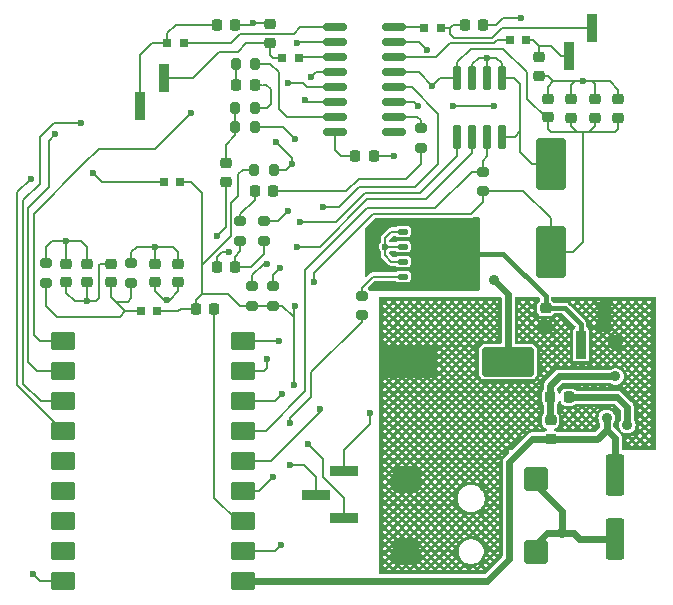
<source format=gbr>
%TF.GenerationSoftware,KiCad,Pcbnew,8.0.1*%
%TF.CreationDate,2025-01-14T19:30:57+01:00*%
%TF.ProjectId,plant caretaker,706c616e-7420-4636-9172-6574616b6572,rev?*%
%TF.SameCoordinates,Original*%
%TF.FileFunction,Copper,L1,Top*%
%TF.FilePolarity,Positive*%
%FSLAX46Y46*%
G04 Gerber Fmt 4.6, Leading zero omitted, Abs format (unit mm)*
G04 Created by KiCad (PCBNEW 8.0.1) date 2025-01-14 19:30:57*
%MOMM*%
%LPD*%
G01*
G04 APERTURE LIST*
G04 Aperture macros list*
%AMRoundRect*
0 Rectangle with rounded corners*
0 $1 Rounding radius*
0 $2 $3 $4 $5 $6 $7 $8 $9 X,Y pos of 4 corners*
0 Add a 4 corners polygon primitive as box body*
4,1,4,$2,$3,$4,$5,$6,$7,$8,$9,$2,$3,0*
0 Add four circle primitives for the rounded corners*
1,1,$1+$1,$2,$3*
1,1,$1+$1,$4,$5*
1,1,$1+$1,$6,$7*
1,1,$1+$1,$8,$9*
0 Add four rect primitives between the rounded corners*
20,1,$1+$1,$2,$3,$4,$5,0*
20,1,$1+$1,$4,$5,$6,$7,0*
20,1,$1+$1,$6,$7,$8,$9,0*
20,1,$1+$1,$8,$9,$2,$3,0*%
G04 Aperture macros list end*
%TA.AperFunction,SMDPad,CuDef*%
%ADD10RoundRect,0.225000X0.225000X0.250000X-0.225000X0.250000X-0.225000X-0.250000X0.225000X-0.250000X0*%
%TD*%
%TA.AperFunction,SMDPad,CuDef*%
%ADD11RoundRect,0.218750X-0.218750X-0.256250X0.218750X-0.256250X0.218750X0.256250X-0.218750X0.256250X0*%
%TD*%
%TA.AperFunction,SMDPad,CuDef*%
%ADD12R,0.700000X0.700000*%
%TD*%
%TA.AperFunction,SMDPad,CuDef*%
%ADD13RoundRect,0.200000X0.275000X-0.200000X0.275000X0.200000X-0.275000X0.200000X-0.275000X-0.200000X0*%
%TD*%
%TA.AperFunction,SMDPad,CuDef*%
%ADD14RoundRect,0.225000X-0.225000X-0.250000X0.225000X-0.250000X0.225000X0.250000X-0.225000X0.250000X0*%
%TD*%
%TA.AperFunction,SMDPad,CuDef*%
%ADD15RoundRect,0.200000X-0.275000X0.200000X-0.275000X-0.200000X0.275000X-0.200000X0.275000X0.200000X0*%
%TD*%
%TA.AperFunction,SMDPad,CuDef*%
%ADD16RoundRect,0.225000X0.250000X-0.225000X0.250000X0.225000X-0.250000X0.225000X-0.250000X-0.225000X0*%
%TD*%
%TA.AperFunction,SMDPad,CuDef*%
%ADD17RoundRect,0.075000X0.225000X-0.910000X0.225000X0.910000X-0.225000X0.910000X-0.225000X-0.910000X0*%
%TD*%
%TA.AperFunction,SMDPad,CuDef*%
%ADD18RoundRect,0.125000X-0.300000X-0.125000X0.300000X-0.125000X0.300000X0.125000X-0.300000X0.125000X0*%
%TD*%
%TA.AperFunction,SMDPad,CuDef*%
%ADD19R,4.550000X4.410000*%
%TD*%
%TA.AperFunction,SMDPad,CuDef*%
%ADD20RoundRect,0.200000X0.200000X0.275000X-0.200000X0.275000X-0.200000X-0.275000X0.200000X-0.275000X0*%
%TD*%
%TA.AperFunction,SMDPad,CuDef*%
%ADD21RoundRect,0.150000X-0.850000X-0.150000X0.850000X-0.150000X0.850000X0.150000X-0.850000X0.150000X0*%
%TD*%
%TA.AperFunction,SMDPad,CuDef*%
%ADD22R,0.850000X2.350000*%
%TD*%
%TA.AperFunction,SMDPad,CuDef*%
%ADD23R,2.350000X0.850000*%
%TD*%
%TA.AperFunction,SMDPad,CuDef*%
%ADD24RoundRect,0.225000X-0.250000X0.225000X-0.250000X-0.225000X0.250000X-0.225000X0.250000X0.225000X0*%
%TD*%
%TA.AperFunction,SMDPad,CuDef*%
%ADD25RoundRect,0.250000X-0.550000X1.500000X-0.550000X-1.500000X0.550000X-1.500000X0.550000X1.500000X0*%
%TD*%
%TA.AperFunction,SMDPad,CuDef*%
%ADD26RoundRect,0.218750X0.256250X-0.218750X0.256250X0.218750X-0.256250X0.218750X-0.256250X-0.218750X0*%
%TD*%
%TA.AperFunction,SMDPad,CuDef*%
%ADD27RoundRect,0.250000X-0.750000X-0.750000X0.750000X-0.750000X0.750000X0.750000X-0.750000X0.750000X0*%
%TD*%
%TA.AperFunction,SMDPad,CuDef*%
%ADD28RoundRect,0.200000X0.800000X0.600000X-0.800000X0.600000X-0.800000X-0.600000X0.800000X-0.600000X0*%
%TD*%
%TA.AperFunction,SMDPad,CuDef*%
%ADD29RoundRect,0.250000X-1.950000X-1.000000X1.950000X-1.000000X1.950000X1.000000X-1.950000X1.000000X0*%
%TD*%
%TA.AperFunction,SMDPad,CuDef*%
%ADD30RoundRect,0.200000X-0.200000X-0.275000X0.200000X-0.275000X0.200000X0.275000X-0.200000X0.275000X0*%
%TD*%
%TA.AperFunction,SMDPad,CuDef*%
%ADD31RoundRect,0.250000X1.000000X-1.950000X1.000000X1.950000X-1.000000X1.950000X-1.000000X-1.950000X0*%
%TD*%
%TA.AperFunction,ViaPad*%
%ADD32C,0.900000*%
%TD*%
%TA.AperFunction,ViaPad*%
%ADD33C,0.600000*%
%TD*%
%TA.AperFunction,Conductor*%
%ADD34C,0.200000*%
%TD*%
%TA.AperFunction,Conductor*%
%ADD35C,0.600000*%
%TD*%
%TA.AperFunction,Conductor*%
%ADD36C,0.400000*%
%TD*%
G04 APERTURE END LIST*
D10*
%TO.P,C12,1*%
%TO.N,GND*%
X144775000Y-84990000D03*
%TO.P,C12,2*%
%TO.N,Net-(U5-VREF)*%
X143225000Y-84990000D03*
%TD*%
D11*
%TO.P,D1,1,K*%
%TO.N,Net-(D1-K)*%
X159712500Y-105375000D03*
%TO.P,D1,2,A*%
%TO.N,GND*%
X161287500Y-105375000D03*
%TD*%
D12*
%TO.P,FB5,1*%
%TO.N,Net-(U5-LOUT-)*%
X138450000Y-76625000D03*
%TO.P,FB5,2*%
%TO.N,Net-(C25-Pad1)*%
X137050000Y-76625000D03*
%TD*%
D13*
%TO.P,R4,1*%
%TO.N,/AudioCodec/VDDA*%
X117000000Y-95700000D03*
%TO.P,R4,2*%
%TO.N,/AudioCodec/VADCP*%
X117000000Y-94050000D03*
%TD*%
D12*
%TO.P,FB2,1*%
%TO.N,/AudioCodec/VDDA*%
X125050000Y-98125000D03*
%TO.P,FB2,2*%
%TO.N,+3V3*%
X126450000Y-98125000D03*
%TD*%
%TO.P,FB6,1*%
%TO.N,Net-(C26-Pad1)*%
X150450000Y-74125000D03*
%TO.P,FB6,2*%
%TO.N,Net-(U5-ROUT+)*%
X149050000Y-74125000D03*
%TD*%
D14*
%TO.P,C16,1*%
%TO.N,/AudioAmplifier/R_IN*%
X134725000Y-87925000D03*
%TO.P,C16,2*%
%TO.N,Net-(C16-Pad2)*%
X136275000Y-87925000D03*
%TD*%
D10*
%TO.P,C15,1*%
%TO.N,/AudioAmplifier/L_IN*%
X134700000Y-78912500D03*
%TO.P,C15,2*%
%TO.N,Net-(C15-Pad2)*%
X133150000Y-78912500D03*
%TD*%
D14*
%TO.P,C8,1*%
%TO.N,Net-(C8-Pad1)*%
X131475000Y-73855000D03*
%TO.P,C8,2*%
%TO.N,GND*%
X133025000Y-73855000D03*
%TD*%
D15*
%TO.P,R11,1*%
%TO.N,/AudioCodec/VDDA(DA)*%
X124250000Y-94025000D03*
%TO.P,R11,2*%
%TO.N,/AudioCodec/VDDA*%
X124250000Y-95675000D03*
%TD*%
D16*
%TO.P,C11,1*%
%TO.N,+3V3*%
X163500000Y-81725000D03*
%TO.P,C11,2*%
%TO.N,GND*%
X163500000Y-80175000D03*
%TD*%
D13*
%TO.P,R3,1*%
%TO.N,+3V3*%
X134500000Y-97625000D03*
%TO.P,R3,2*%
%TO.N,/AudioCodec/SDA*%
X134500000Y-95975000D03*
%TD*%
D17*
%TO.P,U2,1,SDA*%
%TO.N,/AudioCodec/SDA*%
X151845000Y-83315000D03*
%TO.P,U2,2,SCL*%
%TO.N,/AudioCodec/SCL*%
X153115000Y-83315000D03*
%TO.P,U2,3,ALERT*%
%TO.N,/TempSensor/ALERT*%
X154385000Y-83315000D03*
%TO.P,U2,4,GND*%
%TO.N,GND*%
X155655000Y-83315000D03*
%TO.P,U2,5,A2*%
X155655000Y-78375000D03*
%TO.P,U2,6,A1*%
X154385000Y-78375000D03*
%TO.P,U2,7,A0*%
X153115000Y-78375000D03*
%TO.P,U2,8,V+*%
%TO.N,+3V3*%
X151845000Y-78375000D03*
%TD*%
D13*
%TO.P,R2,1*%
%TO.N,+3V3*%
X136250000Y-97625000D03*
%TO.P,R2,2*%
%TO.N,/AudioCodec/SCL*%
X136250000Y-95975000D03*
%TD*%
D18*
%TO.P,Q1,1,S*%
%TO.N,GND*%
X147250000Y-91355000D03*
%TO.P,Q1,2,S*%
X147250000Y-92625000D03*
%TO.P,Q1,3,S*%
X147250000Y-93895000D03*
%TO.P,Q1,4,G*%
%TO.N,Net-(Q1-G)*%
X147250000Y-95165000D03*
D19*
%TO.P,Q1,5,D*%
%TO.N,Net-(D3-A)*%
X151200000Y-93260000D03*
%TD*%
D20*
%TO.P,R5,1*%
%TO.N,/AudioCodec/A1*%
X136325000Y-86125000D03*
%TO.P,R5,2*%
%TO.N,+3V3*%
X134675000Y-86125000D03*
%TD*%
D16*
%TO.P,C5,1*%
%TO.N,/AudioCodec/VDDA*%
X122500000Y-95625000D03*
%TO.P,C5,2*%
%TO.N,GND*%
X122500000Y-94075000D03*
%TD*%
%TO.P,C3,1*%
%TO.N,+3V3*%
X159500000Y-81675000D03*
%TO.P,C3,2*%
%TO.N,GND*%
X159500000Y-80125000D03*
%TD*%
D21*
%TO.P,U5,1,LOUT+*%
%TO.N,Net-(U5-LOUT+)*%
X141500000Y-74045000D03*
%TO.P,U5,2,PGND*%
%TO.N,GNDP*%
X141500000Y-75315000D03*
%TO.P,U5,3,LOUT-*%
%TO.N,Net-(U5-LOUT-)*%
X141500000Y-76585000D03*
%TO.P,U5,4,PVDD*%
%TO.N,+3V3*%
X141500000Y-77855000D03*
%TO.P,U5,5,~{MUTE}*%
%TO.N,/AudioAmplifier/MUTE_IN*%
X141500000Y-79125000D03*
%TO.P,U5,6,VDD*%
%TO.N,+3V3*%
X141500000Y-80395000D03*
%TO.P,U5,7,INL*%
%TO.N,Net-(U5-INL)*%
X141500000Y-81665000D03*
%TO.P,U5,8,VREF*%
%TO.N,Net-(U5-VREF)*%
X141500000Y-82935000D03*
%TO.P,U5,9,NC*%
%TO.N,unconnected-(U5-NC-Pad9)*%
X146500000Y-82935000D03*
%TO.P,U5,10,INR*%
%TO.N,Net-(U5-INR)*%
X146500000Y-81665000D03*
%TO.P,U5,11,GND*%
%TO.N,GND*%
X146500000Y-80395000D03*
%TO.P,U5,12,~{SHDN}*%
%TO.N,/AudioAmplifier/SHDN_IN*%
X146500000Y-79125000D03*
%TO.P,U5,13,PVDD*%
%TO.N,+3V3*%
X146500000Y-77855000D03*
%TO.P,U5,14,ROUT-*%
%TO.N,Net-(U5-ROUT-)*%
X146500000Y-76585000D03*
%TO.P,U5,15,PGND*%
%TO.N,GNDP*%
X146500000Y-75315000D03*
%TO.P,U5,16,ROUT+*%
%TO.N,Net-(U5-ROUT+)*%
X146500000Y-74045000D03*
%TD*%
D16*
%TO.P,C19,1*%
%TO.N,GND*%
X126250000Y-95625000D03*
%TO.P,C19,2*%
%TO.N,/AudioCodec/VDDA(DA)*%
X126250000Y-94075000D03*
%TD*%
%TO.P,C20,1*%
%TO.N,GND*%
X128250000Y-95625000D03*
%TO.P,C20,2*%
%TO.N,/AudioCodec/VDDA(DA)*%
X128250000Y-94075000D03*
%TD*%
%TO.P,C14,1*%
%TO.N,+3V3*%
X165500000Y-81725000D03*
%TO.P,C14,2*%
%TO.N,GND*%
X165500000Y-80175000D03*
%TD*%
D22*
%TO.P,LS2,1,1*%
%TO.N,Net-(C9-Pad1)*%
X161300000Y-76500000D03*
%TO.P,LS2,2,2*%
%TO.N,Net-(C26-Pad1)*%
X163300000Y-74150000D03*
%TD*%
D15*
%TO.P,R13,1*%
%TO.N,GND*%
X135500000Y-90475000D03*
%TO.P,R13,2*%
%TO.N,Net-(C21-Pad2)*%
X135500000Y-92125000D03*
%TD*%
D23*
%TO.P,J4,1,Pin_1*%
%TO.N,+3V3*%
X142250000Y-115625000D03*
%TO.P,J4,2,Pin_2*%
%TO.N,Net-(J4-Pin_2)*%
X139900000Y-113625000D03*
%TO.P,J4,3,Pin_3*%
%TO.N,GND*%
X142250000Y-111625000D03*
%TD*%
D24*
%TO.P,C22,1*%
%TO.N,Net-(C22-Pad1)*%
X132250000Y-85575000D03*
%TO.P,C22,2*%
%TO.N,Net-(U1-VOUTL)*%
X132250000Y-87125000D03*
%TD*%
D12*
%TO.P,FB3,1*%
%TO.N,Net-(U5-LOUT+)*%
X128700000Y-75375000D03*
%TO.P,FB3,2*%
%TO.N,Net-(C8-Pad1)*%
X127300000Y-75375000D03*
%TD*%
D25*
%TO.P,C2,1*%
%TO.N,/BuckConverter/5V_OUT*%
X165250000Y-111975000D03*
%TO.P,C2,2*%
%TO.N,GND*%
X165250000Y-117375000D03*
%TD*%
D26*
%TO.P,D3,1,K*%
%TO.N,/BuckConverter/12V*%
X159325000Y-99412500D03*
%TO.P,D3,2,A*%
%TO.N,Net-(D3-A)*%
X159325000Y-97837500D03*
%TD*%
D16*
%TO.P,C6,1*%
%TO.N,GND*%
X118750000Y-95650000D03*
%TO.P,C6,2*%
%TO.N,/AudioCodec/VADCP*%
X118750000Y-94100000D03*
%TD*%
D13*
%TO.P,R1,1*%
%TO.N,+3V3*%
X154000000Y-87950000D03*
%TO.P,R1,2*%
%TO.N,/TempSensor/ALERT*%
X154000000Y-86300000D03*
%TD*%
D27*
%TO.P,J5,1*%
%TO.N,/BuckConverter/12V*%
X147525000Y-112300000D03*
X147525000Y-118450000D03*
%TO.P,J5,2*%
%TO.N,GND*%
X158525000Y-118450000D03*
%TO.P,J5,3*%
X158525000Y-112300000D03*
%TD*%
D12*
%TO.P,FB1,1*%
%TO.N,+3V3*%
X128400000Y-87125000D03*
%TO.P,FB1,2*%
%TO.N,/AudioCodec/VDDD*%
X127000000Y-87125000D03*
%TD*%
D26*
%TO.P,L1,1,1*%
%TO.N,/BuckConverter/5V_OUT*%
X159750000Y-108912500D03*
%TO.P,L1,2,2*%
%TO.N,Net-(D1-K)*%
X159750000Y-107337500D03*
%TD*%
D28*
%TO.P,U6,1,5V_IN*%
%TO.N,/BuckConverter/5V_OUT*%
X133750000Y-120955000D03*
%TO.P,U6,2,GND*%
%TO.N,GND*%
X133750000Y-118415000D03*
%TO.P,U6,3,3V3_OUT*%
%TO.N,Net-(U6-3V3_OUT)*%
X133750000Y-115875000D03*
%TO.P,U6,4,GPIO0*%
%TO.N,/AudioAmplifier/MUTE_IN*%
X133750000Y-113335000D03*
%TO.P,U6,5,GPIO1*%
%TO.N,/AudioAmplifier/SHDN_IN*%
X133750000Y-110795000D03*
%TO.P,U6,6,GPIO2*%
%TO.N,/TempSensor/ALERT*%
X133750000Y-108255000D03*
%TO.P,U6,7,GPIO3*%
%TO.N,Net-(J4-Pin_2)*%
X133750000Y-105715000D03*
%TO.P,U6,8,GPIO4*%
%TO.N,/AudioCodec/SDA*%
X133750000Y-103175000D03*
%TO.P,U6,9,GPIO5*%
%TO.N,/AudioCodec/SCL*%
X133750000Y-100635000D03*
%TO.P,U6,10,GPIO6*%
%TO.N,/CODEC.SYSCLK*%
X118510000Y-100635000D03*
%TO.P,U6,11,GPIO7*%
%TO.N,/CODEC.DATAI*%
X118510000Y-103175000D03*
%TO.P,U6,12,GPIO8*%
%TO.N,/CODEC.WSI*%
X118510000Y-105715000D03*
%TO.P,U6,13,GPIO9*%
%TO.N,/CODEC.BCKI*%
X118510000Y-108255000D03*
%TO.P,U6,14,GPIO10*%
%TO.N,unconnected-(U6-GPIO10-Pad14)*%
X118510000Y-110795000D03*
%TO.P,U6,15,USB_DM*%
%TO.N,unconnected-(U6-USB_DM-Pad15)*%
X118510000Y-113335000D03*
%TO.P,U6,16,USB_DP*%
%TO.N,unconnected-(U6-USB_DP-Pad16)*%
X118510000Y-115875000D03*
%TO.P,U6,17,GPIO20*%
%TO.N,unconnected-(U6-GPIO20-Pad17)*%
X118510000Y-118415000D03*
%TO.P,U6,18,GPIO21*%
%TO.N,/BuckConverter/PWM_IN*%
X118510000Y-120955000D03*
%TD*%
D22*
%TO.P,LS1,1,1*%
%TO.N,Net-(C8-Pad1)*%
X125000000Y-80725000D03*
%TO.P,LS1,2,2*%
%TO.N,Net-(C25-Pad1)*%
X127000000Y-78375000D03*
%TD*%
D16*
%TO.P,C17,1*%
%TO.N,+3V3*%
X161500000Y-81725000D03*
%TO.P,C17,2*%
%TO.N,GND*%
X161500000Y-80175000D03*
%TD*%
D14*
%TO.P,C26,1*%
%TO.N,Net-(C26-Pad1)*%
X152475000Y-73875000D03*
%TO.P,C26,2*%
%TO.N,GND*%
X154025000Y-73875000D03*
%TD*%
D13*
%TO.P,R7,1*%
%TO.N,Net-(C16-Pad2)*%
X148750000Y-84260000D03*
%TO.P,R7,2*%
%TO.N,Net-(U5-INR)*%
X148750000Y-82610000D03*
%TD*%
D29*
%TO.P,C1,1*%
%TO.N,/BuckConverter/12V*%
X147750000Y-102375000D03*
%TO.P,C1,2*%
%TO.N,GND*%
X156150000Y-102375000D03*
%TD*%
D30*
%TO.P,R14,1*%
%TO.N,Net-(C22-Pad1)*%
X133075000Y-82525000D03*
%TO.P,R14,2*%
%TO.N,GND*%
X134725000Y-82525000D03*
%TD*%
%TO.P,R8,1*%
%TO.N,Net-(C15-Pad2)*%
X133100000Y-77162500D03*
%TO.P,R8,2*%
%TO.N,Net-(U5-INL)*%
X134750000Y-77162500D03*
%TD*%
D22*
%TO.P,J3,1,Pin_1*%
%TO.N,Net-(D3-A)*%
X162325000Y-100925000D03*
%TO.P,J3,2,Pin_2*%
%TO.N,/BuckConverter/12V*%
X164325000Y-98575000D03*
%TD*%
D16*
%TO.P,C7,1*%
%TO.N,GND*%
X120500000Y-95650000D03*
%TO.P,C7,2*%
%TO.N,/AudioCodec/VADCP*%
X120500000Y-94100000D03*
%TD*%
D13*
%TO.P,R15,1*%
%TO.N,Net-(C21-Pad2)*%
X133500000Y-92125000D03*
%TO.P,R15,2*%
%TO.N,/AudioAmplifier/R_IN*%
X133500000Y-90475000D03*
%TD*%
D31*
%TO.P,C13,1*%
%TO.N,+3V3*%
X159750000Y-93075000D03*
%TO.P,C13,2*%
%TO.N,GND*%
X159750000Y-85675000D03*
%TD*%
D16*
%TO.P,C25,1*%
%TO.N,Net-(C25-Pad1)*%
X136000000Y-75375000D03*
%TO.P,C25,2*%
%TO.N,GND*%
X136000000Y-73825000D03*
%TD*%
D30*
%TO.P,R16,1*%
%TO.N,Net-(C22-Pad1)*%
X133075000Y-80912500D03*
%TO.P,R16,2*%
%TO.N,/AudioAmplifier/L_IN*%
X134725000Y-80912500D03*
%TD*%
D24*
%TO.P,C9,1*%
%TO.N,Net-(C9-Pad1)*%
X158750000Y-76600000D03*
%TO.P,C9,2*%
%TO.N,GND*%
X158750000Y-78150000D03*
%TD*%
D12*
%TO.P,FB4,1*%
%TO.N,Net-(U5-ROUT-)*%
X156300000Y-75125000D03*
%TO.P,FB4,2*%
%TO.N,Net-(C9-Pad1)*%
X157700000Y-75125000D03*
%TD*%
D10*
%TO.P,C18,1*%
%TO.N,Net-(U6-3V3_OUT)*%
X131275000Y-97875000D03*
%TO.P,C18,2*%
%TO.N,+3V3*%
X129725000Y-97875000D03*
%TD*%
D14*
%TO.P,C21,1*%
%TO.N,Net-(U1-VOUTR)*%
X131475000Y-94375000D03*
%TO.P,C21,2*%
%TO.N,Net-(C21-Pad2)*%
X133025000Y-94375000D03*
%TD*%
D13*
%TO.P,R17,1*%
%TO.N,/BuckConverter/PWM_IN*%
X143750000Y-98450000D03*
%TO.P,R17,2*%
%TO.N,Net-(Q1-G)*%
X143750000Y-96800000D03*
%TD*%
D32*
%TO.N,GND*%
X166250000Y-107750000D03*
D33*
X144500000Y-106750000D03*
X145750000Y-92625000D03*
X120500000Y-97250000D03*
X162500000Y-78600000D03*
X148500000Y-80740000D03*
D32*
X160750000Y-116875000D03*
X155000000Y-95500000D03*
D33*
X137500000Y-89625000D03*
X157250000Y-73250000D03*
X154385000Y-76625000D03*
X136900000Y-117925000D03*
X134550000Y-73675000D03*
X146500000Y-84990000D03*
X138100000Y-83525000D03*
X127250000Y-97125000D03*
D32*
%TO.N,/BuckConverter/12V*%
X165250000Y-100750000D03*
%TO.N,/BuckConverter/5V_OUT*%
X164500000Y-107125000D03*
%TO.N,Net-(D1-K)*%
X165250000Y-103625000D03*
D33*
%TO.N,+3V3*%
X139750000Y-95625000D03*
X139500000Y-78240000D03*
X149750000Y-79000000D03*
X138100000Y-97625000D03*
X139000000Y-80240000D03*
X139250000Y-109375000D03*
X138000000Y-104375000D03*
%TO.N,/AudioCodec/VDDD*%
X121000000Y-86375000D03*
%TO.N,/AudioCodec/VADCP*%
X118750000Y-92125000D03*
%TO.N,/AudioCodec/VDDA(DA)*%
X126250000Y-92625000D03*
%TO.N,Net-(U1-VOUTR)*%
X132500000Y-93125000D03*
%TO.N,Net-(U1-VOUTL)*%
X131500000Y-91725000D03*
%TO.N,Net-(J4-Pin_2)*%
X137000000Y-105125000D03*
X137700000Y-111125000D03*
%TO.N,/AudioCodec/SCL*%
X136874954Y-94448897D03*
X138250000Y-92625000D03*
X136750000Y-100635000D03*
%TO.N,/AudioCodec/SDA*%
X135750000Y-94095760D03*
X138500000Y-90525000D03*
X135750000Y-102125000D03*
%TO.N,/AudioCodec/A1*%
X136500000Y-83750000D03*
X137900000Y-85600000D03*
%TO.N,/CODEC.SYSCLK*%
X129300000Y-81325000D03*
%TO.N,/BuckConverter/PWM_IN*%
X137700000Y-107525000D03*
X115900000Y-120325000D03*
%TO.N,/CODEC.BCKI*%
X115750000Y-86875000D03*
%TO.N,/CODEC.WSI*%
X120000000Y-82125000D03*
%TO.N,/CODEC.DATAI*%
X117786323Y-83125000D03*
%TO.N,/AudioAmplifier/SHDN_IN*%
X140250000Y-106375000D03*
X140500000Y-89250000D03*
%TO.N,/AudioAmplifier/MUTE_IN*%
X136250000Y-112125000D03*
X137500000Y-78750000D03*
%TO.N,GNDP*%
X138250000Y-75375000D03*
X149250000Y-75985000D03*
X151500000Y-80750000D03*
X155000000Y-80750000D03*
%TD*%
D34*
%TO.N,GND*%
X155655000Y-78375000D02*
X156655000Y-78375000D01*
D35*
X162200000Y-117375000D02*
X165250000Y-117375000D01*
D34*
X157155000Y-78875000D02*
X157155000Y-80875000D01*
X146500000Y-84990000D02*
X144775000Y-84990000D01*
X163500000Y-80175000D02*
X163500000Y-78875000D01*
X156655000Y-78375000D02*
X157155000Y-78875000D01*
X161835000Y-78600000D02*
X160000000Y-78600000D01*
X121612500Y-94075000D02*
X122250000Y-94075000D01*
D35*
X160750000Y-116875000D02*
X159450000Y-116875000D01*
D34*
X142250000Y-109875000D02*
X142250000Y-111625000D01*
X118750000Y-96550000D02*
X118750000Y-95650000D01*
X158175000Y-85675000D02*
X157155000Y-84655000D01*
X121250000Y-97250000D02*
X121500000Y-97000000D01*
X154385000Y-76625000D02*
X153655000Y-76625000D01*
X127000000Y-97125000D02*
X127250000Y-97125000D01*
X145750000Y-93375000D02*
X146270000Y-93895000D01*
X136410000Y-118415000D02*
X133750000Y-118415000D01*
X159975000Y-78600000D02*
X159525000Y-78150000D01*
X121500000Y-97000000D02*
X121500000Y-94187500D01*
X136650000Y-90475000D02*
X135500000Y-90475000D01*
X157250000Y-73250000D02*
X155750000Y-73250000D01*
X157155000Y-80875000D02*
X157155000Y-82875000D01*
X155655000Y-77125000D02*
X155655000Y-78375000D01*
D35*
X158525000Y-112825000D02*
X158525000Y-112300000D01*
D34*
X156715000Y-83315000D02*
X155655000Y-83315000D01*
X119450000Y-97250000D02*
X118750000Y-96550000D01*
X161500000Y-80175000D02*
X161500000Y-78935000D01*
X145750000Y-92625000D02*
X145750000Y-93375000D01*
D35*
X160750000Y-116875000D02*
X161700000Y-116875000D01*
D34*
X153655000Y-76625000D02*
X153115000Y-77165000D01*
X163225000Y-78600000D02*
X164750000Y-78600000D01*
X134550000Y-73675000D02*
X134320000Y-73905000D01*
X155750000Y-73250000D02*
X155125000Y-73875000D01*
X148155000Y-80395000D02*
X148500000Y-80740000D01*
X157155000Y-82875000D02*
X156715000Y-83315000D01*
X155155000Y-76625000D02*
X155655000Y-77125000D01*
D35*
X155000000Y-95500000D02*
X156150000Y-96650000D01*
D34*
X128250000Y-96375000D02*
X128250000Y-95625000D01*
D35*
X166250000Y-107750000D02*
X166250000Y-106250000D01*
D34*
X157155000Y-84655000D02*
X157155000Y-82875000D01*
X127250000Y-97125000D02*
X127500000Y-97125000D01*
X162500000Y-78600000D02*
X161835000Y-78600000D01*
X154385000Y-76625000D02*
X155155000Y-76625000D01*
D35*
X160750000Y-116875000D02*
X160750000Y-115050000D01*
D34*
X159525000Y-78150000D02*
X158750000Y-78150000D01*
X121500000Y-94187500D02*
X121612500Y-94075000D01*
X146500000Y-80395000D02*
X148155000Y-80395000D01*
X138100000Y-83525000D02*
X137100000Y-82525000D01*
X137500000Y-89625000D02*
X136650000Y-90475000D01*
X162500000Y-78600000D02*
X163225000Y-78600000D01*
D35*
X156150000Y-96650000D02*
X156150000Y-102375000D01*
X159450000Y-116875000D02*
X158525000Y-117800000D01*
X161700000Y-116875000D02*
X162200000Y-117375000D01*
D34*
X159500000Y-79100000D02*
X159500000Y-80125000D01*
D35*
X165375000Y-105375000D02*
X161287500Y-105375000D01*
D34*
X127500000Y-97125000D02*
X128250000Y-96375000D01*
X160000000Y-78600000D02*
X159500000Y-79100000D01*
X145750000Y-91875000D02*
X146270000Y-91355000D01*
X144500000Y-106750000D02*
X144500000Y-107625000D01*
X134320000Y-73905000D02*
X132960000Y-73905000D01*
X120500000Y-97250000D02*
X121250000Y-97250000D01*
X163500000Y-78875000D02*
X163225000Y-78600000D01*
X160000000Y-78600000D02*
X159975000Y-78600000D01*
X145750000Y-92625000D02*
X145750000Y-91875000D01*
X153115000Y-77165000D02*
X153115000Y-78375000D01*
X120500000Y-97250000D02*
X120500000Y-95650000D01*
X146270000Y-91355000D02*
X147250000Y-91355000D01*
X146270000Y-93895000D02*
X147250000Y-93895000D01*
X144500000Y-107625000D02*
X142250000Y-109875000D01*
X159750000Y-85675000D02*
X158175000Y-85675000D01*
D35*
X158525000Y-117800000D02*
X158525000Y-118450000D01*
D34*
X165500000Y-79350000D02*
X165500000Y-80175000D01*
X145750000Y-92625000D02*
X147250000Y-92625000D01*
X164750000Y-78600000D02*
X165500000Y-79350000D01*
X137100000Y-82525000D02*
X134725000Y-82525000D01*
X155125000Y-73875000D02*
X154025000Y-73875000D01*
X126250000Y-95625000D02*
X126250000Y-96375000D01*
X126250000Y-96375000D02*
X127000000Y-97125000D01*
X135850000Y-73675000D02*
X136000000Y-73825000D01*
D35*
X160750000Y-115050000D02*
X158525000Y-112825000D01*
D34*
X154385000Y-76625000D02*
X154385000Y-78375000D01*
D35*
X166250000Y-106250000D02*
X165375000Y-105375000D01*
D34*
X161500000Y-78935000D02*
X161835000Y-78600000D01*
X120500000Y-97250000D02*
X119450000Y-97250000D01*
X136900000Y-117925000D02*
X136410000Y-118415000D01*
X134550000Y-73675000D02*
X135850000Y-73675000D01*
D35*
%TO.N,/BuckConverter/5V_OUT*%
X164500000Y-107125000D02*
X164500000Y-108125000D01*
X133750000Y-120955000D02*
X154370000Y-120955000D01*
X163712500Y-108912500D02*
X164500000Y-108125000D01*
X154370000Y-120955000D02*
X156250000Y-119075000D01*
X156250000Y-119075000D02*
X156250000Y-110875000D01*
X164500000Y-108125000D02*
X165250000Y-108875000D01*
X156250000Y-110875000D02*
X158212500Y-108912500D01*
X165250000Y-108875000D02*
X165250000Y-111975000D01*
X158212500Y-108912500D02*
X159750000Y-108912500D01*
X159750000Y-108912500D02*
X163712500Y-108912500D01*
%TO.N,Net-(D1-K)*%
X159712500Y-104412500D02*
X159712500Y-105375000D01*
X160500000Y-103625000D02*
X159712500Y-104412500D01*
X165250000Y-103625000D02*
X160500000Y-103625000D01*
X159712500Y-107300000D02*
X159712500Y-105375000D01*
X159750000Y-107337500D02*
X159712500Y-107300000D01*
D36*
%TO.N,Net-(D3-A)*%
X160987500Y-97837500D02*
X162325000Y-99175000D01*
X159325000Y-97837500D02*
X160987500Y-97837500D01*
X162325000Y-99175000D02*
X162325000Y-100925000D01*
X155760000Y-93260000D02*
X159325000Y-96825000D01*
X151200000Y-93260000D02*
X155760000Y-93260000D01*
D34*
X162325000Y-100925000D02*
X162162500Y-100925000D01*
D36*
X159325000Y-96825000D02*
X159325000Y-97837500D01*
D34*
%TO.N,Net-(Q1-G)*%
X143750000Y-96125000D02*
X144710000Y-95165000D01*
X144710000Y-95165000D02*
X147250000Y-95165000D01*
X143750000Y-96800000D02*
X143750000Y-96125000D01*
%TO.N,+3V3*%
X138100000Y-97625000D02*
X138000000Y-97725000D01*
X139250000Y-109375000D02*
X140500000Y-110625000D01*
X163000000Y-82925000D02*
X163500000Y-82425000D01*
X133300000Y-86525000D02*
X133300000Y-88325000D01*
X130250000Y-94175000D02*
X130250000Y-88075000D01*
X132700000Y-91725000D02*
X130250000Y-94175000D01*
X129300000Y-87125000D02*
X128400000Y-87125000D01*
X134500000Y-97625000D02*
X136250000Y-97625000D01*
X130250000Y-88075000D02*
X129300000Y-87125000D01*
X149750000Y-79000000D02*
X150375000Y-78375000D01*
X139885000Y-77855000D02*
X139500000Y-78240000D01*
X154000000Y-88875000D02*
X154000000Y-87950000D01*
X139155000Y-80395000D02*
X141500000Y-80395000D01*
X159500000Y-81850000D02*
X157750000Y-80100000D01*
X163500000Y-82425000D02*
X163500000Y-81725000D01*
X150375000Y-78375000D02*
X151845000Y-78375000D01*
X128475000Y-97875000D02*
X129725000Y-97875000D01*
X138000000Y-104375000D02*
X138000000Y-98625000D01*
X141500000Y-77855000D02*
X139885000Y-77855000D01*
X138000000Y-98625000D02*
X137000000Y-97625000D01*
X159750000Y-90250000D02*
X159750000Y-93075000D01*
X154000000Y-87950000D02*
X157450000Y-87950000D01*
X133700000Y-86125000D02*
X133300000Y-86525000D01*
X148605000Y-77855000D02*
X146500000Y-77855000D01*
X132700000Y-88925000D02*
X132700000Y-91725000D01*
X159750000Y-82925000D02*
X159500000Y-82675000D01*
X133425000Y-97625000D02*
X134500000Y-97625000D01*
X153000000Y-89875000D02*
X154000000Y-88875000D01*
X149750000Y-79000000D02*
X148605000Y-77855000D01*
X162500000Y-82925000D02*
X162000000Y-82925000D01*
X163000000Y-82925000D02*
X165250000Y-82925000D01*
X157750000Y-80100000D02*
X157750000Y-77875000D01*
X157450000Y-87950000D02*
X159750000Y-90250000D01*
X130250000Y-94175000D02*
X130250000Y-96625000D01*
X157750000Y-77875000D02*
X155750000Y-75875000D01*
X132425000Y-96625000D02*
X133425000Y-97625000D01*
X155750000Y-75875000D02*
X153000000Y-75875000D01*
X161675000Y-93075000D02*
X162500000Y-92250000D01*
X130250000Y-96625000D02*
X132425000Y-96625000D01*
X165250000Y-82925000D02*
X165500000Y-82675000D01*
X134675000Y-86125000D02*
X133700000Y-86125000D01*
X126450000Y-98125000D02*
X128225000Y-98125000D01*
X162000000Y-82925000D02*
X161500000Y-82425000D01*
X153000000Y-75875000D02*
X151845000Y-77030000D01*
X139000000Y-80240000D02*
X139155000Y-80395000D01*
X140500000Y-110625000D02*
X140500000Y-112171000D01*
X128225000Y-98125000D02*
X128475000Y-97875000D01*
X139750000Y-95625000D02*
X139750000Y-94875000D01*
X165500000Y-82675000D02*
X165500000Y-81725000D01*
X159500000Y-82675000D02*
X159500000Y-81675000D01*
X129725000Y-97875000D02*
X129725000Y-97150000D01*
X159750000Y-93075000D02*
X161675000Y-93075000D01*
X138000000Y-97725000D02*
X138000000Y-98625000D01*
X140500000Y-112171000D02*
X142250000Y-113921000D01*
X162000000Y-82925000D02*
X159750000Y-82925000D01*
X161500000Y-82425000D02*
X161500000Y-81725000D01*
X162500000Y-82925000D02*
X163000000Y-82925000D01*
X142250000Y-113921000D02*
X142250000Y-115625000D01*
X151845000Y-77030000D02*
X151845000Y-78375000D01*
X162500000Y-92250000D02*
X162500000Y-82925000D01*
X133300000Y-88325000D02*
X132700000Y-88925000D01*
X129725000Y-97150000D02*
X130250000Y-96625000D01*
X144750000Y-89875000D02*
X153000000Y-89875000D01*
X137000000Y-97625000D02*
X136250000Y-97625000D01*
X139750000Y-94875000D02*
X144750000Y-89875000D01*
%TO.N,/AudioCodec/VDDD*%
X121750000Y-87125000D02*
X127000000Y-87125000D01*
X121000000Y-86375000D02*
X121750000Y-87125000D01*
%TO.N,/AudioCodec/VDDA*%
X123750000Y-98125000D02*
X123275000Y-98600000D01*
X117000000Y-97625000D02*
X117000000Y-95700000D01*
X117975000Y-98600000D02*
X117000000Y-97625000D01*
X124250000Y-97000000D02*
X124250000Y-95675000D01*
X123937500Y-97312500D02*
X124250000Y-97000000D01*
X122937500Y-97312500D02*
X123937500Y-97312500D01*
X122500000Y-96875000D02*
X123750000Y-98125000D01*
X123275000Y-98600000D02*
X117975000Y-98600000D01*
X122500000Y-95625000D02*
X122500000Y-96875000D01*
X123750000Y-98125000D02*
X125050000Y-98125000D01*
%TO.N,/AudioCodec/VADCP*%
X120500000Y-92625000D02*
X120500000Y-94100000D01*
X118750000Y-92125000D02*
X118750000Y-94100000D01*
X118750000Y-92125000D02*
X117500000Y-92125000D01*
X118750000Y-92125000D02*
X120000000Y-92125000D01*
X120000000Y-92125000D02*
X120500000Y-92625000D01*
X117000000Y-92625000D02*
X117000000Y-94050000D01*
X117500000Y-92125000D02*
X117000000Y-92625000D01*
%TO.N,Net-(C8-Pad1)*%
X125000000Y-76375000D02*
X125000000Y-80725000D01*
X128020000Y-73855000D02*
X127300000Y-74575000D01*
X126040000Y-75375000D02*
X127300000Y-75375000D01*
X126020000Y-75355000D02*
X126040000Y-75375000D01*
X127300000Y-74575000D02*
X127300000Y-75375000D01*
X131250000Y-73855000D02*
X128020000Y-73855000D01*
X126020000Y-75355000D02*
X125000000Y-76375000D01*
%TO.N,Net-(C9-Pad1)*%
X157700000Y-75125000D02*
X158250000Y-75125000D01*
X161300000Y-76500000D02*
X160625000Y-76500000D01*
X160625000Y-76500000D02*
X159750000Y-75625000D01*
X158250000Y-75125000D02*
X158750000Y-75625000D01*
X158750000Y-75625000D02*
X158750000Y-76600000D01*
X159750000Y-75625000D02*
X158750000Y-75625000D01*
%TO.N,Net-(U5-VREF)*%
X142047500Y-84990000D02*
X143225000Y-84990000D01*
X141500000Y-82935000D02*
X141500000Y-84442500D01*
X141500000Y-84442500D02*
X142047500Y-84990000D01*
%TO.N,/AudioAmplifier/L_IN*%
X136100000Y-79325000D02*
X135687500Y-78912500D01*
X135337500Y-78912500D02*
X134700000Y-78912500D01*
X136100000Y-80525000D02*
X136100000Y-79325000D01*
X135712500Y-80912500D02*
X136100000Y-80525000D01*
X135687500Y-78912500D02*
X135412500Y-78912500D01*
X134725000Y-80912500D02*
X135712500Y-80912500D01*
%TO.N,Net-(C15-Pad2)*%
X133100000Y-77162500D02*
X133100000Y-78862500D01*
%TO.N,Net-(C16-Pad2)*%
X148750000Y-85625000D02*
X148750000Y-84260000D01*
X147500000Y-86875000D02*
X148750000Y-85625000D01*
X136275000Y-87925000D02*
X142450000Y-87925000D01*
X143500000Y-86875000D02*
X147500000Y-86875000D01*
X142450000Y-87925000D02*
X143500000Y-86875000D01*
%TO.N,/AudioAmplifier/R_IN*%
X134725000Y-87925000D02*
X134725000Y-88650000D01*
X133500000Y-89875000D02*
X133500000Y-90475000D01*
X134725000Y-88650000D02*
X133500000Y-89875000D01*
%TO.N,Net-(U6-3V3_OUT)*%
X133250000Y-115875000D02*
X133750000Y-115875000D01*
X131250000Y-113875000D02*
X133250000Y-115875000D01*
X131250000Y-97900000D02*
X131250000Y-113875000D01*
X131275000Y-97875000D02*
X131250000Y-97900000D01*
%TO.N,/AudioCodec/VDDA(DA)*%
X126250000Y-94075000D02*
X126250000Y-92625000D01*
X124750000Y-92625000D02*
X124250000Y-93125000D01*
X126250000Y-92625000D02*
X127750000Y-92625000D01*
X124250000Y-93125000D02*
X124250000Y-94025000D01*
X127750000Y-92625000D02*
X128250000Y-93125000D01*
X128250000Y-93125000D02*
X128250000Y-94075000D01*
X126250000Y-92625000D02*
X124750000Y-92625000D01*
%TO.N,Net-(U1-VOUTR)*%
X131900000Y-93125000D02*
X131475000Y-93550000D01*
X132500000Y-93125000D02*
X131900000Y-93125000D01*
X131475000Y-93550000D02*
X131475000Y-94375000D01*
%TO.N,Net-(C21-Pad2)*%
X134425000Y-94375000D02*
X135500000Y-93300000D01*
X133025000Y-94375000D02*
X134425000Y-94375000D01*
X133500000Y-92125000D02*
X133500000Y-93000000D01*
X133500000Y-93000000D02*
X133000000Y-93500000D01*
X133000000Y-94350000D02*
X133025000Y-94375000D01*
X133000000Y-93500000D02*
X133000000Y-94350000D01*
X135500000Y-93300000D02*
X135500000Y-92125000D01*
%TO.N,Net-(C22-Pad1)*%
X133075000Y-82525000D02*
X133075000Y-83212500D01*
X133075000Y-83212500D02*
X132250000Y-84037500D01*
X132250000Y-85387500D02*
X132250000Y-84037500D01*
X133075000Y-82462500D02*
X133075000Y-80912500D01*
%TO.N,Net-(U1-VOUTL)*%
X131500000Y-91725000D02*
X132250000Y-90975000D01*
X132250000Y-90975000D02*
X132250000Y-87125000D01*
%TO.N,Net-(J4-Pin_2)*%
X137000000Y-105125000D02*
X136410000Y-105715000D01*
X137700000Y-111125000D02*
X138900000Y-111125000D01*
X136410000Y-105715000D02*
X133750000Y-105715000D01*
X139900000Y-112125000D02*
X139900000Y-113625000D01*
X138900000Y-111125000D02*
X139900000Y-112125000D01*
%TO.N,/TempSensor/ALERT*%
X139000000Y-94625000D02*
X139000000Y-104875000D01*
X154385000Y-84990000D02*
X154385000Y-83315000D01*
X153075000Y-86300000D02*
X150000000Y-89375000D01*
X154000000Y-86300000D02*
X154000000Y-85375000D01*
X135620000Y-108255000D02*
X133750000Y-108255000D01*
X154000000Y-86300000D02*
X153075000Y-86300000D01*
X144250000Y-89375000D02*
X139000000Y-94625000D01*
X154000000Y-85375000D02*
X154385000Y-84990000D01*
X150000000Y-89375000D02*
X144250000Y-89375000D01*
X139000000Y-104875000D02*
X135620000Y-108255000D01*
%TO.N,/AudioCodec/SCL*%
X136874954Y-94448897D02*
X136701091Y-94622760D01*
X136250000Y-95050000D02*
X136250000Y-95975000D01*
X136750000Y-100635000D02*
X133750000Y-100635000D01*
X138250000Y-92625000D02*
X140250000Y-92625000D01*
X140250000Y-92625000D02*
X144250000Y-88625000D01*
X149220000Y-88625000D02*
X153115000Y-84730000D01*
X144250000Y-88625000D02*
X149220000Y-88625000D01*
X136701091Y-94622760D02*
X136677240Y-94622760D01*
X136677240Y-94622760D02*
X136250000Y-95050000D01*
X153115000Y-84730000D02*
X153115000Y-83315000D01*
%TO.N,/AudioCodec/SDA*%
X138500000Y-90525000D02*
X141600000Y-90525000D01*
X144000000Y-88125000D02*
X148720000Y-88125000D01*
X134500000Y-95050000D02*
X134500000Y-95975000D01*
X135454240Y-94095760D02*
X134500000Y-95050000D01*
X135750000Y-102875000D02*
X135450000Y-103175000D01*
X151845000Y-85000000D02*
X151845000Y-83315000D01*
X135750000Y-94095760D02*
X135454240Y-94095760D01*
X135750000Y-102125000D02*
X135750000Y-102875000D01*
X148720000Y-88125000D02*
X151845000Y-85000000D01*
X141600000Y-90525000D02*
X144000000Y-88125000D01*
X135450000Y-103175000D02*
X133750000Y-103175000D01*
%TO.N,/AudioCodec/A1*%
X137900000Y-85600000D02*
X137900000Y-85150000D01*
X137375000Y-86125000D02*
X136325000Y-86125000D01*
X137900000Y-85150000D02*
X136500000Y-83750000D01*
X137900000Y-85600000D02*
X137375000Y-86125000D01*
%TO.N,Net-(U5-INR)*%
X148480000Y-81665000D02*
X148750000Y-81935000D01*
X146500000Y-81665000D02*
X148480000Y-81665000D01*
X148750000Y-81935000D02*
X148750000Y-82610000D01*
%TO.N,Net-(U5-INL)*%
X136037500Y-77162500D02*
X136750000Y-77875000D01*
X136750000Y-77875000D02*
X136750000Y-81000000D01*
X137415000Y-81665000D02*
X141500000Y-81665000D01*
X136750000Y-81000000D02*
X137415000Y-81665000D01*
X134750000Y-77162500D02*
X136037500Y-77162500D01*
%TO.N,/CODEC.SYSCLK*%
X116000000Y-100125000D02*
X116510000Y-100635000D01*
X126250000Y-84375000D02*
X121500000Y-84375000D01*
X121500000Y-84375000D02*
X120200000Y-85675000D01*
X116000000Y-89875000D02*
X116000000Y-100125000D01*
X120200000Y-85675000D02*
X116000000Y-89875000D01*
X116510000Y-100635000D02*
X118510000Y-100635000D01*
X129300000Y-81325000D02*
X126250000Y-84375000D01*
%TO.N,/BuckConverter/PWM_IN*%
X116530000Y-120955000D02*
X118510000Y-120955000D01*
X137700000Y-107525000D02*
X137700000Y-107175000D01*
X115900000Y-120325000D02*
X116530000Y-120955000D01*
X137700000Y-107175000D02*
X139500000Y-105375000D01*
X143750000Y-99000000D02*
X143750000Y-98450000D01*
X139500000Y-105375000D02*
X139500000Y-103250000D01*
X139500000Y-103250000D02*
X143750000Y-99000000D01*
%TO.N,/CODEC.BCKI*%
X114596000Y-104341000D02*
X118510000Y-108255000D01*
X114596000Y-88029000D02*
X114596000Y-104341000D01*
X115750000Y-86875000D02*
X114596000Y-88029000D01*
%TO.N,/CODEC.WSI*%
X115100000Y-88700000D02*
X115100000Y-104225000D01*
X117750000Y-82125000D02*
X116500000Y-83375000D01*
X116590000Y-105715000D02*
X118510000Y-105715000D01*
X120000000Y-82125000D02*
X117750000Y-82125000D01*
X116500000Y-83375000D02*
X116500000Y-87300000D01*
X115100000Y-104225000D02*
X116590000Y-105715000D01*
X116500000Y-87300000D02*
X115100000Y-88700000D01*
%TO.N,/CODEC.DATAI*%
X117250000Y-83661323D02*
X117250000Y-87625000D01*
X115500000Y-89375000D02*
X115500000Y-102375000D01*
X115500000Y-102375000D02*
X116300000Y-103175000D01*
X116300000Y-103175000D02*
X118510000Y-103175000D01*
X117786323Y-83125000D02*
X117250000Y-83661323D01*
X117250000Y-87625000D02*
X115500000Y-89375000D01*
%TO.N,Net-(U5-LOUT+)*%
X128700000Y-75375000D02*
X132715000Y-75375000D01*
X132715000Y-75375000D02*
X133465000Y-74625000D01*
X138000000Y-74625000D02*
X138580000Y-74045000D01*
X133465000Y-74625000D02*
X138000000Y-74625000D01*
X138580000Y-74045000D02*
X141500000Y-74045000D01*
%TO.N,Net-(U5-LOUT-)*%
X138490000Y-76585000D02*
X138450000Y-76625000D01*
X141500000Y-76585000D02*
X138490000Y-76585000D01*
%TO.N,Net-(U5-ROUT+)*%
X146500000Y-74045000D02*
X148970000Y-74045000D01*
X146500000Y-74045000D02*
X146580000Y-74125000D01*
X148970000Y-74045000D02*
X149050000Y-74125000D01*
%TO.N,Net-(U5-ROUT-)*%
X155000000Y-75375000D02*
X151270000Y-75375000D01*
X156300000Y-75125000D02*
X155250000Y-75125000D01*
X155250000Y-75125000D02*
X155000000Y-75375000D01*
X151270000Y-75375000D02*
X150060000Y-76585000D01*
X150060000Y-76585000D02*
X146500000Y-76585000D01*
%TO.N,/AudioAmplifier/SHDN_IN*%
X148250000Y-87625000D02*
X150250000Y-85625000D01*
X140500000Y-89250000D02*
X141875000Y-89250000D01*
X147980000Y-79125000D02*
X146500000Y-79125000D01*
X140250000Y-106375000D02*
X140250000Y-106625000D01*
X150250000Y-81395000D02*
X147980000Y-79125000D01*
X143500000Y-87625000D02*
X148250000Y-87625000D01*
X140250000Y-106625000D02*
X136080000Y-110795000D01*
X136080000Y-110795000D02*
X133750000Y-110795000D01*
X141875000Y-89250000D02*
X143500000Y-87625000D01*
X150250000Y-85625000D02*
X150250000Y-81395000D01*
%TO.N,/AudioAmplifier/MUTE_IN*%
X135040000Y-113335000D02*
X136250000Y-112125000D01*
X137500000Y-78750000D02*
X138750000Y-78750000D01*
X133750000Y-113335000D02*
X135040000Y-113335000D01*
X139125000Y-79125000D02*
X141500000Y-79125000D01*
X138750000Y-78750000D02*
X139125000Y-79125000D01*
%TO.N,Net-(C25-Pad1)*%
X136000000Y-75375000D02*
X134000000Y-75375000D01*
X137050000Y-76625000D02*
X136250000Y-76625000D01*
X134000000Y-75375000D02*
X133250000Y-76125000D01*
X136250000Y-76625000D02*
X136000000Y-76375000D01*
X136000000Y-76375000D02*
X136000000Y-75375000D01*
X133250000Y-76125000D02*
X131700000Y-76125000D01*
X131700000Y-76125000D02*
X129450000Y-78375000D01*
X129450000Y-78375000D02*
X127000000Y-78375000D01*
%TO.N,Net-(C26-Pad1)*%
X150450000Y-74125000D02*
X151250000Y-74125000D01*
X151250000Y-74625000D02*
X151600000Y-74975000D01*
X151250000Y-74125000D02*
X151250000Y-74625000D01*
X151500000Y-73875000D02*
X152475000Y-73875000D01*
X154834314Y-74975000D02*
X155659314Y-74150000D01*
X151250000Y-74125000D02*
X151500000Y-73875000D01*
X151600000Y-74975000D02*
X154834314Y-74975000D01*
X155659314Y-74150000D02*
X163300000Y-74150000D01*
%TO.N,GNDP*%
X149250000Y-75985000D02*
X148580000Y-75315000D01*
X138310000Y-75315000D02*
X141500000Y-75315000D01*
X151500000Y-80750000D02*
X155000000Y-80750000D01*
X148580000Y-75315000D02*
X146500000Y-75315000D01*
%TD*%
%TA.AperFunction,Conductor*%
%TO.N,/BuckConverter/12V*%
G36*
X155542539Y-96894685D02*
G01*
X155588294Y-96947489D01*
X155599500Y-96999000D01*
X155599500Y-100750500D01*
X155579815Y-100817539D01*
X155527011Y-100863294D01*
X155475500Y-100874500D01*
X154152129Y-100874500D01*
X154152123Y-100874501D01*
X154092516Y-100880908D01*
X153957671Y-100931202D01*
X153957664Y-100931206D01*
X153842455Y-101017452D01*
X153842452Y-101017455D01*
X153756206Y-101132664D01*
X153756202Y-101132671D01*
X153705908Y-101267517D01*
X153699501Y-101327116D01*
X153699501Y-101327123D01*
X153699500Y-101327135D01*
X153699500Y-103422870D01*
X153699501Y-103422876D01*
X153705908Y-103482483D01*
X153756202Y-103617328D01*
X153756206Y-103617335D01*
X153842452Y-103732544D01*
X153842455Y-103732547D01*
X153957664Y-103818793D01*
X153957671Y-103818797D01*
X154092517Y-103869091D01*
X154092516Y-103869091D01*
X154099444Y-103869835D01*
X154152127Y-103875500D01*
X158147872Y-103875499D01*
X158207483Y-103869091D01*
X158342331Y-103818796D01*
X158412152Y-103766528D01*
X158772771Y-103766528D01*
X158849788Y-103843545D01*
X159027979Y-103665353D01*
X158866377Y-103503751D01*
X158864614Y-103520155D01*
X158863552Y-103527788D01*
X158863289Y-103529327D01*
X158861737Y-103536956D01*
X158857810Y-103553574D01*
X158855806Y-103561016D01*
X158855353Y-103562511D01*
X158852863Y-103569885D01*
X158796173Y-103721880D01*
X158792788Y-103730052D01*
X158792046Y-103731677D01*
X158788080Y-103739602D01*
X158778723Y-103756737D01*
X158774185Y-103764382D01*
X158773219Y-103765884D01*
X158772771Y-103766528D01*
X158412152Y-103766528D01*
X158457546Y-103732546D01*
X158543796Y-103617331D01*
X158594091Y-103482483D01*
X158600500Y-103422873D01*
X158600500Y-103311093D01*
X159025857Y-103311093D01*
X159204048Y-103489284D01*
X159382240Y-103311093D01*
X159204048Y-103132901D01*
X159025857Y-103311093D01*
X158600500Y-103311093D01*
X158600500Y-102802352D01*
X158873499Y-102802352D01*
X158873499Y-103111313D01*
X159027979Y-102956832D01*
X159380117Y-102956832D01*
X159558309Y-103135024D01*
X159736500Y-102956832D01*
X159639241Y-102859573D01*
X165854065Y-102859573D01*
X165965394Y-102958202D01*
X165970848Y-102963336D01*
X165971917Y-102964405D01*
X165977048Y-102969855D01*
X165987998Y-102982214D01*
X165992849Y-102988038D01*
X165993780Y-102989228D01*
X165998166Y-102995194D01*
X166029472Y-103040548D01*
X166113189Y-102956832D01*
X166465327Y-102956832D01*
X166643519Y-103135024D01*
X166821710Y-102956832D01*
X167173848Y-102956832D01*
X167352040Y-103135024D01*
X167530231Y-102956832D01*
X167882369Y-102956832D01*
X168060561Y-103135024D01*
X168238752Y-102956832D01*
X168060561Y-102778641D01*
X167882369Y-102956832D01*
X167530231Y-102956832D01*
X167352040Y-102778641D01*
X167173848Y-102956832D01*
X166821710Y-102956832D01*
X166643519Y-102778641D01*
X166465327Y-102956832D01*
X166113189Y-102956832D01*
X165934997Y-102778640D01*
X165854065Y-102859573D01*
X159639241Y-102859573D01*
X159637604Y-102857936D01*
X160187534Y-102857936D01*
X160191310Y-102856373D01*
X160198912Y-102853512D01*
X160200462Y-102852986D01*
X160208216Y-102850634D01*
X160311222Y-102823033D01*
X160289689Y-102801500D01*
X160952492Y-102801500D01*
X160998210Y-102801500D01*
X161661013Y-102801500D01*
X161706731Y-102801500D01*
X162369534Y-102801500D01*
X162415252Y-102801500D01*
X163078055Y-102801500D01*
X163123773Y-102801500D01*
X163786576Y-102801500D01*
X163832294Y-102801500D01*
X164495097Y-102801500D01*
X164540815Y-102801500D01*
X164517956Y-102778641D01*
X164495097Y-102801500D01*
X163832294Y-102801500D01*
X163809435Y-102778641D01*
X163786576Y-102801500D01*
X163123773Y-102801500D01*
X163100914Y-102778641D01*
X163078055Y-102801500D01*
X162415252Y-102801500D01*
X162392393Y-102778641D01*
X162369534Y-102801500D01*
X161706731Y-102801500D01*
X161683872Y-102778641D01*
X161661013Y-102801500D01*
X160998210Y-102801500D01*
X160975351Y-102778641D01*
X160952492Y-102801500D01*
X160289689Y-102801500D01*
X160266830Y-102778641D01*
X160187534Y-102857936D01*
X159637604Y-102857936D01*
X159558309Y-102778641D01*
X159380117Y-102956832D01*
X159027979Y-102956832D01*
X158873499Y-102802352D01*
X158600500Y-102802352D01*
X158600500Y-102602572D01*
X159025857Y-102602572D01*
X159204048Y-102780763D01*
X159382240Y-102602572D01*
X159734378Y-102602572D01*
X159912569Y-102780763D01*
X160090761Y-102602572D01*
X160090760Y-102602571D01*
X160442899Y-102602571D01*
X160621090Y-102780763D01*
X160799282Y-102602572D01*
X160799281Y-102602571D01*
X161151420Y-102602571D01*
X161329611Y-102780763D01*
X161486875Y-102623500D01*
X161880869Y-102623500D01*
X162038132Y-102780763D01*
X162195396Y-102623500D01*
X162589390Y-102623500D01*
X162746653Y-102780763D01*
X162924845Y-102602572D01*
X162924844Y-102602571D01*
X163276983Y-102602571D01*
X163455174Y-102780763D01*
X163633366Y-102602572D01*
X163633365Y-102602571D01*
X163985504Y-102602571D01*
X164163695Y-102780763D01*
X164341887Y-102602572D01*
X164341886Y-102602571D01*
X164694025Y-102602571D01*
X164834887Y-102743433D01*
X164880216Y-102719644D01*
X164886932Y-102716373D01*
X164888309Y-102715753D01*
X164895244Y-102712880D01*
X164910684Y-102707024D01*
X164917742Y-102704588D01*
X164919185Y-102704138D01*
X164926426Y-102702118D01*
X164958853Y-102694125D01*
X165050406Y-102602572D01*
X165402546Y-102602572D01*
X165478711Y-102678737D01*
X165573573Y-102702118D01*
X165580815Y-102704138D01*
X165582258Y-102704588D01*
X165589316Y-102707024D01*
X165604756Y-102712880D01*
X165611691Y-102715753D01*
X165613068Y-102716373D01*
X165619784Y-102719644D01*
X165634259Y-102727241D01*
X165758927Y-102602572D01*
X166111067Y-102602572D01*
X166289258Y-102780763D01*
X166467450Y-102602572D01*
X166819588Y-102602572D01*
X166997779Y-102780763D01*
X167175971Y-102602572D01*
X167528109Y-102602572D01*
X167706300Y-102780763D01*
X167884492Y-102602572D01*
X168236630Y-102602572D01*
X168301000Y-102666941D01*
X168301000Y-102538202D01*
X168236630Y-102602572D01*
X167884492Y-102602572D01*
X167706300Y-102424380D01*
X167528109Y-102602572D01*
X167175971Y-102602572D01*
X166997779Y-102424380D01*
X166819588Y-102602572D01*
X166467450Y-102602572D01*
X166289258Y-102424380D01*
X166111067Y-102602572D01*
X165758927Y-102602572D01*
X165758928Y-102602571D01*
X165580737Y-102424380D01*
X165402546Y-102602572D01*
X165050406Y-102602572D01*
X165050407Y-102602571D01*
X164872216Y-102424380D01*
X164694025Y-102602571D01*
X164341886Y-102602571D01*
X164163695Y-102424380D01*
X163985504Y-102602571D01*
X163633365Y-102602571D01*
X163455174Y-102424380D01*
X163276983Y-102602571D01*
X162924844Y-102602571D01*
X162921531Y-102599258D01*
X162914183Y-102601098D01*
X162821357Y-102619562D01*
X162815452Y-102620589D01*
X162814238Y-102620770D01*
X162808101Y-102621529D01*
X162794754Y-102622843D01*
X162788671Y-102623292D01*
X162787446Y-102623352D01*
X162781380Y-102623500D01*
X162589390Y-102623500D01*
X162195396Y-102623500D01*
X161880869Y-102623500D01*
X161486875Y-102623500D01*
X161507803Y-102602572D01*
X161329611Y-102424380D01*
X161151420Y-102602571D01*
X160799281Y-102602571D01*
X160621090Y-102424380D01*
X160442899Y-102602571D01*
X160090760Y-102602571D01*
X159912569Y-102424380D01*
X159734378Y-102602572D01*
X159382240Y-102602572D01*
X159204048Y-102424380D01*
X159025857Y-102602572D01*
X158600500Y-102602572D01*
X158600499Y-102093831D01*
X158873499Y-102093831D01*
X158873499Y-102402792D01*
X159027979Y-102248311D01*
X159380117Y-102248311D01*
X159558309Y-102426503D01*
X159736500Y-102248311D01*
X160088638Y-102248311D01*
X160266830Y-102426503D01*
X160445021Y-102248311D01*
X160797159Y-102248311D01*
X160975351Y-102426503D01*
X161153542Y-102248311D01*
X160975351Y-102070120D01*
X160797159Y-102248311D01*
X160445021Y-102248311D01*
X160266830Y-102070120D01*
X160088638Y-102248311D01*
X159736500Y-102248311D01*
X159558309Y-102070120D01*
X159380117Y-102248311D01*
X159027979Y-102248311D01*
X158873499Y-102093831D01*
X158600499Y-102093831D01*
X158600499Y-101894051D01*
X159025857Y-101894051D01*
X159204048Y-102072242D01*
X159382240Y-101894051D01*
X159734378Y-101894051D01*
X159912569Y-102072242D01*
X160090761Y-101894051D01*
X160442899Y-101894051D01*
X160621090Y-102072242D01*
X160799282Y-101894051D01*
X161151420Y-101894051D01*
X161329611Y-102072242D01*
X161376500Y-102025354D01*
X161376500Y-101762748D01*
X161329611Y-101715859D01*
X161151420Y-101894051D01*
X160799282Y-101894051D01*
X160621090Y-101715859D01*
X160442899Y-101894051D01*
X160090761Y-101894051D01*
X159912569Y-101715859D01*
X159734378Y-101894051D01*
X159382240Y-101894051D01*
X159204048Y-101715859D01*
X159025857Y-101894051D01*
X158600499Y-101894051D01*
X158600499Y-101385310D01*
X158873499Y-101385310D01*
X158873499Y-101694271D01*
X159027979Y-101539790D01*
X159380117Y-101539790D01*
X159558309Y-101717982D01*
X159736500Y-101539790D01*
X160088638Y-101539790D01*
X160266830Y-101717982D01*
X160445021Y-101539790D01*
X160797159Y-101539790D01*
X160975351Y-101717982D01*
X161153542Y-101539790D01*
X160975351Y-101361599D01*
X160797159Y-101539790D01*
X160445021Y-101539790D01*
X160266830Y-101361599D01*
X160088638Y-101539790D01*
X159736500Y-101539790D01*
X159558309Y-101361599D01*
X159380117Y-101539790D01*
X159027979Y-101539790D01*
X158873499Y-101385310D01*
X158600499Y-101385310D01*
X158600499Y-101327128D01*
X158594091Y-101267517D01*
X158587520Y-101249900D01*
X158563512Y-101185530D01*
X159025857Y-101185530D01*
X159204048Y-101363721D01*
X159382240Y-101185530D01*
X159734378Y-101185530D01*
X159912569Y-101363721D01*
X160090761Y-101185530D01*
X160442899Y-101185530D01*
X160621090Y-101363721D01*
X160799282Y-101185530D01*
X161151420Y-101185530D01*
X161329611Y-101363721D01*
X161376500Y-101316833D01*
X161376500Y-101054227D01*
X161329611Y-101007338D01*
X161151420Y-101185530D01*
X160799282Y-101185530D01*
X160621090Y-101007338D01*
X160442899Y-101185530D01*
X160090761Y-101185530D01*
X159912569Y-101007338D01*
X159734378Y-101185530D01*
X159382240Y-101185530D01*
X159204048Y-101007338D01*
X159025857Y-101185530D01*
X158563512Y-101185530D01*
X158543797Y-101132671D01*
X158543793Y-101132664D01*
X158457547Y-101017455D01*
X158457544Y-101017452D01*
X158342335Y-100931206D01*
X158342328Y-100931202D01*
X158207482Y-100880908D01*
X158207483Y-100880908D01*
X158147883Y-100874501D01*
X158147881Y-100874500D01*
X158147873Y-100874500D01*
X158147865Y-100874500D01*
X156824500Y-100874500D01*
X156757461Y-100854815D01*
X156737058Y-100831269D01*
X158671596Y-100831269D01*
X158849788Y-101009461D01*
X159027979Y-100831269D01*
X159380117Y-100831269D01*
X159558309Y-101009461D01*
X159736500Y-100831269D01*
X160088638Y-100831269D01*
X160266830Y-101009461D01*
X160445021Y-100831269D01*
X160797159Y-100831269D01*
X160975351Y-101009461D01*
X161153542Y-100831269D01*
X160975351Y-100653078D01*
X160797159Y-100831269D01*
X160445021Y-100831269D01*
X160266830Y-100653078D01*
X160088638Y-100831269D01*
X159736500Y-100831269D01*
X159558309Y-100653078D01*
X159380117Y-100831269D01*
X159027979Y-100831269D01*
X158849788Y-100653078D01*
X158671596Y-100831269D01*
X156737058Y-100831269D01*
X156711706Y-100802011D01*
X156700500Y-100750500D01*
X156700500Y-100550215D01*
X156973500Y-100550215D01*
X157024785Y-100601500D01*
X157132187Y-100601500D01*
X157256677Y-100477009D01*
X157608815Y-100477009D01*
X157733306Y-100601500D01*
X157840708Y-100601500D01*
X157965198Y-100477009D01*
X158317336Y-100477009D01*
X158495527Y-100655200D01*
X158673719Y-100477009D01*
X159025857Y-100477009D01*
X159204048Y-100655200D01*
X159382240Y-100477009D01*
X159734378Y-100477009D01*
X159912569Y-100655200D01*
X160090761Y-100477009D01*
X160442899Y-100477009D01*
X160621090Y-100655200D01*
X160799282Y-100477009D01*
X161151420Y-100477009D01*
X161329611Y-100655200D01*
X161376500Y-100608312D01*
X161376500Y-100345706D01*
X161329611Y-100298817D01*
X161151420Y-100477009D01*
X160799282Y-100477009D01*
X160621090Y-100298817D01*
X160442899Y-100477009D01*
X160090761Y-100477009D01*
X159912569Y-100298817D01*
X159734378Y-100477009D01*
X159382240Y-100477009D01*
X159204048Y-100298817D01*
X159025857Y-100477009D01*
X158673719Y-100477009D01*
X158495527Y-100298817D01*
X158317336Y-100477009D01*
X157965198Y-100477009D01*
X157787006Y-100298817D01*
X157608815Y-100477009D01*
X157256677Y-100477009D01*
X157078485Y-100298817D01*
X156973500Y-100403803D01*
X156973500Y-100550215D01*
X156700500Y-100550215D01*
X156700500Y-100122748D01*
X157254554Y-100122748D01*
X157432746Y-100300940D01*
X157610937Y-100122748D01*
X157963075Y-100122748D01*
X158141267Y-100300940D01*
X158319458Y-100122748D01*
X158671596Y-100122748D01*
X158849788Y-100300940D01*
X159027979Y-100122748D01*
X159380117Y-100122748D01*
X159558309Y-100300940D01*
X159736500Y-100122748D01*
X160088638Y-100122748D01*
X160266830Y-100300940D01*
X160445021Y-100122748D01*
X160797159Y-100122748D01*
X160975351Y-100300940D01*
X161153542Y-100122748D01*
X160975351Y-99944557D01*
X160797159Y-100122748D01*
X160445021Y-100122748D01*
X160266830Y-99944557D01*
X160088638Y-100122748D01*
X159736500Y-100122748D01*
X159587751Y-99973999D01*
X159528867Y-99973999D01*
X159380117Y-100122748D01*
X159027979Y-100122748D01*
X158849788Y-99944557D01*
X158671596Y-100122748D01*
X158319458Y-100122748D01*
X158141267Y-99944557D01*
X157963075Y-100122748D01*
X157610937Y-100122748D01*
X157432746Y-99944557D01*
X157254554Y-100122748D01*
X156700500Y-100122748D01*
X156700500Y-99841694D01*
X156973500Y-99841694D01*
X157078485Y-99946679D01*
X157256677Y-99768488D01*
X157608815Y-99768488D01*
X157787006Y-99946679D01*
X157965198Y-99768488D01*
X158317336Y-99768488D01*
X158495527Y-99946679D01*
X158575195Y-99867011D01*
X159832901Y-99867011D01*
X159912569Y-99946679D01*
X160090761Y-99768488D01*
X160442899Y-99768488D01*
X160621090Y-99946679D01*
X160799282Y-99768488D01*
X161151420Y-99768488D01*
X161329611Y-99946679D01*
X161376500Y-99899791D01*
X161376500Y-99718620D01*
X161376648Y-99712554D01*
X161376708Y-99711329D01*
X161377157Y-99705246D01*
X161378471Y-99691899D01*
X161379230Y-99685762D01*
X161379411Y-99684548D01*
X161380438Y-99678643D01*
X161386662Y-99647347D01*
X161329611Y-99590296D01*
X161151420Y-99768488D01*
X160799282Y-99768488D01*
X160621090Y-99590296D01*
X160442899Y-99768488D01*
X160090761Y-99768488D01*
X159923999Y-99601726D01*
X159924000Y-99652796D01*
X159921617Y-99676989D01*
X159908925Y-99740794D01*
X159890410Y-99785493D01*
X159842062Y-99857851D01*
X159832901Y-99867011D01*
X158575195Y-99867011D01*
X158673719Y-99768488D01*
X158495527Y-99590296D01*
X158317336Y-99768488D01*
X157965198Y-99768488D01*
X157787006Y-99590296D01*
X157608815Y-99768488D01*
X157256677Y-99768488D01*
X157078485Y-99590296D01*
X156973500Y-99695282D01*
X156973500Y-99841694D01*
X156700500Y-99841694D01*
X156700500Y-99414227D01*
X157254554Y-99414227D01*
X157432746Y-99592419D01*
X157610937Y-99414227D01*
X157963075Y-99414227D01*
X158141267Y-99592419D01*
X158319458Y-99414227D01*
X158671596Y-99414227D01*
X158726000Y-99468631D01*
X158726000Y-99414227D01*
X160088638Y-99414227D01*
X160266830Y-99592419D01*
X160445021Y-99414227D01*
X160797159Y-99414227D01*
X160975351Y-99592419D01*
X161153542Y-99414227D01*
X160975351Y-99236036D01*
X160797159Y-99414227D01*
X160445021Y-99414227D01*
X160266830Y-99236036D01*
X160088638Y-99414227D01*
X158726000Y-99414227D01*
X158726000Y-99359824D01*
X158671596Y-99414227D01*
X158319458Y-99414227D01*
X158141267Y-99236036D01*
X157963075Y-99414227D01*
X157610937Y-99414227D01*
X157432746Y-99236036D01*
X157254554Y-99414227D01*
X156700500Y-99414227D01*
X156700500Y-99133173D01*
X156973500Y-99133173D01*
X157078485Y-99238158D01*
X157256677Y-99059967D01*
X157608815Y-99059967D01*
X157787006Y-99238158D01*
X157965198Y-99059967D01*
X158317336Y-99059967D01*
X158495527Y-99238158D01*
X158673719Y-99059967D01*
X158573468Y-98959716D01*
X159834629Y-98959716D01*
X159842062Y-98967149D01*
X159890410Y-99039507D01*
X159908926Y-99084208D01*
X159921617Y-99148014D01*
X159923999Y-99172204D01*
X159923999Y-99226729D01*
X160090761Y-99059967D01*
X160442899Y-99059967D01*
X160621090Y-99238158D01*
X160799282Y-99059967D01*
X161151420Y-99059967D01*
X161329611Y-99238158D01*
X161347292Y-99220475D01*
X161169102Y-99042285D01*
X161151420Y-99059967D01*
X160799282Y-99059967D01*
X160621090Y-98881775D01*
X160442899Y-99059967D01*
X160090761Y-99059967D01*
X159912570Y-98881776D01*
X159834629Y-98959716D01*
X158573468Y-98959716D01*
X158495527Y-98881775D01*
X158317336Y-99059967D01*
X157965198Y-99059967D01*
X157787006Y-98881775D01*
X157608815Y-99059967D01*
X157256677Y-99059967D01*
X157078485Y-98881775D01*
X156973500Y-98986761D01*
X156973500Y-99133173D01*
X156700500Y-99133173D01*
X156700500Y-98705706D01*
X157254554Y-98705706D01*
X157432746Y-98883898D01*
X157610937Y-98705706D01*
X157963075Y-98705706D01*
X158141267Y-98883898D01*
X158319458Y-98705706D01*
X158671596Y-98705706D01*
X158849788Y-98883898D01*
X158935186Y-98798500D01*
X159472911Y-98798500D01*
X159525411Y-98851000D01*
X159591205Y-98851000D01*
X159644286Y-98797919D01*
X159637086Y-98798305D01*
X159633789Y-98798437D01*
X159633120Y-98798455D01*
X159629785Y-98798500D01*
X159472911Y-98798500D01*
X158935186Y-98798500D01*
X158942375Y-98791311D01*
X158930304Y-98790013D01*
X158922674Y-98788952D01*
X158921135Y-98788689D01*
X158913514Y-98787139D01*
X158896895Y-98783213D01*
X158889395Y-98781191D01*
X158887899Y-98780737D01*
X158880575Y-98778263D01*
X158737001Y-98724713D01*
X158728829Y-98721328D01*
X158727204Y-98720586D01*
X158719279Y-98716620D01*
X158702144Y-98707263D01*
X158699520Y-98705706D01*
X160088638Y-98705706D01*
X160266830Y-98883898D01*
X160445020Y-98705707D01*
X160797160Y-98705707D01*
X160975351Y-98883898D01*
X160993033Y-98866216D01*
X160814841Y-98688024D01*
X160797160Y-98705707D01*
X160445020Y-98705707D01*
X160445021Y-98705706D01*
X160300315Y-98561000D01*
X160233345Y-98561000D01*
X160088638Y-98705706D01*
X158699520Y-98705706D01*
X158694548Y-98702756D01*
X158693046Y-98701791D01*
X158685761Y-98696734D01*
X158682792Y-98694511D01*
X158671596Y-98705706D01*
X158319458Y-98705706D01*
X158141267Y-98527515D01*
X157963075Y-98705706D01*
X157610937Y-98705706D01*
X157432746Y-98527515D01*
X157254554Y-98705706D01*
X156700500Y-98705706D01*
X156700500Y-98424652D01*
X156973500Y-98424652D01*
X157078485Y-98529637D01*
X157256677Y-98351446D01*
X157608815Y-98351446D01*
X157787006Y-98529637D01*
X157965198Y-98351446D01*
X158317336Y-98351446D01*
X158495527Y-98529637D01*
X158495762Y-98529402D01*
X158428266Y-98439239D01*
X158423209Y-98431954D01*
X158422244Y-98430452D01*
X158417737Y-98422856D01*
X158408380Y-98405721D01*
X158404414Y-98397796D01*
X158403672Y-98396171D01*
X158400287Y-98387999D01*
X158367822Y-98300959D01*
X158317336Y-98351446D01*
X157965198Y-98351446D01*
X157787006Y-98173254D01*
X157608815Y-98351446D01*
X157256677Y-98351446D01*
X157078485Y-98173254D01*
X156973500Y-98278240D01*
X156973500Y-98424652D01*
X156700500Y-98424652D01*
X156700500Y-97997185D01*
X157254554Y-97997185D01*
X157432746Y-98175377D01*
X157610937Y-97997185D01*
X157963075Y-97997185D01*
X158141267Y-98175377D01*
X158319458Y-97997185D01*
X158141267Y-97818994D01*
X157963075Y-97997185D01*
X157610937Y-97997185D01*
X157432746Y-97818994D01*
X157254554Y-97997185D01*
X156700500Y-97997185D01*
X156700500Y-97716131D01*
X156973500Y-97716131D01*
X157078485Y-97821116D01*
X157256677Y-97642925D01*
X157608815Y-97642925D01*
X157787006Y-97821116D01*
X157965198Y-97642925D01*
X158317336Y-97642925D01*
X158326500Y-97652089D01*
X158326500Y-97633761D01*
X158317336Y-97642925D01*
X157965198Y-97642925D01*
X157787006Y-97464733D01*
X157608815Y-97642925D01*
X157256677Y-97642925D01*
X157078485Y-97464733D01*
X156973500Y-97569719D01*
X156973500Y-97716131D01*
X156700500Y-97716131D01*
X156700500Y-97288665D01*
X157254555Y-97288665D01*
X157432746Y-97466856D01*
X157610936Y-97288665D01*
X157963076Y-97288665D01*
X158141267Y-97466856D01*
X158319458Y-97288664D01*
X158304794Y-97274000D01*
X157977741Y-97274000D01*
X157963076Y-97288665D01*
X157610936Y-97288665D01*
X157610937Y-97288664D01*
X157596273Y-97274000D01*
X157269220Y-97274000D01*
X157254555Y-97288665D01*
X156700500Y-97288665D01*
X156700500Y-96999000D01*
X156720185Y-96931961D01*
X156772989Y-96886206D01*
X156824500Y-96875000D01*
X158686535Y-96875000D01*
X158753574Y-96894685D01*
X158774216Y-96911319D01*
X158838181Y-96975284D01*
X158871666Y-97036607D01*
X158874500Y-97062965D01*
X158874500Y-97115927D01*
X158854815Y-97182966D01*
X158824811Y-97215194D01*
X158733528Y-97283528D01*
X158652664Y-97391549D01*
X158652662Y-97391552D01*
X158605509Y-97517975D01*
X158599500Y-97573855D01*
X158599500Y-98101144D01*
X158605509Y-98157024D01*
X158652662Y-98283447D01*
X158652664Y-98283450D01*
X158733528Y-98391472D01*
X158841549Y-98472335D01*
X158841552Y-98472337D01*
X158967975Y-98519490D01*
X158967978Y-98519491D01*
X158997318Y-98522645D01*
X159023855Y-98525499D01*
X159023870Y-98525500D01*
X159626130Y-98525500D01*
X159626144Y-98525499D01*
X159648023Y-98523146D01*
X159682022Y-98519491D01*
X159808450Y-98472336D01*
X159916472Y-98391472D01*
X159956733Y-98337688D01*
X160012667Y-98295818D01*
X160056000Y-98288000D01*
X160749535Y-98288000D01*
X160816574Y-98307685D01*
X160837216Y-98324319D01*
X161830100Y-99317203D01*
X161863585Y-99378526D01*
X161858601Y-99448218D01*
X161816729Y-99504151D01*
X161811310Y-99507986D01*
X161719399Y-99569398D01*
X161664033Y-99652260D01*
X161664032Y-99652264D01*
X161649500Y-99725321D01*
X161649500Y-102124678D01*
X161664032Y-102197735D01*
X161664033Y-102197739D01*
X161664034Y-102197740D01*
X161719399Y-102280601D01*
X161802260Y-102335966D01*
X161802264Y-102335967D01*
X161875321Y-102350499D01*
X161875324Y-102350500D01*
X161875326Y-102350500D01*
X162774676Y-102350500D01*
X162774677Y-102350499D01*
X162847740Y-102335966D01*
X162930140Y-102280909D01*
X163246508Y-102280909D01*
X163279105Y-102248311D01*
X163631243Y-102248311D01*
X163809435Y-102426503D01*
X163987626Y-102248311D01*
X164339764Y-102248311D01*
X164517956Y-102426503D01*
X164696147Y-102248311D01*
X165048285Y-102248311D01*
X165226477Y-102426503D01*
X165404668Y-102248311D01*
X165756806Y-102248311D01*
X165934998Y-102426503D01*
X166113189Y-102248311D01*
X166465327Y-102248311D01*
X166643519Y-102426503D01*
X166821710Y-102248311D01*
X167173848Y-102248311D01*
X167352040Y-102426503D01*
X167530231Y-102248311D01*
X167882369Y-102248311D01*
X168060561Y-102426503D01*
X168238752Y-102248311D01*
X168060561Y-102070120D01*
X167882369Y-102248311D01*
X167530231Y-102248311D01*
X167352040Y-102070120D01*
X167173848Y-102248311D01*
X166821710Y-102248311D01*
X166643519Y-102070120D01*
X166465327Y-102248311D01*
X166113189Y-102248311D01*
X165934998Y-102070120D01*
X165756806Y-102248311D01*
X165404668Y-102248311D01*
X165226477Y-102070120D01*
X165048285Y-102248311D01*
X164696147Y-102248311D01*
X164517956Y-102070120D01*
X164339764Y-102248311D01*
X163987626Y-102248311D01*
X163809435Y-102070120D01*
X163631243Y-102248311D01*
X163279105Y-102248311D01*
X163258377Y-102227583D01*
X163251098Y-102264183D01*
X163248144Y-102275980D01*
X163247431Y-102278331D01*
X163246508Y-102280909D01*
X162930140Y-102280909D01*
X162930601Y-102280601D01*
X162985966Y-102197740D01*
X163000500Y-102124674D01*
X163000500Y-101894050D01*
X163276983Y-101894050D01*
X163455175Y-102072242D01*
X163633366Y-101894051D01*
X163985504Y-101894051D01*
X164163695Y-102072242D01*
X164341887Y-101894051D01*
X164694025Y-101894051D01*
X164872216Y-102072242D01*
X165050408Y-101894051D01*
X165402546Y-101894051D01*
X165580737Y-102072242D01*
X165758929Y-101894051D01*
X166111067Y-101894051D01*
X166289258Y-102072242D01*
X166467450Y-101894051D01*
X166819588Y-101894051D01*
X166997779Y-102072242D01*
X167175971Y-101894051D01*
X167528109Y-101894051D01*
X167706300Y-102072242D01*
X167884492Y-101894051D01*
X168236630Y-101894051D01*
X168301000Y-101958420D01*
X168301000Y-101829681D01*
X168236630Y-101894051D01*
X167884492Y-101894051D01*
X167706300Y-101715859D01*
X167528109Y-101894051D01*
X167175971Y-101894051D01*
X166997779Y-101715859D01*
X166819588Y-101894051D01*
X166467450Y-101894051D01*
X166289258Y-101715859D01*
X166111067Y-101894051D01*
X165758929Y-101894051D01*
X165580737Y-101715859D01*
X165402546Y-101894051D01*
X165050408Y-101894051D01*
X164872216Y-101715859D01*
X164694025Y-101894051D01*
X164341887Y-101894051D01*
X164163695Y-101715859D01*
X163985504Y-101894051D01*
X163633366Y-101894051D01*
X163455174Y-101715859D01*
X163276983Y-101894050D01*
X163000500Y-101894050D01*
X163000500Y-101534185D01*
X163273500Y-101534185D01*
X163273500Y-101545396D01*
X163279105Y-101539790D01*
X163631243Y-101539790D01*
X163809435Y-101717982D01*
X163987626Y-101539790D01*
X164339764Y-101539790D01*
X164517956Y-101717982D01*
X164696147Y-101539790D01*
X165048285Y-101539790D01*
X165226477Y-101717982D01*
X165404668Y-101539790D01*
X165756806Y-101539790D01*
X165934998Y-101717982D01*
X166113189Y-101539790D01*
X166465327Y-101539790D01*
X166643519Y-101717982D01*
X166821710Y-101539790D01*
X167173848Y-101539790D01*
X167352040Y-101717982D01*
X167530231Y-101539790D01*
X167882369Y-101539790D01*
X168060561Y-101717982D01*
X168238752Y-101539790D01*
X168060561Y-101361599D01*
X167882369Y-101539790D01*
X167530231Y-101539790D01*
X167352040Y-101361599D01*
X167173848Y-101539790D01*
X166821710Y-101539790D01*
X166643519Y-101361599D01*
X166465327Y-101539790D01*
X166113189Y-101539790D01*
X165934998Y-101361599D01*
X165756806Y-101539790D01*
X165404668Y-101539790D01*
X165226477Y-101361599D01*
X165048285Y-101539790D01*
X164696147Y-101539790D01*
X164517956Y-101361599D01*
X164339764Y-101539790D01*
X163987626Y-101539790D01*
X163809435Y-101361599D01*
X163631243Y-101539790D01*
X163279105Y-101539790D01*
X163273500Y-101534185D01*
X163000500Y-101534185D01*
X163000500Y-101185530D01*
X163276983Y-101185530D01*
X163455174Y-101363721D01*
X163633366Y-101185530D01*
X163985504Y-101185530D01*
X164163695Y-101363721D01*
X164341887Y-101185530D01*
X164341886Y-101185529D01*
X164694024Y-101185529D01*
X164872216Y-101363721D01*
X164942427Y-101293511D01*
X165510527Y-101293511D01*
X165580737Y-101363721D01*
X165758929Y-101185530D01*
X166111067Y-101185530D01*
X166289258Y-101363721D01*
X166467450Y-101185530D01*
X166819588Y-101185530D01*
X166997779Y-101363721D01*
X167175971Y-101185530D01*
X167528109Y-101185530D01*
X167706300Y-101363721D01*
X167884492Y-101185530D01*
X168236630Y-101185530D01*
X168301000Y-101249900D01*
X168301000Y-101121160D01*
X168236630Y-101185530D01*
X167884492Y-101185530D01*
X167706300Y-101007338D01*
X167528109Y-101185530D01*
X167175971Y-101185530D01*
X166997779Y-101007338D01*
X166819588Y-101185530D01*
X166467450Y-101185530D01*
X166289258Y-101007338D01*
X166111067Y-101185530D01*
X165758929Y-101185530D01*
X165708713Y-101135314D01*
X165657971Y-101193875D01*
X165631297Y-101216989D01*
X165516390Y-101290835D01*
X165510527Y-101293511D01*
X164942427Y-101293511D01*
X164960168Y-101275770D01*
X164868703Y-101216989D01*
X164842029Y-101193875D01*
X164769445Y-101110108D01*
X164694024Y-101185529D01*
X164341886Y-101185529D01*
X164163695Y-101007338D01*
X163985504Y-101185530D01*
X163633366Y-101185530D01*
X163455174Y-101007338D01*
X163276983Y-101185530D01*
X163000500Y-101185530D01*
X163000500Y-100825664D01*
X163273500Y-100825664D01*
X163273500Y-100836875D01*
X163279105Y-100831269D01*
X163631243Y-100831269D01*
X163809435Y-101009461D01*
X163987626Y-100831269D01*
X164339764Y-100831269D01*
X164517956Y-101009461D01*
X164620859Y-100906557D01*
X165832094Y-100906557D01*
X165934998Y-101009461D01*
X166113189Y-100831269D01*
X166465327Y-100831269D01*
X166643519Y-101009461D01*
X166821710Y-100831269D01*
X167173848Y-100831269D01*
X167352040Y-101009461D01*
X167530231Y-100831269D01*
X167882369Y-100831269D01*
X168060561Y-101009461D01*
X168238752Y-100831269D01*
X168060561Y-100653078D01*
X167882369Y-100831269D01*
X167530231Y-100831269D01*
X167352040Y-100653078D01*
X167173848Y-100831269D01*
X166821710Y-100831269D01*
X166643519Y-100653078D01*
X166465327Y-100831269D01*
X166113189Y-100831269D01*
X165934998Y-100653078D01*
X165852623Y-100735453D01*
X165852623Y-100767647D01*
X165833184Y-100902846D01*
X165832094Y-100906557D01*
X164620859Y-100906557D01*
X164661505Y-100865911D01*
X164649871Y-100784993D01*
X164517956Y-100653078D01*
X164339764Y-100831269D01*
X163987626Y-100831269D01*
X163809435Y-100653078D01*
X163631243Y-100831269D01*
X163279105Y-100831269D01*
X163273500Y-100825664D01*
X163000500Y-100825664D01*
X163000500Y-100477009D01*
X163276983Y-100477009D01*
X163455174Y-100655200D01*
X163633366Y-100477009D01*
X163985504Y-100477009D01*
X164163695Y-100655200D01*
X164341887Y-100477009D01*
X164694025Y-100477009D01*
X164709222Y-100492206D01*
X164716162Y-100477009D01*
X166111067Y-100477009D01*
X166289258Y-100655200D01*
X166467450Y-100477009D01*
X166819588Y-100477009D01*
X166997779Y-100655200D01*
X167175971Y-100477009D01*
X167528109Y-100477009D01*
X167706300Y-100655200D01*
X167884492Y-100477009D01*
X168236630Y-100477009D01*
X168301000Y-100541379D01*
X168301000Y-100412639D01*
X168236630Y-100477009D01*
X167884492Y-100477009D01*
X167706300Y-100298817D01*
X167528109Y-100477009D01*
X167175971Y-100477009D01*
X166997779Y-100298817D01*
X166819588Y-100477009D01*
X166467450Y-100477009D01*
X166289258Y-100298817D01*
X166111067Y-100477009D01*
X164716162Y-100477009D01*
X164733501Y-100439044D01*
X164736217Y-100434816D01*
X164694025Y-100477009D01*
X164341887Y-100477009D01*
X164163695Y-100298817D01*
X163985504Y-100477009D01*
X163633366Y-100477009D01*
X163455174Y-100298817D01*
X163276983Y-100477009D01*
X163000500Y-100477009D01*
X163000500Y-100117143D01*
X163273500Y-100117143D01*
X163273500Y-100128354D01*
X163279105Y-100122748D01*
X163631243Y-100122748D01*
X163809435Y-100300940D01*
X163987626Y-100122748D01*
X164339764Y-100122748D01*
X164517956Y-100300940D01*
X164696147Y-100122748D01*
X165048285Y-100122748D01*
X165096361Y-100170824D01*
X165146771Y-100156023D01*
X165181705Y-100151000D01*
X165318295Y-100151000D01*
X165353229Y-100156023D01*
X165367271Y-100160146D01*
X165404668Y-100122748D01*
X165756806Y-100122748D01*
X165934998Y-100300940D01*
X166113189Y-100122748D01*
X166465327Y-100122748D01*
X166643519Y-100300940D01*
X166821710Y-100122748D01*
X167173848Y-100122748D01*
X167352040Y-100300940D01*
X167530231Y-100122748D01*
X167882369Y-100122748D01*
X168060561Y-100300940D01*
X168238752Y-100122748D01*
X168060561Y-99944557D01*
X167882369Y-100122748D01*
X167530231Y-100122748D01*
X167352040Y-99944557D01*
X167173848Y-100122748D01*
X166821710Y-100122748D01*
X166643519Y-99944557D01*
X166465327Y-100122748D01*
X166113189Y-100122748D01*
X165934998Y-99944557D01*
X165756806Y-100122748D01*
X165404668Y-100122748D01*
X165226477Y-99944557D01*
X165048285Y-100122748D01*
X164696147Y-100122748D01*
X164517956Y-99944557D01*
X164339764Y-100122748D01*
X163987626Y-100122748D01*
X163809435Y-99944557D01*
X163631243Y-100122748D01*
X163279105Y-100122748D01*
X163273500Y-100117143D01*
X163000500Y-100117143D01*
X163000500Y-99768488D01*
X163276983Y-99768488D01*
X163455174Y-99946679D01*
X163527853Y-99874000D01*
X164091016Y-99874000D01*
X164163695Y-99946679D01*
X164236376Y-99874000D01*
X164091016Y-99874000D01*
X163527853Y-99874000D01*
X163536705Y-99865148D01*
X164790685Y-99865148D01*
X164872216Y-99946679D01*
X165050408Y-99768488D01*
X165402546Y-99768488D01*
X165580737Y-99946679D01*
X165758929Y-99768488D01*
X166111067Y-99768488D01*
X166289258Y-99946679D01*
X166467450Y-99768488D01*
X166819588Y-99768488D01*
X166997779Y-99946679D01*
X167175971Y-99768488D01*
X167528109Y-99768488D01*
X167706300Y-99946679D01*
X167884492Y-99768488D01*
X168236630Y-99768488D01*
X168301000Y-99832858D01*
X168301000Y-99704118D01*
X168236630Y-99768488D01*
X167884492Y-99768488D01*
X167706300Y-99590296D01*
X167528109Y-99768488D01*
X167175971Y-99768488D01*
X166997779Y-99590296D01*
X166819588Y-99768488D01*
X166467450Y-99768488D01*
X166289258Y-99590296D01*
X166111067Y-99768488D01*
X165758929Y-99768488D01*
X165580737Y-99590296D01*
X165402546Y-99768488D01*
X165050408Y-99768488D01*
X164874000Y-99592080D01*
X164874000Y-99750000D01*
X164854315Y-99817039D01*
X164801511Y-99862794D01*
X164790685Y-99865148D01*
X163536705Y-99865148D01*
X163633366Y-99768488D01*
X163455174Y-99590296D01*
X163276983Y-99768488D01*
X163000500Y-99768488D01*
X163000500Y-99725326D01*
X163000500Y-99725323D01*
X163000499Y-99725321D01*
X162985967Y-99652264D01*
X162985966Y-99652260D01*
X162945982Y-99592419D01*
X162930601Y-99569399D01*
X162915014Y-99558984D01*
X162837585Y-99507248D01*
X162838924Y-99505243D01*
X162797640Y-99471970D01*
X162775579Y-99405675D01*
X162775500Y-99401256D01*
X162775500Y-99319843D01*
X163048500Y-99319843D01*
X163093447Y-99349876D01*
X163103207Y-99357113D01*
X163105106Y-99358671D01*
X163114136Y-99366855D01*
X163133145Y-99385864D01*
X163141329Y-99394894D01*
X163142887Y-99396793D01*
X163150124Y-99406553D01*
X163204860Y-99488472D01*
X163279105Y-99414227D01*
X163631243Y-99414227D01*
X163776000Y-99558984D01*
X163776000Y-99414227D01*
X165048285Y-99414227D01*
X165226477Y-99592419D01*
X165404668Y-99414227D01*
X165756806Y-99414227D01*
X165934998Y-99592419D01*
X166113189Y-99414227D01*
X166465327Y-99414227D01*
X166643519Y-99592419D01*
X166821710Y-99414227D01*
X167173848Y-99414227D01*
X167352040Y-99592419D01*
X167530231Y-99414227D01*
X167882369Y-99414227D01*
X168060561Y-99592419D01*
X168238752Y-99414227D01*
X168060561Y-99236036D01*
X167882369Y-99414227D01*
X167530231Y-99414227D01*
X167352040Y-99236036D01*
X167173848Y-99414227D01*
X166821710Y-99414227D01*
X166643519Y-99236036D01*
X166465327Y-99414227D01*
X166113189Y-99414227D01*
X165934998Y-99236036D01*
X165756806Y-99414227D01*
X165404668Y-99414227D01*
X165226477Y-99236036D01*
X165048285Y-99414227D01*
X163776000Y-99414227D01*
X163776000Y-99269471D01*
X163631243Y-99414227D01*
X163279105Y-99414227D01*
X163100914Y-99236036D01*
X163048500Y-99288450D01*
X163048500Y-99319843D01*
X162775500Y-99319843D01*
X162775500Y-99115693D01*
X162775500Y-99115691D01*
X162760569Y-99059967D01*
X163276983Y-99059967D01*
X163455174Y-99238158D01*
X163633366Y-99059967D01*
X163456958Y-98883559D01*
X164874000Y-98883559D01*
X164874000Y-99236375D01*
X165050408Y-99059967D01*
X165402546Y-99059967D01*
X165580737Y-99238158D01*
X165758929Y-99059967D01*
X166111067Y-99059967D01*
X166289258Y-99238158D01*
X166467450Y-99059967D01*
X166819588Y-99059967D01*
X166997779Y-99238158D01*
X167175971Y-99059967D01*
X167528109Y-99059967D01*
X167706300Y-99238158D01*
X167884492Y-99059967D01*
X168236630Y-99059967D01*
X168301000Y-99124337D01*
X168301000Y-98995597D01*
X168236630Y-99059967D01*
X167884492Y-99059967D01*
X167706300Y-98881775D01*
X167528109Y-99059967D01*
X167175971Y-99059967D01*
X166997779Y-98881775D01*
X166819588Y-99059967D01*
X166467450Y-99059967D01*
X166289258Y-98881775D01*
X166111067Y-99059967D01*
X165758929Y-99059967D01*
X165580737Y-98881775D01*
X165402546Y-99059967D01*
X165050408Y-99059967D01*
X164874000Y-98883559D01*
X163456958Y-98883559D01*
X163455174Y-98881775D01*
X163276983Y-99059967D01*
X162760569Y-99059967D01*
X162744799Y-99001114D01*
X162685490Y-98898386D01*
X162492810Y-98705706D01*
X162922722Y-98705706D01*
X163100914Y-98883898D01*
X163279105Y-98705706D01*
X163631243Y-98705706D01*
X163776000Y-98850463D01*
X163776000Y-98705706D01*
X165048285Y-98705706D01*
X165226477Y-98883898D01*
X165404668Y-98705706D01*
X165756806Y-98705706D01*
X165934998Y-98883898D01*
X166113189Y-98705706D01*
X166465327Y-98705706D01*
X166643519Y-98883898D01*
X166821710Y-98705706D01*
X167173848Y-98705706D01*
X167352040Y-98883898D01*
X167530231Y-98705706D01*
X167882369Y-98705706D01*
X168060561Y-98883898D01*
X168238752Y-98705706D01*
X168060561Y-98527515D01*
X167882369Y-98705706D01*
X167530231Y-98705706D01*
X167352040Y-98527515D01*
X167173848Y-98705706D01*
X166821710Y-98705706D01*
X166643519Y-98527515D01*
X166465327Y-98705706D01*
X166113189Y-98705706D01*
X165934998Y-98527515D01*
X165756806Y-98705706D01*
X165404668Y-98705706D01*
X165226477Y-98527515D01*
X165048285Y-98705706D01*
X163776000Y-98705706D01*
X163776000Y-98560950D01*
X163631243Y-98705706D01*
X163279105Y-98705706D01*
X163100914Y-98527515D01*
X162922722Y-98705706D01*
X162492810Y-98705706D01*
X162138549Y-98351446D01*
X162568462Y-98351446D01*
X162746653Y-98529637D01*
X162924845Y-98351446D01*
X163276983Y-98351446D01*
X163455174Y-98529637D01*
X163633366Y-98351446D01*
X163456958Y-98175038D01*
X164874000Y-98175038D01*
X164874000Y-98527854D01*
X165050408Y-98351446D01*
X165402546Y-98351446D01*
X165580737Y-98529637D01*
X165758929Y-98351446D01*
X166111067Y-98351446D01*
X166289258Y-98529637D01*
X166467450Y-98351446D01*
X166819588Y-98351446D01*
X166997779Y-98529637D01*
X167175971Y-98351446D01*
X167528109Y-98351446D01*
X167706300Y-98529637D01*
X167884492Y-98351446D01*
X168236630Y-98351446D01*
X168301000Y-98415816D01*
X168301000Y-98287076D01*
X168236630Y-98351446D01*
X167884492Y-98351446D01*
X167706300Y-98173254D01*
X167528109Y-98351446D01*
X167175971Y-98351446D01*
X166997779Y-98173254D01*
X166819588Y-98351446D01*
X166467450Y-98351446D01*
X166289258Y-98173254D01*
X166111067Y-98351446D01*
X165758929Y-98351446D01*
X165580737Y-98173254D01*
X165402546Y-98351446D01*
X165050408Y-98351446D01*
X164874000Y-98175038D01*
X163456958Y-98175038D01*
X163455174Y-98173254D01*
X163276983Y-98351446D01*
X162924845Y-98351446D01*
X162746653Y-98173254D01*
X162568462Y-98351446D01*
X162138549Y-98351446D01*
X161784288Y-97997185D01*
X162214201Y-97997185D01*
X162392393Y-98175377D01*
X162570584Y-97997185D01*
X162922722Y-97997185D01*
X163100914Y-98175377D01*
X163279105Y-97997185D01*
X163631243Y-97997185D01*
X163776000Y-98141942D01*
X163776000Y-97997185D01*
X165048285Y-97997185D01*
X165226477Y-98175377D01*
X165404668Y-97997185D01*
X165756806Y-97997185D01*
X165934998Y-98175377D01*
X166113189Y-97997185D01*
X166465327Y-97997185D01*
X166643519Y-98175377D01*
X166821710Y-97997185D01*
X167173848Y-97997185D01*
X167352040Y-98175377D01*
X167530231Y-97997185D01*
X167882369Y-97997185D01*
X168060561Y-98175377D01*
X168238752Y-97997185D01*
X168060561Y-97818994D01*
X167882369Y-97997185D01*
X167530231Y-97997185D01*
X167352040Y-97818994D01*
X167173848Y-97997185D01*
X166821710Y-97997185D01*
X166643519Y-97818994D01*
X166465327Y-97997185D01*
X166113189Y-97997185D01*
X165934998Y-97818994D01*
X165756806Y-97997185D01*
X165404668Y-97997185D01*
X165226477Y-97818994D01*
X165048285Y-97997185D01*
X163776000Y-97997185D01*
X163776000Y-97852429D01*
X163631243Y-97997185D01*
X163279105Y-97997185D01*
X163100914Y-97818994D01*
X162922722Y-97997185D01*
X162570584Y-97997185D01*
X162392393Y-97818994D01*
X162214201Y-97997185D01*
X161784288Y-97997185D01*
X161430028Y-97642925D01*
X161859941Y-97642925D01*
X162038132Y-97821116D01*
X162216324Y-97642925D01*
X162568462Y-97642925D01*
X162746653Y-97821116D01*
X162924845Y-97642925D01*
X163276983Y-97642925D01*
X163455174Y-97821116D01*
X163633366Y-97642925D01*
X163456958Y-97466517D01*
X164874000Y-97466517D01*
X164874000Y-97819333D01*
X165050408Y-97642925D01*
X165402546Y-97642925D01*
X165580737Y-97821116D01*
X165758929Y-97642925D01*
X166111067Y-97642925D01*
X166289258Y-97821116D01*
X166467450Y-97642925D01*
X166819588Y-97642925D01*
X166997779Y-97821116D01*
X167175971Y-97642925D01*
X167528109Y-97642925D01*
X167706300Y-97821116D01*
X167884492Y-97642925D01*
X168236630Y-97642925D01*
X168301000Y-97707295D01*
X168301000Y-97578555D01*
X168236630Y-97642925D01*
X167884492Y-97642925D01*
X167706300Y-97464733D01*
X167528109Y-97642925D01*
X167175971Y-97642925D01*
X166997779Y-97464733D01*
X166819588Y-97642925D01*
X166467450Y-97642925D01*
X166289258Y-97464733D01*
X166111067Y-97642925D01*
X165758929Y-97642925D01*
X165580737Y-97464733D01*
X165402546Y-97642925D01*
X165050408Y-97642925D01*
X164874000Y-97466517D01*
X163456958Y-97466517D01*
X163455174Y-97464733D01*
X163276983Y-97642925D01*
X162924845Y-97642925D01*
X162746653Y-97464733D01*
X162568462Y-97642925D01*
X162216324Y-97642925D01*
X162038132Y-97464733D01*
X161859941Y-97642925D01*
X161430028Y-97642925D01*
X161264114Y-97477011D01*
X161188615Y-97433421D01*
X161161388Y-97417701D01*
X161149280Y-97414457D01*
X161137173Y-97411213D01*
X161137170Y-97411212D01*
X161063797Y-97391552D01*
X161046809Y-97387000D01*
X161046808Y-97387000D01*
X160056000Y-97387000D01*
X159988961Y-97367315D01*
X159956733Y-97337311D01*
X159953477Y-97332961D01*
X159920318Y-97288665D01*
X161505681Y-97288665D01*
X161683872Y-97466856D01*
X161862062Y-97288665D01*
X162214202Y-97288665D01*
X162392393Y-97466856D01*
X162570583Y-97288665D01*
X162922723Y-97288665D01*
X163100914Y-97466856D01*
X163279104Y-97288665D01*
X163631244Y-97288665D01*
X163776000Y-97433421D01*
X163776000Y-97400000D01*
X163795685Y-97332961D01*
X163846805Y-97288665D01*
X165048286Y-97288665D01*
X165226477Y-97466856D01*
X165404667Y-97288665D01*
X165756807Y-97288665D01*
X165934998Y-97466856D01*
X166113188Y-97288665D01*
X166465328Y-97288665D01*
X166643519Y-97466856D01*
X166821709Y-97288665D01*
X167173849Y-97288665D01*
X167352040Y-97466856D01*
X167530230Y-97288665D01*
X167882370Y-97288665D01*
X168060561Y-97466856D01*
X168238752Y-97288664D01*
X168224088Y-97274000D01*
X167897035Y-97274000D01*
X167882370Y-97288665D01*
X167530230Y-97288665D01*
X167530231Y-97288664D01*
X167515567Y-97274000D01*
X167188514Y-97274000D01*
X167173849Y-97288665D01*
X166821709Y-97288665D01*
X166821710Y-97288664D01*
X166807046Y-97274000D01*
X166479993Y-97274000D01*
X166465328Y-97288665D01*
X166113188Y-97288665D01*
X166113189Y-97288664D01*
X166098525Y-97274000D01*
X165771472Y-97274000D01*
X165756807Y-97288665D01*
X165404667Y-97288665D01*
X165404668Y-97288664D01*
X165390004Y-97274000D01*
X165062951Y-97274000D01*
X165048286Y-97288665D01*
X163846805Y-97288665D01*
X163848489Y-97287206D01*
X163900000Y-97276000D01*
X163974962Y-97276000D01*
X164352430Y-97276000D01*
X164683483Y-97276000D01*
X164681483Y-97274000D01*
X164354430Y-97274000D01*
X164352430Y-97276000D01*
X163974962Y-97276000D01*
X163972962Y-97274000D01*
X163645909Y-97274000D01*
X163631244Y-97288665D01*
X163279104Y-97288665D01*
X163279105Y-97288664D01*
X163264441Y-97274000D01*
X162937388Y-97274000D01*
X162922723Y-97288665D01*
X162570583Y-97288665D01*
X162570584Y-97288664D01*
X162555920Y-97274000D01*
X162228867Y-97274000D01*
X162214202Y-97288665D01*
X161862062Y-97288665D01*
X161862063Y-97288664D01*
X161847399Y-97274000D01*
X161520346Y-97274000D01*
X161505681Y-97288665D01*
X159920318Y-97288665D01*
X159916472Y-97283528D01*
X159866495Y-97246115D01*
X159825189Y-97215194D01*
X159783318Y-97159260D01*
X159775500Y-97115927D01*
X159775500Y-96999000D01*
X159795185Y-96931961D01*
X159847989Y-96886206D01*
X159899500Y-96875000D01*
X168576000Y-96875000D01*
X168643039Y-96894685D01*
X168688794Y-96947489D01*
X168700000Y-96999000D01*
X168700000Y-109751000D01*
X168680315Y-109818039D01*
X168627511Y-109863794D01*
X168576000Y-109875000D01*
X165924500Y-109875000D01*
X165857461Y-109855315D01*
X165811706Y-109802511D01*
X165800500Y-109751000D01*
X165800500Y-109293832D01*
X166073500Y-109293832D01*
X166073500Y-109373211D01*
X166113189Y-109333521D01*
X166465327Y-109333521D01*
X166607806Y-109476000D01*
X166679232Y-109476000D01*
X166821710Y-109333521D01*
X167173848Y-109333521D01*
X167316327Y-109476000D01*
X167387753Y-109476000D01*
X167530231Y-109333521D01*
X167882369Y-109333521D01*
X168024848Y-109476000D01*
X168096274Y-109476000D01*
X168238752Y-109333521D01*
X168060561Y-109155330D01*
X167882369Y-109333521D01*
X167530231Y-109333521D01*
X167352040Y-109155330D01*
X167173848Y-109333521D01*
X166821710Y-109333521D01*
X166643519Y-109155330D01*
X166465327Y-109333521D01*
X166113189Y-109333521D01*
X166073500Y-109293832D01*
X165800500Y-109293832D01*
X165800500Y-108979260D01*
X166111067Y-108979260D01*
X166289259Y-109157452D01*
X166467450Y-108979261D01*
X166819588Y-108979261D01*
X166997779Y-109157452D01*
X167175971Y-108979261D01*
X167528109Y-108979261D01*
X167706300Y-109157452D01*
X167884492Y-108979261D01*
X168236630Y-108979261D01*
X168301000Y-109043630D01*
X168301000Y-108914891D01*
X168236630Y-108979261D01*
X167884492Y-108979261D01*
X167706300Y-108801069D01*
X167528109Y-108979261D01*
X167175971Y-108979261D01*
X166997779Y-108801069D01*
X166819588Y-108979261D01*
X166467450Y-108979261D01*
X166289258Y-108801069D01*
X166111067Y-108979260D01*
X165800500Y-108979260D01*
X165800500Y-108802527D01*
X165800500Y-108802525D01*
X165768960Y-108684818D01*
X166525145Y-108684818D01*
X166643519Y-108803192D01*
X166821710Y-108625000D01*
X167173848Y-108625000D01*
X167352040Y-108803192D01*
X167530231Y-108625000D01*
X167882369Y-108625000D01*
X168060561Y-108803192D01*
X168238752Y-108625000D01*
X168060561Y-108446809D01*
X167882369Y-108625000D01*
X167530231Y-108625000D01*
X167352040Y-108446809D01*
X167173848Y-108625000D01*
X166821710Y-108625000D01*
X166772115Y-108575405D01*
X166619785Y-108655355D01*
X166613068Y-108658627D01*
X166611691Y-108659247D01*
X166604756Y-108662120D01*
X166589316Y-108667976D01*
X166582258Y-108670412D01*
X166580815Y-108670862D01*
X166573573Y-108672882D01*
X166525145Y-108684818D01*
X165768960Y-108684818D01*
X165762984Y-108662515D01*
X165712160Y-108574485D01*
X165690510Y-108536985D01*
X165552273Y-108398748D01*
X165550059Y-108394693D01*
X165540998Y-108387473D01*
X165086819Y-107933294D01*
X165053334Y-107871971D01*
X165050500Y-107845613D01*
X165050500Y-107599238D01*
X165070185Y-107532199D01*
X165072450Y-107528798D01*
X165093812Y-107497849D01*
X165124818Y-107452930D01*
X165185140Y-107293872D01*
X165205645Y-107125000D01*
X165185140Y-106956128D01*
X165124818Y-106797070D01*
X165115471Y-106783529D01*
X165042373Y-106677629D01*
X165028183Y-106657071D01*
X164900852Y-106544266D01*
X164900849Y-106544263D01*
X164750226Y-106465210D01*
X164585056Y-106424500D01*
X164414944Y-106424500D01*
X164249773Y-106465210D01*
X164099150Y-106544263D01*
X163971816Y-106657072D01*
X163875182Y-106797068D01*
X163814860Y-106956125D01*
X163814859Y-106956130D01*
X163794355Y-107125000D01*
X163814859Y-107293869D01*
X163814860Y-107293874D01*
X163875182Y-107452931D01*
X163927550Y-107528798D01*
X163949433Y-107595152D01*
X163949500Y-107599238D01*
X163949500Y-107845613D01*
X163929815Y-107912652D01*
X163913181Y-107933294D01*
X163520794Y-108325681D01*
X163459471Y-108359166D01*
X163433113Y-108362000D01*
X160387382Y-108362000D01*
X160320343Y-108342315D01*
X160313072Y-108337267D01*
X160233454Y-108277666D01*
X160233447Y-108277662D01*
X160135638Y-108241182D01*
X160079704Y-108199311D01*
X160055287Y-108133847D01*
X160070139Y-108065574D01*
X160119544Y-108016168D01*
X160135638Y-108008818D01*
X160233447Y-107972337D01*
X160233446Y-107972337D01*
X160233450Y-107972336D01*
X160308066Y-107916479D01*
X160797159Y-107916479D01*
X160969680Y-108089000D01*
X160981022Y-108089000D01*
X161153542Y-107916479D01*
X161505680Y-107916479D01*
X161678201Y-108089000D01*
X161689543Y-108089000D01*
X161862063Y-107916479D01*
X162214201Y-107916479D01*
X162386722Y-108089000D01*
X162398064Y-108089000D01*
X162570584Y-107916479D01*
X162922722Y-107916479D01*
X163095243Y-108089000D01*
X163106585Y-108089000D01*
X163279105Y-107916479D01*
X163100914Y-107738288D01*
X162922722Y-107916479D01*
X162570584Y-107916479D01*
X162392393Y-107738288D01*
X162214201Y-107916479D01*
X161862063Y-107916479D01*
X161683872Y-107738288D01*
X161505680Y-107916479D01*
X161153542Y-107916479D01*
X160975351Y-107738288D01*
X160797159Y-107916479D01*
X160308066Y-107916479D01*
X160341472Y-107891472D01*
X160422336Y-107783450D01*
X160469491Y-107657022D01*
X160474196Y-107613258D01*
X160748242Y-107613258D01*
X160799282Y-107562219D01*
X161151420Y-107562219D01*
X161329611Y-107740410D01*
X161507803Y-107562219D01*
X161859941Y-107562219D01*
X162038132Y-107740410D01*
X162216324Y-107562219D01*
X162568462Y-107562219D01*
X162746653Y-107740410D01*
X162924845Y-107562219D01*
X163276983Y-107562219D01*
X163455174Y-107740409D01*
X163627480Y-107568103D01*
X163626331Y-107565741D01*
X163625711Y-107564363D01*
X163622850Y-107557457D01*
X163619334Y-107548187D01*
X163455174Y-107384027D01*
X163276983Y-107562219D01*
X162924845Y-107562219D01*
X162746653Y-107384027D01*
X162568462Y-107562219D01*
X162216324Y-107562219D01*
X162038132Y-107384027D01*
X161859941Y-107562219D01*
X161507803Y-107562219D01*
X161329611Y-107384027D01*
X161151420Y-107562219D01*
X160799282Y-107562219D01*
X160748500Y-107511437D01*
X160748500Y-107604785D01*
X160748455Y-107608120D01*
X160748437Y-107608789D01*
X160748305Y-107612086D01*
X160748242Y-107613258D01*
X160474196Y-107613258D01*
X160474677Y-107608789D01*
X160475499Y-107601144D01*
X160475500Y-107601129D01*
X160475500Y-107207958D01*
X160797159Y-107207958D01*
X160975351Y-107386150D01*
X161153542Y-107207958D01*
X161505680Y-107207958D01*
X161683872Y-107386150D01*
X161862063Y-107207958D01*
X162214201Y-107207958D01*
X162392393Y-107386150D01*
X162570584Y-107207958D01*
X162922722Y-107207958D01*
X163100914Y-107386150D01*
X163279105Y-107207958D01*
X163100914Y-107029767D01*
X162922722Y-107207958D01*
X162570584Y-107207958D01*
X162392393Y-107029767D01*
X162214201Y-107207958D01*
X161862063Y-107207958D01*
X161683872Y-107029767D01*
X161505680Y-107207958D01*
X161153542Y-107207958D01*
X160975351Y-107029767D01*
X160797159Y-107207958D01*
X160475500Y-107207958D01*
X160475500Y-107073870D01*
X160475499Y-107073855D01*
X160472645Y-107047318D01*
X160469491Y-107017978D01*
X160435300Y-106926308D01*
X160422337Y-106891552D01*
X160422333Y-106891545D01*
X160341474Y-106783529D01*
X160312689Y-106761981D01*
X160270818Y-106706047D01*
X160267316Y-106686637D01*
X160609960Y-106686637D01*
X160646734Y-106735762D01*
X160651791Y-106743046D01*
X160652756Y-106744548D01*
X160657263Y-106752144D01*
X160666620Y-106769279D01*
X160670586Y-106777204D01*
X160671328Y-106778829D01*
X160674713Y-106787001D01*
X160726671Y-106926308D01*
X160799282Y-106853698D01*
X161151420Y-106853698D01*
X161329611Y-107031889D01*
X161507803Y-106853698D01*
X161859941Y-106853698D01*
X162038132Y-107031889D01*
X162216324Y-106853698D01*
X162568462Y-106853698D01*
X162746653Y-107031889D01*
X162924845Y-106853698D01*
X163276983Y-106853698D01*
X163455174Y-107031888D01*
X163541086Y-106945976D01*
X163544845Y-106915026D01*
X163545982Y-106907567D01*
X163546255Y-106906081D01*
X163547816Y-106898816D01*
X163551767Y-106882784D01*
X163553788Y-106875539D01*
X163554238Y-106874096D01*
X163556672Y-106867042D01*
X163581428Y-106801760D01*
X163455174Y-106675506D01*
X163276983Y-106853698D01*
X162924845Y-106853698D01*
X162746653Y-106675506D01*
X162568462Y-106853698D01*
X162216324Y-106853698D01*
X162038132Y-106675506D01*
X161859941Y-106853698D01*
X161507803Y-106853698D01*
X161329611Y-106675506D01*
X161151420Y-106853698D01*
X160799282Y-106853698D01*
X160621091Y-106675507D01*
X160609960Y-106686637D01*
X160267316Y-106686637D01*
X160263000Y-106662714D01*
X160263000Y-106499438D01*
X160797160Y-106499438D01*
X160975351Y-106677629D01*
X161153541Y-106499438D01*
X161505681Y-106499438D01*
X161683872Y-106677629D01*
X161862063Y-106499437D01*
X162214201Y-106499437D01*
X162392393Y-106677629D01*
X162570584Y-106499437D01*
X162922722Y-106499437D01*
X163100914Y-106677629D01*
X163279105Y-106499437D01*
X163631243Y-106499437D01*
X163700854Y-106569048D01*
X163751834Y-106495194D01*
X163756220Y-106489228D01*
X163757151Y-106488038D01*
X163762002Y-106482214D01*
X163772952Y-106469855D01*
X163778083Y-106464405D01*
X163779152Y-106463336D01*
X163784606Y-106458202D01*
X163851349Y-106399072D01*
X165148650Y-106399072D01*
X165215394Y-106458202D01*
X165220848Y-106463336D01*
X165221917Y-106464405D01*
X165227048Y-106469855D01*
X165237998Y-106482214D01*
X165242849Y-106488038D01*
X165243780Y-106489228D01*
X165248166Y-106495194D01*
X165313810Y-106590294D01*
X165369750Y-106534355D01*
X165191559Y-106356164D01*
X165148650Y-106399072D01*
X163851349Y-106399072D01*
X163870391Y-106382202D01*
X163809435Y-106321246D01*
X163631243Y-106499437D01*
X163279105Y-106499437D01*
X163100914Y-106321246D01*
X162922722Y-106499437D01*
X162570584Y-106499437D01*
X162392393Y-106321246D01*
X162214201Y-106499437D01*
X161862063Y-106499437D01*
X161710057Y-106347431D01*
X161694427Y-106353262D01*
X161687101Y-106355737D01*
X161685605Y-106356191D01*
X161678105Y-106358213D01*
X161661486Y-106362139D01*
X161653865Y-106363689D01*
X161652326Y-106363952D01*
X161644693Y-106365013D01*
X161639552Y-106365565D01*
X161505681Y-106499438D01*
X161153541Y-106499438D01*
X161153542Y-106499437D01*
X161027605Y-106373500D01*
X161020215Y-106373500D01*
X161016880Y-106373455D01*
X161016211Y-106373437D01*
X161012914Y-106373305D01*
X161005614Y-106372914D01*
X161002438Y-106372703D01*
X161001770Y-106372650D01*
X160998320Y-106372327D01*
X160931460Y-106365137D01*
X160797160Y-106499438D01*
X160263000Y-106499438D01*
X160263000Y-106155023D01*
X160536000Y-106155023D01*
X160536000Y-106238277D01*
X160621090Y-106323367D01*
X160678305Y-106266152D01*
X160630139Y-106230095D01*
X161944860Y-106230095D01*
X162038132Y-106323368D01*
X162163001Y-106198500D01*
X162621785Y-106198500D01*
X162746653Y-106323368D01*
X162871522Y-106198500D01*
X163330306Y-106198500D01*
X163455174Y-106323368D01*
X163580043Y-106198500D01*
X164038827Y-106198500D01*
X164084148Y-106243821D01*
X164130215Y-106219644D01*
X164136932Y-106216373D01*
X164138309Y-106215753D01*
X164145244Y-106212880D01*
X164160684Y-106207024D01*
X164167742Y-106204588D01*
X164169185Y-106204138D01*
X164176426Y-106202118D01*
X164191105Y-106198500D01*
X164808895Y-106198500D01*
X164823574Y-106202118D01*
X164830815Y-106204138D01*
X164832258Y-106204588D01*
X164839316Y-106207024D01*
X164854756Y-106212880D01*
X164861691Y-106215753D01*
X164863068Y-106216373D01*
X164869785Y-106219645D01*
X164939401Y-106256182D01*
X164997085Y-106198500D01*
X164808895Y-106198500D01*
X164191105Y-106198500D01*
X164038827Y-106198500D01*
X163580043Y-106198500D01*
X163330306Y-106198500D01*
X162871522Y-106198500D01*
X162621785Y-106198500D01*
X162163001Y-106198500D01*
X161987067Y-106198500D01*
X161944860Y-106230095D01*
X160630139Y-106230095D01*
X160562110Y-106179169D01*
X160555215Y-106173612D01*
X160553866Y-106172443D01*
X160547391Y-106166414D01*
X160536000Y-106155023D01*
X160263000Y-106155023D01*
X160263000Y-106012381D01*
X160282685Y-105945342D01*
X160287733Y-105938070D01*
X160297143Y-105925500D01*
X160347336Y-105858450D01*
X160377594Y-105777326D01*
X160383818Y-105760638D01*
X160425689Y-105704704D01*
X160491153Y-105680287D01*
X160559426Y-105695139D01*
X160608832Y-105744544D01*
X160616182Y-105760638D01*
X160652662Y-105858447D01*
X160652664Y-105858450D01*
X160733528Y-105966472D01*
X160828431Y-106037515D01*
X160841549Y-106047335D01*
X160841552Y-106047337D01*
X160967975Y-106094490D01*
X160967978Y-106094491D01*
X160997318Y-106097645D01*
X161023855Y-106100499D01*
X161023870Y-106100500D01*
X161551130Y-106100500D01*
X161551144Y-106100499D01*
X161573023Y-106098146D01*
X161607022Y-106094491D01*
X161733450Y-106047336D01*
X161841472Y-105966472D01*
X161841474Y-105966469D01*
X161841477Y-105966467D01*
X161846130Y-105961815D01*
X161907454Y-105928333D01*
X161933807Y-105925500D01*
X165095613Y-105925500D01*
X165162652Y-105945185D01*
X165183294Y-105961819D01*
X165663181Y-106441706D01*
X165696666Y-106503029D01*
X165699500Y-106529387D01*
X165699500Y-107275761D01*
X165679815Y-107342800D01*
X165677550Y-107346201D01*
X165625183Y-107422068D01*
X165625182Y-107422068D01*
X165564860Y-107581125D01*
X165564859Y-107581130D01*
X165544355Y-107750000D01*
X165564859Y-107918869D01*
X165564860Y-107918874D01*
X165625182Y-108077931D01*
X165721905Y-108218057D01*
X165722178Y-108218249D01*
X165807930Y-108294218D01*
X165849150Y-108330736D01*
X165990925Y-108405145D01*
X165999775Y-108409790D01*
X166164944Y-108450500D01*
X166335056Y-108450500D01*
X166472291Y-108416675D01*
X166965524Y-108416675D01*
X166997780Y-108448931D01*
X167175971Y-108270740D01*
X167528109Y-108270740D01*
X167706300Y-108448931D01*
X167884492Y-108270740D01*
X168236630Y-108270740D01*
X168301000Y-108335109D01*
X168301000Y-108206370D01*
X168236630Y-108270740D01*
X167884492Y-108270740D01*
X167706300Y-108092548D01*
X167528109Y-108270740D01*
X167175971Y-108270740D01*
X167114305Y-108209074D01*
X167112714Y-108212106D01*
X167109019Y-108218655D01*
X167108237Y-108219948D01*
X167104182Y-108226218D01*
X166998166Y-108379806D01*
X166993780Y-108385772D01*
X166992849Y-108386962D01*
X166987998Y-108392786D01*
X166977048Y-108405145D01*
X166971917Y-108410595D01*
X166970848Y-108411664D01*
X166965524Y-108416675D01*
X166472291Y-108416675D01*
X166500225Y-108409790D01*
X166597896Y-108358528D01*
X166650849Y-108330736D01*
X166650850Y-108330734D01*
X166650852Y-108330734D01*
X166778183Y-108217929D01*
X166874818Y-108077930D01*
X166923674Y-107949105D01*
X167206474Y-107949105D01*
X167352040Y-108094671D01*
X167530231Y-107916479D01*
X167882369Y-107916479D01*
X168060561Y-108094671D01*
X168238752Y-107916479D01*
X168060561Y-107738288D01*
X167882369Y-107916479D01*
X167530231Y-107916479D01*
X167352040Y-107738288D01*
X167215492Y-107874835D01*
X167206474Y-107949105D01*
X166923674Y-107949105D01*
X166935140Y-107918872D01*
X166955645Y-107750000D01*
X166935140Y-107581128D01*
X166927969Y-107562219D01*
X167528109Y-107562219D01*
X167706300Y-107740410D01*
X167884492Y-107562219D01*
X168236630Y-107562219D01*
X168301000Y-107626588D01*
X168301000Y-107497849D01*
X168236630Y-107562219D01*
X167884492Y-107562219D01*
X167706300Y-107384027D01*
X167528109Y-107562219D01*
X166927969Y-107562219D01*
X166874818Y-107422070D01*
X166874817Y-107422068D01*
X166822450Y-107346201D01*
X166800567Y-107279846D01*
X166800500Y-107275761D01*
X166800500Y-107207958D01*
X167173848Y-107207958D01*
X167352040Y-107386150D01*
X167530231Y-107207958D01*
X167882369Y-107207958D01*
X168060561Y-107386150D01*
X168238752Y-107207958D01*
X168060561Y-107029767D01*
X167882369Y-107207958D01*
X167530231Y-107207958D01*
X167352040Y-107029767D01*
X167173848Y-107207958D01*
X166800500Y-107207958D01*
X166800500Y-106751227D01*
X167073500Y-106751227D01*
X167073500Y-106956169D01*
X167175971Y-106853698D01*
X167528109Y-106853698D01*
X167706300Y-107031889D01*
X167884492Y-106853698D01*
X168236630Y-106853698D01*
X168301000Y-106918067D01*
X168301000Y-106789328D01*
X168236630Y-106853698D01*
X167884492Y-106853698D01*
X167706300Y-106675506D01*
X167528109Y-106853698D01*
X167175971Y-106853698D01*
X167073500Y-106751227D01*
X166800500Y-106751227D01*
X166800500Y-106499437D01*
X167173848Y-106499437D01*
X167352040Y-106677629D01*
X167530231Y-106499437D01*
X167882369Y-106499437D01*
X168060561Y-106677629D01*
X168238752Y-106499437D01*
X168060561Y-106321246D01*
X167882369Y-106499437D01*
X167530231Y-106499437D01*
X167352040Y-106321246D01*
X167173848Y-106499437D01*
X166800500Y-106499437D01*
X166800500Y-106177527D01*
X166800500Y-106177525D01*
X166762984Y-106037515D01*
X166745085Y-106006513D01*
X167037307Y-106006513D01*
X167066513Y-106115508D01*
X167068359Y-106123429D01*
X167068678Y-106125034D01*
X167069996Y-106133018D01*
X167072332Y-106150757D01*
X167073128Y-106158838D01*
X167073235Y-106160471D01*
X167073500Y-106168579D01*
X167073500Y-106247648D01*
X167175971Y-106145177D01*
X167528109Y-106145177D01*
X167706300Y-106323368D01*
X167884492Y-106145177D01*
X168236630Y-106145177D01*
X168301000Y-106209546D01*
X168301000Y-106080807D01*
X168236630Y-106145177D01*
X167884492Y-106145177D01*
X167706300Y-105966985D01*
X167528109Y-106145177D01*
X167175971Y-106145177D01*
X167037307Y-106006513D01*
X166745085Y-106006513D01*
X166690510Y-105911985D01*
X166569441Y-105790916D01*
X167173848Y-105790916D01*
X167352040Y-105969108D01*
X167530231Y-105790916D01*
X167882369Y-105790916D01*
X168060561Y-105969108D01*
X168238752Y-105790916D01*
X168060561Y-105612725D01*
X167882369Y-105790916D01*
X167530231Y-105790916D01*
X167352040Y-105612725D01*
X167173848Y-105790916D01*
X166569441Y-105790916D01*
X166215181Y-105436656D01*
X166819588Y-105436656D01*
X166997779Y-105614847D01*
X167175971Y-105436656D01*
X167528109Y-105436656D01*
X167706300Y-105614847D01*
X167884492Y-105436656D01*
X168236630Y-105436656D01*
X168301000Y-105501025D01*
X168301000Y-105372286D01*
X168236630Y-105436656D01*
X167884492Y-105436656D01*
X167706300Y-105258464D01*
X167528109Y-105436656D01*
X167175971Y-105436656D01*
X166997779Y-105258464D01*
X166819588Y-105436656D01*
X166215181Y-105436656D01*
X165860920Y-105082395D01*
X166465327Y-105082395D01*
X166643519Y-105260587D01*
X166821710Y-105082395D01*
X167173848Y-105082395D01*
X167352040Y-105260587D01*
X167530231Y-105082395D01*
X167882369Y-105082395D01*
X168060561Y-105260587D01*
X168238752Y-105082395D01*
X168060561Y-104904204D01*
X167882369Y-105082395D01*
X167530231Y-105082395D01*
X167352040Y-104904204D01*
X167173848Y-105082395D01*
X166821710Y-105082395D01*
X166643519Y-104904204D01*
X166465327Y-105082395D01*
X165860920Y-105082395D01*
X165713015Y-104934490D01*
X165587485Y-104862016D01*
X165587486Y-104862016D01*
X165552482Y-104852637D01*
X165447475Y-104824500D01*
X165447472Y-104824500D01*
X161933807Y-104824500D01*
X161866768Y-104804815D01*
X161846130Y-104788185D01*
X161841477Y-104783532D01*
X161837998Y-104780928D01*
X161767475Y-104728135D01*
X166111067Y-104728135D01*
X166289258Y-104906326D01*
X166467450Y-104728135D01*
X166819588Y-104728135D01*
X166997779Y-104906326D01*
X167175971Y-104728135D01*
X167528109Y-104728135D01*
X167706300Y-104906326D01*
X167884492Y-104728135D01*
X168236630Y-104728135D01*
X168301000Y-104792504D01*
X168301000Y-104663765D01*
X168236630Y-104728135D01*
X167884492Y-104728135D01*
X167706300Y-104549943D01*
X167528109Y-104728135D01*
X167175971Y-104728135D01*
X166997779Y-104549943D01*
X166819588Y-104728135D01*
X166467450Y-104728135D01*
X166289258Y-104549943D01*
X166111067Y-104728135D01*
X161767475Y-104728135D01*
X161733450Y-104702664D01*
X161733447Y-104702662D01*
X161607024Y-104655509D01*
X161551144Y-104649500D01*
X161551130Y-104649500D01*
X161023870Y-104649500D01*
X161023855Y-104649500D01*
X160967975Y-104655509D01*
X160841552Y-104702662D01*
X160841549Y-104702664D01*
X160733528Y-104783528D01*
X160652664Y-104891549D01*
X160652662Y-104891552D01*
X160616182Y-104989361D01*
X160574311Y-105045295D01*
X160508846Y-105069712D01*
X160440573Y-105054860D01*
X160391168Y-105005455D01*
X160383818Y-104989361D01*
X160347337Y-104891552D01*
X160347333Y-104891545D01*
X160287733Y-104811928D01*
X160263316Y-104746464D01*
X160263000Y-104737618D01*
X160263000Y-104691887D01*
X160282685Y-104624848D01*
X160299319Y-104604206D01*
X160331788Y-104571737D01*
X165558943Y-104571737D01*
X165618486Y-104587692D01*
X165580737Y-104549943D01*
X165558943Y-104571737D01*
X160331788Y-104571737D01*
X160352025Y-104551500D01*
X162036577Y-104551500D01*
X162039689Y-104551500D01*
X162038133Y-104549944D01*
X162036577Y-104551500D01*
X160352025Y-104551500D01*
X160455025Y-104448500D01*
X162288827Y-104448500D01*
X162391827Y-104551500D01*
X162392959Y-104551500D01*
X162745098Y-104551500D01*
X162748210Y-104551500D01*
X162746653Y-104549943D01*
X162745098Y-104551500D01*
X162392959Y-104551500D01*
X162495959Y-104448500D01*
X162997348Y-104448500D01*
X163100348Y-104551500D01*
X163101480Y-104551500D01*
X163453619Y-104551500D01*
X163456731Y-104551500D01*
X163455174Y-104549943D01*
X163453619Y-104551500D01*
X163101480Y-104551500D01*
X163204480Y-104448500D01*
X163705869Y-104448500D01*
X163808869Y-104551500D01*
X163810001Y-104551500D01*
X164162140Y-104551500D01*
X164165252Y-104551500D01*
X164163695Y-104549943D01*
X164162140Y-104551500D01*
X163810001Y-104551500D01*
X163913001Y-104448500D01*
X164414390Y-104448500D01*
X164517390Y-104551500D01*
X164518522Y-104551500D01*
X164870660Y-104551500D01*
X164873773Y-104551500D01*
X164872216Y-104549943D01*
X164870660Y-104551500D01*
X164518522Y-104551500D01*
X164621522Y-104448500D01*
X164414390Y-104448500D01*
X163913001Y-104448500D01*
X163705869Y-104448500D01*
X163204480Y-104448500D01*
X162997348Y-104448500D01*
X162495959Y-104448500D01*
X162288827Y-104448500D01*
X160455025Y-104448500D01*
X160476142Y-104427383D01*
X165810315Y-104427383D01*
X165934998Y-104552066D01*
X166113189Y-104373874D01*
X166465327Y-104373874D01*
X166643519Y-104552066D01*
X166821710Y-104373874D01*
X167173848Y-104373874D01*
X167352040Y-104552066D01*
X167530231Y-104373874D01*
X167882369Y-104373874D01*
X168060561Y-104552066D01*
X168238752Y-104373874D01*
X168060561Y-104195683D01*
X167882369Y-104373874D01*
X167530231Y-104373874D01*
X167352040Y-104195683D01*
X167173848Y-104373874D01*
X166821710Y-104373874D01*
X166643519Y-104195683D01*
X166465327Y-104373874D01*
X166113189Y-104373874D01*
X165996452Y-104257137D01*
X165993780Y-104260772D01*
X165992849Y-104261962D01*
X165987998Y-104267786D01*
X165977048Y-104280145D01*
X165971917Y-104285595D01*
X165970848Y-104286664D01*
X165965394Y-104291798D01*
X165825705Y-104415552D01*
X165819885Y-104420400D01*
X165818695Y-104421331D01*
X165812734Y-104425714D01*
X165810315Y-104427383D01*
X160476142Y-104427383D01*
X160691706Y-104211819D01*
X160753029Y-104178334D01*
X160779387Y-104175500D01*
X164767994Y-104175500D01*
X164835033Y-104195185D01*
X164847074Y-104204302D01*
X164849154Y-104205738D01*
X164956280Y-104261962D01*
X164999775Y-104284790D01*
X165164944Y-104325500D01*
X165335056Y-104325500D01*
X165500225Y-104284790D01*
X165579692Y-104243081D01*
X165650849Y-104205736D01*
X165650850Y-104205734D01*
X165650852Y-104205734D01*
X165778183Y-104092929D01*
X165813559Y-104041679D01*
X166133132Y-104041679D01*
X166289258Y-104197805D01*
X166467450Y-104019614D01*
X166819588Y-104019614D01*
X166997779Y-104197805D01*
X167175971Y-104019614D01*
X167528109Y-104019614D01*
X167706300Y-104197805D01*
X167884492Y-104019614D01*
X168236630Y-104019614D01*
X168301000Y-104083983D01*
X168301000Y-103955244D01*
X168236630Y-104019614D01*
X167884492Y-104019614D01*
X167706300Y-103841422D01*
X167528109Y-104019614D01*
X167175971Y-104019614D01*
X166997779Y-103841422D01*
X166819588Y-104019614D01*
X166467450Y-104019614D01*
X166289258Y-103841422D01*
X166160094Y-103970587D01*
X166133132Y-104041679D01*
X165813559Y-104041679D01*
X165874818Y-103952930D01*
X165935140Y-103793872D01*
X165950745Y-103665353D01*
X166465327Y-103665353D01*
X166643519Y-103843545D01*
X166821710Y-103665353D01*
X167173848Y-103665353D01*
X167352040Y-103843545D01*
X167530231Y-103665353D01*
X167882369Y-103665353D01*
X168060561Y-103843545D01*
X168238752Y-103665353D01*
X168060561Y-103487162D01*
X167882369Y-103665353D01*
X167530231Y-103665353D01*
X167352040Y-103487162D01*
X167173848Y-103665353D01*
X166821710Y-103665353D01*
X166643519Y-103487162D01*
X166465327Y-103665353D01*
X165950745Y-103665353D01*
X165955645Y-103625000D01*
X165935140Y-103456128D01*
X165874818Y-103297070D01*
X165853948Y-103266835D01*
X166155324Y-103266835D01*
X166193327Y-103367042D01*
X166195762Y-103374096D01*
X166196212Y-103375539D01*
X166198233Y-103382784D01*
X166202184Y-103398816D01*
X166203112Y-103403138D01*
X166289258Y-103489284D01*
X166467450Y-103311093D01*
X166819588Y-103311093D01*
X166997779Y-103489284D01*
X167175971Y-103311093D01*
X167528109Y-103311093D01*
X167706300Y-103489284D01*
X167884492Y-103311093D01*
X168236630Y-103311093D01*
X168301000Y-103375462D01*
X168301000Y-103246723D01*
X168236630Y-103311093D01*
X167884492Y-103311093D01*
X167706300Y-103132901D01*
X167528109Y-103311093D01*
X167175971Y-103311093D01*
X166997779Y-103132901D01*
X166819588Y-103311093D01*
X166467450Y-103311093D01*
X166289258Y-103132901D01*
X166155324Y-103266835D01*
X165853948Y-103266835D01*
X165778183Y-103157071D01*
X165683316Y-103073026D01*
X165650849Y-103044263D01*
X165500226Y-102965210D01*
X165335056Y-102924500D01*
X165164944Y-102924500D01*
X164999773Y-102965210D01*
X164849154Y-103044261D01*
X164842980Y-103048524D01*
X164842039Y-103047160D01*
X164786989Y-103073037D01*
X164767994Y-103074500D01*
X160427525Y-103074500D01*
X160322517Y-103102637D01*
X160287514Y-103112016D01*
X160161986Y-103184489D01*
X160161983Y-103184491D01*
X159271991Y-104074483D01*
X159271989Y-104074486D01*
X159213671Y-104175498D01*
X159213670Y-104175497D01*
X159200792Y-104197805D01*
X159199516Y-104200015D01*
X159162000Y-104340025D01*
X159162000Y-104340027D01*
X159162000Y-104737618D01*
X159142315Y-104804657D01*
X159137267Y-104811928D01*
X159077666Y-104891545D01*
X159077662Y-104891552D01*
X159030509Y-105017975D01*
X159024500Y-105073855D01*
X159024500Y-105676144D01*
X159030509Y-105732024D01*
X159077662Y-105858447D01*
X159077664Y-105858450D01*
X159117740Y-105911986D01*
X159137267Y-105938070D01*
X159161684Y-106003535D01*
X159162000Y-106012381D01*
X159162000Y-106737618D01*
X159142315Y-106804657D01*
X159137267Y-106811928D01*
X159077666Y-106891545D01*
X159077662Y-106891552D01*
X159030509Y-107017975D01*
X159024500Y-107073855D01*
X159024500Y-107601144D01*
X159030509Y-107657024D01*
X159077662Y-107783447D01*
X159077664Y-107783450D01*
X159158528Y-107891472D01*
X159266549Y-107972335D01*
X159266552Y-107972337D01*
X159364361Y-108008818D01*
X159420295Y-108050689D01*
X159444712Y-108116154D01*
X159429860Y-108184427D01*
X159380455Y-108233832D01*
X159364361Y-108241182D01*
X159266552Y-108277662D01*
X159266545Y-108277666D01*
X159186928Y-108337267D01*
X159121464Y-108361684D01*
X159112618Y-108362000D01*
X158140025Y-108362000D01*
X158051308Y-108385772D01*
X158000014Y-108399516D01*
X157874486Y-108471989D01*
X157874483Y-108471991D01*
X156507794Y-109838681D01*
X156446471Y-109872166D01*
X156420113Y-109875000D01*
X156200000Y-109875000D01*
X156200000Y-110095113D01*
X156180315Y-110162152D01*
X156163681Y-110182794D01*
X155809491Y-110536983D01*
X155809489Y-110536986D01*
X155737016Y-110662514D01*
X155737016Y-110662515D01*
X155699500Y-110802525D01*
X155699500Y-110802527D01*
X155699500Y-118795613D01*
X155679815Y-118862652D01*
X155663181Y-118883294D01*
X154207794Y-120338681D01*
X154146471Y-120372166D01*
X154120113Y-120375000D01*
X145324000Y-120375000D01*
X145256961Y-120355315D01*
X145211206Y-120302511D01*
X145200000Y-120251000D01*
X145200000Y-119961335D01*
X145918219Y-119961335D01*
X145932883Y-119976000D01*
X146259938Y-119976000D01*
X146274601Y-119961336D01*
X146274600Y-119961335D01*
X146626740Y-119961335D01*
X146641404Y-119976000D01*
X146968459Y-119976000D01*
X146983122Y-119961336D01*
X146983121Y-119961335D01*
X147335261Y-119961335D01*
X147349925Y-119976000D01*
X147676980Y-119976000D01*
X147691643Y-119961336D01*
X147691642Y-119961335D01*
X148043782Y-119961335D01*
X148058446Y-119976000D01*
X148385501Y-119976000D01*
X148400164Y-119961336D01*
X148400163Y-119961335D01*
X148752303Y-119961335D01*
X148766967Y-119976000D01*
X149094022Y-119976000D01*
X149108685Y-119961336D01*
X149108684Y-119961335D01*
X149460824Y-119961335D01*
X149475488Y-119976000D01*
X149802543Y-119976000D01*
X149817206Y-119961336D01*
X149817205Y-119961335D01*
X150169345Y-119961335D01*
X150184009Y-119976000D01*
X150511064Y-119976000D01*
X150525727Y-119961336D01*
X150525726Y-119961335D01*
X150877866Y-119961335D01*
X150892530Y-119976000D01*
X151219585Y-119976000D01*
X151234248Y-119961336D01*
X151234247Y-119961335D01*
X151586387Y-119961335D01*
X151601051Y-119976000D01*
X151928106Y-119976000D01*
X151942769Y-119961336D01*
X151942768Y-119961335D01*
X152294908Y-119961335D01*
X152309572Y-119976000D01*
X152636627Y-119976000D01*
X152651290Y-119961336D01*
X152651289Y-119961335D01*
X153003429Y-119961335D01*
X153018093Y-119976000D01*
X153345148Y-119976000D01*
X153359811Y-119961336D01*
X153359810Y-119961335D01*
X153711950Y-119961335D01*
X153726614Y-119976000D01*
X154053669Y-119976000D01*
X154068332Y-119961336D01*
X153890141Y-119783144D01*
X153711950Y-119961335D01*
X153359810Y-119961335D01*
X153181619Y-119783144D01*
X153003429Y-119961335D01*
X152651289Y-119961335D01*
X152473099Y-119783144D01*
X152294908Y-119961335D01*
X151942768Y-119961335D01*
X151764578Y-119783144D01*
X151586387Y-119961335D01*
X151234247Y-119961335D01*
X151056057Y-119783144D01*
X150877866Y-119961335D01*
X150525726Y-119961335D01*
X150347536Y-119783144D01*
X150169345Y-119961335D01*
X149817205Y-119961335D01*
X149639015Y-119783144D01*
X149460824Y-119961335D01*
X149108684Y-119961335D01*
X148930494Y-119783144D01*
X148752303Y-119961335D01*
X148400163Y-119961335D01*
X148221973Y-119783144D01*
X148043782Y-119961335D01*
X147691642Y-119961335D01*
X147513452Y-119783144D01*
X147335261Y-119961335D01*
X146983121Y-119961335D01*
X146804931Y-119783144D01*
X146626740Y-119961335D01*
X146274600Y-119961335D01*
X146096410Y-119783144D01*
X145918219Y-119961335D01*
X145200000Y-119961335D01*
X145200000Y-119642117D01*
X145599000Y-119642117D01*
X145742150Y-119785267D01*
X145920341Y-119607076D01*
X146272480Y-119607076D01*
X146450671Y-119785267D01*
X146628862Y-119607076D01*
X146981001Y-119607076D01*
X147159192Y-119785267D01*
X147337383Y-119607076D01*
X147337382Y-119607075D01*
X147689521Y-119607075D01*
X147867712Y-119785267D01*
X148045904Y-119607076D01*
X148045903Y-119607075D01*
X148398041Y-119607075D01*
X148576233Y-119785267D01*
X148754425Y-119607076D01*
X149106563Y-119607076D01*
X149284754Y-119785267D01*
X149462946Y-119607076D01*
X149815084Y-119607076D01*
X149993275Y-119785267D01*
X150171467Y-119607076D01*
X150523605Y-119607076D01*
X150701796Y-119785267D01*
X150879988Y-119607076D01*
X151232126Y-119607076D01*
X151410317Y-119785267D01*
X151588509Y-119607076D01*
X151940647Y-119607076D01*
X152118838Y-119785267D01*
X152150235Y-119753870D01*
X152795962Y-119753870D01*
X152827359Y-119785266D01*
X152848338Y-119764288D01*
X152795962Y-119753870D01*
X152150235Y-119753870D01*
X152199685Y-119704420D01*
X153455033Y-119704420D01*
X153535880Y-119785267D01*
X153714072Y-119607076D01*
X154066210Y-119607076D01*
X154244401Y-119785267D01*
X154422593Y-119607076D01*
X154244401Y-119428884D01*
X154066210Y-119607076D01*
X153714072Y-119607076D01*
X153698642Y-119591646D01*
X153668693Y-119611658D01*
X153663540Y-119614921D01*
X153662487Y-119615552D01*
X153657201Y-119618546D01*
X153645375Y-119624867D01*
X153639941Y-119627602D01*
X153638831Y-119628127D01*
X153633266Y-119630594D01*
X153455033Y-119704420D01*
X152199685Y-119704420D01*
X152297030Y-119607076D01*
X152118838Y-119428884D01*
X151940647Y-119607076D01*
X151588509Y-119607076D01*
X151410317Y-119428884D01*
X151232126Y-119607076D01*
X150879988Y-119607076D01*
X150701796Y-119428884D01*
X150523605Y-119607076D01*
X150171467Y-119607076D01*
X149993275Y-119428884D01*
X149815084Y-119607076D01*
X149462946Y-119607076D01*
X149284754Y-119428884D01*
X149106563Y-119607076D01*
X148754425Y-119607076D01*
X148576233Y-119428884D01*
X148563084Y-119442033D01*
X148558346Y-119449125D01*
X148524125Y-119483346D01*
X148517032Y-119488084D01*
X148398041Y-119607075D01*
X148045903Y-119607075D01*
X148012828Y-119574000D01*
X147722597Y-119574000D01*
X147689521Y-119607075D01*
X147337382Y-119607075D01*
X147304307Y-119574000D01*
X147014077Y-119574000D01*
X146981001Y-119607076D01*
X146628862Y-119607076D01*
X146450671Y-119428885D01*
X146272480Y-119607076D01*
X145920341Y-119607076D01*
X145742150Y-119428885D01*
X145599000Y-119572035D01*
X145599000Y-119642117D01*
X145200000Y-119642117D01*
X145200000Y-119252815D01*
X145918218Y-119252815D01*
X146096410Y-119431006D01*
X146274601Y-119252815D01*
X148752302Y-119252815D01*
X148930494Y-119431006D01*
X149108685Y-119252815D01*
X149460823Y-119252815D01*
X149639015Y-119431006D01*
X149817206Y-119252815D01*
X150169344Y-119252815D01*
X150347536Y-119431006D01*
X150525727Y-119252815D01*
X150877865Y-119252815D01*
X151056057Y-119431006D01*
X151234248Y-119252815D01*
X151586386Y-119252815D01*
X151764578Y-119431006D01*
X151942769Y-119252815D01*
X151764578Y-119074623D01*
X151586386Y-119252815D01*
X151234248Y-119252815D01*
X151056057Y-119074623D01*
X150877865Y-119252815D01*
X150525727Y-119252815D01*
X150347536Y-119074623D01*
X150169344Y-119252815D01*
X149817206Y-119252815D01*
X149639015Y-119074623D01*
X149460823Y-119252815D01*
X149108685Y-119252815D01*
X148930494Y-119074623D01*
X148752302Y-119252815D01*
X146274601Y-119252815D01*
X146096410Y-119074623D01*
X145918218Y-119252815D01*
X145200000Y-119252815D01*
X145200000Y-118933596D01*
X145599000Y-118933596D01*
X145742150Y-119076746D01*
X145920341Y-118898555D01*
X146272480Y-118898555D01*
X146401000Y-119027075D01*
X146401000Y-118793130D01*
X148649000Y-118793130D01*
X148649000Y-119003980D01*
X148754425Y-118898555D01*
X149106563Y-118898555D01*
X149284754Y-119076746D01*
X149462946Y-118898555D01*
X149815084Y-118898555D01*
X149993275Y-119076746D01*
X150171467Y-118898555D01*
X150523605Y-118898555D01*
X150701796Y-119076746D01*
X150879988Y-118898555D01*
X151232126Y-118898555D01*
X151410317Y-119076746D01*
X151588509Y-118898555D01*
X151410317Y-118720363D01*
X151232126Y-118898555D01*
X150879988Y-118898555D01*
X150701796Y-118720363D01*
X150523605Y-118898555D01*
X150171467Y-118898555D01*
X149993275Y-118720363D01*
X149815084Y-118898555D01*
X149462946Y-118898555D01*
X149284754Y-118720363D01*
X149106563Y-118898555D01*
X148754425Y-118898555D01*
X148649000Y-118793130D01*
X146401000Y-118793130D01*
X146401000Y-118770035D01*
X146272480Y-118898555D01*
X145920341Y-118898555D01*
X145742150Y-118720364D01*
X145599000Y-118863514D01*
X145599000Y-118933596D01*
X145200000Y-118933596D01*
X145200000Y-118544294D01*
X145918218Y-118544294D01*
X146096410Y-118722485D01*
X146274601Y-118544294D01*
X148752302Y-118544294D01*
X148930494Y-118722485D01*
X149108685Y-118544294D01*
X149460823Y-118544294D01*
X149639015Y-118722485D01*
X149817206Y-118544294D01*
X150169344Y-118544294D01*
X150347536Y-118722485D01*
X150525727Y-118544294D01*
X150877865Y-118544294D01*
X151056057Y-118722485D01*
X151234248Y-118544294D01*
X151586386Y-118544294D01*
X151721130Y-118679037D01*
X151705438Y-118600147D01*
X151704396Y-118594143D01*
X151704216Y-118592929D01*
X151703473Y-118586902D01*
X151702158Y-118573557D01*
X151701708Y-118567458D01*
X151701648Y-118566232D01*
X151701500Y-118560171D01*
X151701500Y-118553469D01*
X151974500Y-118553469D01*
X152014868Y-118756412D01*
X152014870Y-118756420D01*
X152094058Y-118947596D01*
X152209024Y-119119657D01*
X152355342Y-119265975D01*
X152355345Y-119265977D01*
X152527402Y-119380941D01*
X152718580Y-119460130D01*
X152921530Y-119500499D01*
X152921534Y-119500500D01*
X152921535Y-119500500D01*
X153128466Y-119500500D01*
X153128467Y-119500499D01*
X153331420Y-119460130D01*
X153522598Y-119380941D01*
X153694655Y-119265977D01*
X153707817Y-119252815D01*
X154420470Y-119252815D01*
X154598662Y-119431006D01*
X154776853Y-119252815D01*
X154598662Y-119074623D01*
X154420470Y-119252815D01*
X153707817Y-119252815D01*
X153840977Y-119119655D01*
X153891600Y-119043892D01*
X154211547Y-119043892D01*
X154244401Y-119076746D01*
X154422593Y-118898555D01*
X154774731Y-118898555D01*
X154952922Y-119076746D01*
X155131114Y-118898555D01*
X154952922Y-118720363D01*
X154774731Y-118898555D01*
X154422593Y-118898555D01*
X154307999Y-118783961D01*
X154301576Y-118816256D01*
X154300251Y-118822163D01*
X154299953Y-118823354D01*
X154298319Y-118829258D01*
X154294425Y-118842092D01*
X154292527Y-118847841D01*
X154292114Y-118848996D01*
X154289915Y-118854698D01*
X154211547Y-119043892D01*
X153891600Y-119043892D01*
X153955941Y-118947598D01*
X154035130Y-118756420D01*
X154075500Y-118553465D01*
X154075500Y-118544294D01*
X154420470Y-118544294D01*
X154598662Y-118722485D01*
X154776853Y-118544294D01*
X155128991Y-118544294D01*
X155307183Y-118722485D01*
X155426500Y-118603169D01*
X155426500Y-118485419D01*
X155307183Y-118366102D01*
X155128991Y-118544294D01*
X154776853Y-118544294D01*
X154598662Y-118366102D01*
X154420470Y-118544294D01*
X154075500Y-118544294D01*
X154075500Y-118346535D01*
X154035130Y-118143580D01*
X154001996Y-118063589D01*
X154296148Y-118063589D01*
X154298319Y-118070742D01*
X154299953Y-118076646D01*
X154300251Y-118077837D01*
X154301576Y-118083744D01*
X154339288Y-118273338D01*
X154422593Y-118190034D01*
X154774731Y-118190034D01*
X154952922Y-118368225D01*
X155131114Y-118190034D01*
X154952922Y-118011842D01*
X154774731Y-118190034D01*
X154422593Y-118190034D01*
X154296148Y-118063589D01*
X154001996Y-118063589D01*
X153955941Y-117952402D01*
X153878013Y-117835773D01*
X154420470Y-117835773D01*
X154598662Y-118013964D01*
X154776853Y-117835773D01*
X155128991Y-117835773D01*
X155307183Y-118013964D01*
X155426500Y-117894648D01*
X155426500Y-117776898D01*
X155307183Y-117657581D01*
X155128991Y-117835773D01*
X154776853Y-117835773D01*
X154598662Y-117657581D01*
X154420470Y-117835773D01*
X153878013Y-117835773D01*
X153840977Y-117780345D01*
X153840975Y-117780342D01*
X153694657Y-117634024D01*
X153544306Y-117533564D01*
X153522598Y-117519059D01*
X153516550Y-117516554D01*
X153431954Y-117481513D01*
X154066210Y-117481513D01*
X154244401Y-117659704D01*
X154422593Y-117481513D01*
X154774731Y-117481513D01*
X154952922Y-117659704D01*
X155131114Y-117481513D01*
X154952922Y-117303321D01*
X154774731Y-117481513D01*
X154422593Y-117481513D01*
X154244401Y-117303321D01*
X154066210Y-117481513D01*
X153431954Y-117481513D01*
X153331420Y-117439870D01*
X153331412Y-117439868D01*
X153128469Y-117399500D01*
X153128465Y-117399500D01*
X152921535Y-117399500D01*
X152921530Y-117399500D01*
X152718587Y-117439868D01*
X152718579Y-117439870D01*
X152527403Y-117519058D01*
X152355342Y-117634024D01*
X152209024Y-117780342D01*
X152094058Y-117952403D01*
X152014870Y-118143579D01*
X152014868Y-118143587D01*
X151974500Y-118346530D01*
X151974500Y-118553469D01*
X151701500Y-118553469D01*
X151701500Y-118429181D01*
X151586386Y-118544294D01*
X151234248Y-118544294D01*
X151056057Y-118366102D01*
X150877865Y-118544294D01*
X150525727Y-118544294D01*
X150347536Y-118366102D01*
X150169344Y-118544294D01*
X149817206Y-118544294D01*
X149639015Y-118366102D01*
X149460823Y-118544294D01*
X149108685Y-118544294D01*
X148930494Y-118366102D01*
X148752302Y-118544294D01*
X146274601Y-118544294D01*
X146096410Y-118366102D01*
X145918218Y-118544294D01*
X145200000Y-118544294D01*
X145200000Y-118225075D01*
X145599000Y-118225075D01*
X145742150Y-118368225D01*
X145920341Y-118190034D01*
X146272480Y-118190034D01*
X146401000Y-118318554D01*
X146401000Y-118084609D01*
X148649000Y-118084609D01*
X148649000Y-118295459D01*
X148754425Y-118190034D01*
X149106563Y-118190034D01*
X149284754Y-118368225D01*
X149462946Y-118190034D01*
X149815084Y-118190034D01*
X149993275Y-118368225D01*
X150171467Y-118190034D01*
X150523605Y-118190034D01*
X150701796Y-118368225D01*
X150879988Y-118190034D01*
X151232126Y-118190034D01*
X151410317Y-118368225D01*
X151588509Y-118190034D01*
X151410317Y-118011842D01*
X151232126Y-118190034D01*
X150879988Y-118190034D01*
X150701796Y-118011842D01*
X150523605Y-118190034D01*
X150171467Y-118190034D01*
X149993275Y-118011842D01*
X149815084Y-118190034D01*
X149462946Y-118190034D01*
X149284754Y-118011842D01*
X149106563Y-118190034D01*
X148754425Y-118190034D01*
X148649000Y-118084609D01*
X146401000Y-118084609D01*
X146401000Y-118061514D01*
X146272480Y-118190034D01*
X145920341Y-118190034D01*
X145742150Y-118011843D01*
X145599000Y-118154993D01*
X145599000Y-118225075D01*
X145200000Y-118225075D01*
X145200000Y-117835773D01*
X145918218Y-117835773D01*
X146096410Y-118013964D01*
X146274601Y-117835773D01*
X148752302Y-117835773D01*
X148930494Y-118013964D01*
X149108685Y-117835773D01*
X149460823Y-117835773D01*
X149639015Y-118013964D01*
X149817206Y-117835773D01*
X150169344Y-117835773D01*
X150347536Y-118013964D01*
X150525727Y-117835773D01*
X150877865Y-117835773D01*
X151056057Y-118013964D01*
X151234248Y-117835773D01*
X151586386Y-117835773D01*
X151764577Y-118013964D01*
X151779067Y-117999473D01*
X151844406Y-117841734D01*
X151846873Y-117836169D01*
X151847398Y-117835059D01*
X151850133Y-117829625D01*
X151856454Y-117817799D01*
X151859448Y-117812513D01*
X151860079Y-117811460D01*
X151863341Y-117806308D01*
X151883353Y-117776357D01*
X151764578Y-117657582D01*
X151586386Y-117835773D01*
X151234248Y-117835773D01*
X151056057Y-117657581D01*
X150877865Y-117835773D01*
X150525727Y-117835773D01*
X150347536Y-117657581D01*
X150169344Y-117835773D01*
X149817206Y-117835773D01*
X149639015Y-117657581D01*
X149460823Y-117835773D01*
X149108685Y-117835773D01*
X148930494Y-117657581D01*
X148752302Y-117835773D01*
X146274601Y-117835773D01*
X146096410Y-117657581D01*
X145918218Y-117835773D01*
X145200000Y-117835773D01*
X145200000Y-117516554D01*
X145599000Y-117516554D01*
X145742150Y-117659704D01*
X145920341Y-117481513D01*
X146272480Y-117481513D01*
X146409815Y-117618848D01*
X146417888Y-117578264D01*
X146436403Y-117533564D01*
X146491658Y-117450869D01*
X146525869Y-117416658D01*
X146548731Y-117401382D01*
X146539480Y-117392131D01*
X148487424Y-117392131D01*
X148524131Y-117416658D01*
X148558342Y-117450869D01*
X148613597Y-117533564D01*
X148632112Y-117578264D01*
X148636353Y-117599584D01*
X148754425Y-117481513D01*
X149106563Y-117481513D01*
X149284754Y-117659704D01*
X149462946Y-117481513D01*
X149815084Y-117481513D01*
X149993275Y-117659704D01*
X150171467Y-117481513D01*
X150523605Y-117481513D01*
X150701796Y-117659704D01*
X150879988Y-117481513D01*
X151232126Y-117481513D01*
X151410317Y-117659704D01*
X151588509Y-117481513D01*
X151588508Y-117481512D01*
X151940647Y-117481512D01*
X152031210Y-117572076D01*
X152167046Y-117436241D01*
X152171497Y-117432005D01*
X152172407Y-117431181D01*
X152176972Y-117427245D01*
X152187339Y-117418737D01*
X152192155Y-117414979D01*
X152193141Y-117414248D01*
X152198099Y-117410757D01*
X152214988Y-117399471D01*
X152118838Y-117303321D01*
X151940647Y-117481512D01*
X151588508Y-117481512D01*
X151410317Y-117303321D01*
X151232126Y-117481513D01*
X150879988Y-117481513D01*
X150701796Y-117303321D01*
X150523605Y-117481513D01*
X150171467Y-117481513D01*
X149993275Y-117303321D01*
X149815084Y-117481513D01*
X149462946Y-117481513D01*
X149284754Y-117303321D01*
X149106563Y-117481513D01*
X148754425Y-117481513D01*
X148576233Y-117303321D01*
X148487424Y-117392131D01*
X146539480Y-117392131D01*
X146473349Y-117326000D01*
X147136514Y-117326000D01*
X147181870Y-117326000D01*
X147845035Y-117326000D01*
X147890391Y-117326000D01*
X147867712Y-117303321D01*
X147845035Y-117326000D01*
X147181870Y-117326000D01*
X147159192Y-117303322D01*
X147136514Y-117326000D01*
X146473349Y-117326000D01*
X146450671Y-117303322D01*
X146272480Y-117481513D01*
X145920341Y-117481513D01*
X145742150Y-117303322D01*
X145599000Y-117446472D01*
X145599000Y-117516554D01*
X145200000Y-117516554D01*
X145200000Y-117127252D01*
X145918218Y-117127252D01*
X146096410Y-117305443D01*
X146274601Y-117127252D01*
X146626739Y-117127252D01*
X146804931Y-117305443D01*
X146983122Y-117127252D01*
X147335260Y-117127252D01*
X147513452Y-117305443D01*
X147691643Y-117127252D01*
X148043781Y-117127252D01*
X148221973Y-117305443D01*
X148400164Y-117127252D01*
X148752302Y-117127252D01*
X148930494Y-117305443D01*
X149108685Y-117127252D01*
X149460823Y-117127252D01*
X149639015Y-117305443D01*
X149817206Y-117127252D01*
X150169344Y-117127252D01*
X150347536Y-117305443D01*
X150525727Y-117127252D01*
X150877865Y-117127252D01*
X151056057Y-117305443D01*
X151234248Y-117127252D01*
X151586386Y-117127252D01*
X151764578Y-117305443D01*
X151942769Y-117127252D01*
X152294907Y-117127252D01*
X152431107Y-117263452D01*
X152574475Y-117204066D01*
X152651290Y-117127251D01*
X152650539Y-117126500D01*
X153004181Y-117126500D01*
X153135171Y-117126500D01*
X153141232Y-117126648D01*
X153142458Y-117126708D01*
X153148557Y-117127158D01*
X153161902Y-117128473D01*
X153167929Y-117129216D01*
X153169143Y-117129396D01*
X153175147Y-117130438D01*
X153326515Y-117160546D01*
X153359810Y-117127252D01*
X153711949Y-117127252D01*
X153890141Y-117305443D01*
X154068332Y-117127252D01*
X154420470Y-117127252D01*
X154598662Y-117305443D01*
X154776853Y-117127252D01*
X155128991Y-117127252D01*
X155307183Y-117305443D01*
X155426500Y-117186127D01*
X155426500Y-117068377D01*
X155307183Y-116949060D01*
X155128991Y-117127252D01*
X154776853Y-117127252D01*
X154598662Y-116949060D01*
X154420470Y-117127252D01*
X154068332Y-117127252D01*
X153890141Y-116949060D01*
X153711949Y-117127252D01*
X153359810Y-117127252D01*
X153359811Y-117127251D01*
X153181620Y-116949060D01*
X153004181Y-117126500D01*
X152650539Y-117126500D01*
X152473099Y-116949060D01*
X152294907Y-117127252D01*
X151942769Y-117127252D01*
X151764578Y-116949060D01*
X151586386Y-117127252D01*
X151234248Y-117127252D01*
X151056057Y-116949060D01*
X150877865Y-117127252D01*
X150525727Y-117127252D01*
X150347536Y-116949060D01*
X150169344Y-117127252D01*
X149817206Y-117127252D01*
X149639015Y-116949060D01*
X149460823Y-117127252D01*
X149108685Y-117127252D01*
X148930494Y-116949060D01*
X148752302Y-117127252D01*
X148400164Y-117127252D01*
X148221973Y-116949060D01*
X148043781Y-117127252D01*
X147691643Y-117127252D01*
X147513452Y-116949060D01*
X147335260Y-117127252D01*
X146983122Y-117127252D01*
X146804931Y-116949060D01*
X146626739Y-117127252D01*
X146274601Y-117127252D01*
X146096410Y-116949060D01*
X145918218Y-117127252D01*
X145200000Y-117127252D01*
X145200000Y-116808033D01*
X145599000Y-116808033D01*
X145742150Y-116951183D01*
X145920341Y-116772992D01*
X146272480Y-116772992D01*
X146450671Y-116951183D01*
X146628862Y-116772992D01*
X146981001Y-116772992D01*
X147159192Y-116951183D01*
X147337383Y-116772992D01*
X147689521Y-116772992D01*
X147867712Y-116951183D01*
X148045904Y-116772992D01*
X148398042Y-116772992D01*
X148576233Y-116951183D01*
X148754425Y-116772992D01*
X149106563Y-116772992D01*
X149284754Y-116951183D01*
X149462946Y-116772992D01*
X149815084Y-116772992D01*
X149993275Y-116951183D01*
X150171467Y-116772992D01*
X150523605Y-116772992D01*
X150701796Y-116951183D01*
X150879988Y-116772992D01*
X151232126Y-116772992D01*
X151410317Y-116951183D01*
X151588509Y-116772992D01*
X151940647Y-116772992D01*
X152118838Y-116951183D01*
X152297030Y-116772992D01*
X152649168Y-116772992D01*
X152827359Y-116951183D01*
X153005551Y-116772992D01*
X153357689Y-116772992D01*
X153535880Y-116951183D01*
X153714072Y-116772992D01*
X154066210Y-116772992D01*
X154244401Y-116951183D01*
X154422593Y-116772992D01*
X154774731Y-116772992D01*
X154952922Y-116951183D01*
X155131114Y-116772992D01*
X154952922Y-116594800D01*
X154774731Y-116772992D01*
X154422593Y-116772992D01*
X154244401Y-116594800D01*
X154066210Y-116772992D01*
X153714072Y-116772992D01*
X153535880Y-116594800D01*
X153357689Y-116772992D01*
X153005551Y-116772992D01*
X152827359Y-116594800D01*
X152649168Y-116772992D01*
X152297030Y-116772992D01*
X152118838Y-116594800D01*
X151940647Y-116772992D01*
X151588509Y-116772992D01*
X151410317Y-116594800D01*
X151232126Y-116772992D01*
X150879988Y-116772992D01*
X150701796Y-116594800D01*
X150523605Y-116772992D01*
X150171467Y-116772992D01*
X149993275Y-116594800D01*
X149815084Y-116772992D01*
X149462946Y-116772992D01*
X149284754Y-116594800D01*
X149106563Y-116772992D01*
X148754425Y-116772992D01*
X148576233Y-116594800D01*
X148398042Y-116772992D01*
X148045904Y-116772992D01*
X147867712Y-116594800D01*
X147689521Y-116772992D01*
X147337383Y-116772992D01*
X147159192Y-116594801D01*
X146981001Y-116772992D01*
X146628862Y-116772992D01*
X146450671Y-116594801D01*
X146272480Y-116772992D01*
X145920341Y-116772992D01*
X145742150Y-116594801D01*
X145599000Y-116737951D01*
X145599000Y-116808033D01*
X145200000Y-116808033D01*
X145200000Y-116418731D01*
X145918218Y-116418731D01*
X146096410Y-116596922D01*
X146274601Y-116418731D01*
X146626739Y-116418731D01*
X146804931Y-116596922D01*
X146983122Y-116418731D01*
X147335260Y-116418731D01*
X147513452Y-116596922D01*
X147691643Y-116418731D01*
X148043781Y-116418731D01*
X148221973Y-116596922D01*
X148400164Y-116418731D01*
X148752302Y-116418731D01*
X148930494Y-116596922D01*
X149108685Y-116418731D01*
X149460823Y-116418731D01*
X149639015Y-116596922D01*
X149817206Y-116418731D01*
X150169344Y-116418731D01*
X150347536Y-116596922D01*
X150525727Y-116418731D01*
X150877865Y-116418731D01*
X151056057Y-116596922D01*
X151234248Y-116418731D01*
X151586386Y-116418731D01*
X151764578Y-116596922D01*
X151942769Y-116418731D01*
X152294907Y-116418731D01*
X152473099Y-116596922D01*
X152651290Y-116418731D01*
X153003428Y-116418731D01*
X153181620Y-116596922D01*
X153359811Y-116418731D01*
X153711949Y-116418731D01*
X153890141Y-116596922D01*
X154068332Y-116418731D01*
X154420470Y-116418731D01*
X154598662Y-116596922D01*
X154776853Y-116418731D01*
X155128991Y-116418731D01*
X155307183Y-116596922D01*
X155426500Y-116477606D01*
X155426500Y-116359856D01*
X155307183Y-116240539D01*
X155128991Y-116418731D01*
X154776853Y-116418731D01*
X154598662Y-116240539D01*
X154420470Y-116418731D01*
X154068332Y-116418731D01*
X153890141Y-116240539D01*
X153711949Y-116418731D01*
X153359811Y-116418731D01*
X153181620Y-116240539D01*
X153003428Y-116418731D01*
X152651290Y-116418731D01*
X152473099Y-116240539D01*
X152294907Y-116418731D01*
X151942769Y-116418731D01*
X151764578Y-116240539D01*
X151586386Y-116418731D01*
X151234248Y-116418731D01*
X151056057Y-116240539D01*
X150877865Y-116418731D01*
X150525727Y-116418731D01*
X150347536Y-116240539D01*
X150169344Y-116418731D01*
X149817206Y-116418731D01*
X149639015Y-116240539D01*
X149460823Y-116418731D01*
X149108685Y-116418731D01*
X148930494Y-116240539D01*
X148752302Y-116418731D01*
X148400164Y-116418731D01*
X148221973Y-116240539D01*
X148043781Y-116418731D01*
X147691643Y-116418731D01*
X147513452Y-116240539D01*
X147335260Y-116418731D01*
X146983122Y-116418731D01*
X146804931Y-116240539D01*
X146626739Y-116418731D01*
X146274601Y-116418731D01*
X146096410Y-116240539D01*
X145918218Y-116418731D01*
X145200000Y-116418731D01*
X145200000Y-116099512D01*
X145599000Y-116099512D01*
X145742150Y-116242662D01*
X145920341Y-116064471D01*
X146272480Y-116064471D01*
X146450671Y-116242662D01*
X146628862Y-116064471D01*
X146981001Y-116064471D01*
X147159192Y-116242662D01*
X147337383Y-116064471D01*
X147689521Y-116064471D01*
X147867712Y-116242662D01*
X148045904Y-116064471D01*
X148398042Y-116064471D01*
X148576233Y-116242662D01*
X148754425Y-116064471D01*
X149106563Y-116064471D01*
X149284754Y-116242662D01*
X149462946Y-116064471D01*
X149815084Y-116064471D01*
X149993275Y-116242662D01*
X150171467Y-116064471D01*
X150523605Y-116064471D01*
X150701796Y-116242662D01*
X150879988Y-116064471D01*
X151232126Y-116064471D01*
X151410317Y-116242662D01*
X151588509Y-116064471D01*
X151940647Y-116064471D01*
X152118838Y-116242662D01*
X152297030Y-116064471D01*
X152649168Y-116064471D01*
X152827359Y-116242662D01*
X153005551Y-116064471D01*
X153357689Y-116064471D01*
X153535880Y-116242662D01*
X153714072Y-116064471D01*
X154066210Y-116064471D01*
X154244401Y-116242662D01*
X154422593Y-116064471D01*
X154774731Y-116064471D01*
X154952922Y-116242662D01*
X155131114Y-116064471D01*
X154952922Y-115886279D01*
X154774731Y-116064471D01*
X154422593Y-116064471D01*
X154244401Y-115886279D01*
X154066210Y-116064471D01*
X153714072Y-116064471D01*
X153535880Y-115886279D01*
X153357689Y-116064471D01*
X153005551Y-116064471D01*
X152827359Y-115886279D01*
X152649168Y-116064471D01*
X152297030Y-116064471D01*
X152118838Y-115886279D01*
X151940647Y-116064471D01*
X151588509Y-116064471D01*
X151410317Y-115886279D01*
X151232126Y-116064471D01*
X150879988Y-116064471D01*
X150701796Y-115886279D01*
X150523605Y-116064471D01*
X150171467Y-116064471D01*
X149993275Y-115886279D01*
X149815084Y-116064471D01*
X149462946Y-116064471D01*
X149284754Y-115886279D01*
X149106563Y-116064471D01*
X148754425Y-116064471D01*
X148576233Y-115886279D01*
X148398042Y-116064471D01*
X148045904Y-116064471D01*
X147867712Y-115886279D01*
X147689521Y-116064471D01*
X147337383Y-116064471D01*
X147159192Y-115886280D01*
X146981001Y-116064471D01*
X146628862Y-116064471D01*
X146450671Y-115886280D01*
X146272480Y-116064471D01*
X145920341Y-116064471D01*
X145742150Y-115886280D01*
X145599000Y-116029430D01*
X145599000Y-116099512D01*
X145200000Y-116099512D01*
X145200000Y-115710210D01*
X145918218Y-115710210D01*
X146096410Y-115888402D01*
X146274601Y-115710210D01*
X146626739Y-115710210D01*
X146804931Y-115888402D01*
X146983122Y-115710210D01*
X147335260Y-115710210D01*
X147513452Y-115888402D01*
X147691643Y-115710210D01*
X148043781Y-115710210D01*
X148221973Y-115888402D01*
X148400164Y-115710210D01*
X148752302Y-115710210D01*
X148930494Y-115888402D01*
X149108685Y-115710210D01*
X149460823Y-115710210D01*
X149639015Y-115888402D01*
X149817206Y-115710210D01*
X150169344Y-115710210D01*
X150347536Y-115888402D01*
X150525727Y-115710210D01*
X150877865Y-115710210D01*
X151056057Y-115888402D01*
X151234248Y-115710210D01*
X151586386Y-115710210D01*
X151764578Y-115888402D01*
X151942769Y-115710210D01*
X152294907Y-115710210D01*
X152473099Y-115888402D01*
X152651290Y-115710210D01*
X153003428Y-115710210D01*
X153181620Y-115888402D01*
X153359811Y-115710210D01*
X153711949Y-115710210D01*
X153890141Y-115888402D01*
X154068332Y-115710210D01*
X154420470Y-115710210D01*
X154598662Y-115888402D01*
X154776853Y-115710210D01*
X155128991Y-115710210D01*
X155307183Y-115888402D01*
X155426500Y-115769085D01*
X155426500Y-115651336D01*
X155307183Y-115532019D01*
X155128991Y-115710210D01*
X154776853Y-115710210D01*
X154598662Y-115532019D01*
X154420470Y-115710210D01*
X154068332Y-115710210D01*
X153890141Y-115532019D01*
X153711949Y-115710210D01*
X153359811Y-115710210D01*
X153181620Y-115532019D01*
X153003428Y-115710210D01*
X152651290Y-115710210D01*
X152473099Y-115532019D01*
X152294907Y-115710210D01*
X151942769Y-115710210D01*
X151764578Y-115532019D01*
X151586386Y-115710210D01*
X151234248Y-115710210D01*
X151056057Y-115532019D01*
X150877865Y-115710210D01*
X150525727Y-115710210D01*
X150347536Y-115532019D01*
X150169344Y-115710210D01*
X149817206Y-115710210D01*
X149639015Y-115532019D01*
X149460823Y-115710210D01*
X149108685Y-115710210D01*
X148930494Y-115532019D01*
X148752302Y-115710210D01*
X148400164Y-115710210D01*
X148221973Y-115532019D01*
X148043781Y-115710210D01*
X147691643Y-115710210D01*
X147513452Y-115532019D01*
X147335260Y-115710210D01*
X146983122Y-115710210D01*
X146804931Y-115532019D01*
X146626739Y-115710210D01*
X146274601Y-115710210D01*
X146096410Y-115532019D01*
X145918218Y-115710210D01*
X145200000Y-115710210D01*
X145200000Y-115390991D01*
X145599000Y-115390991D01*
X145742150Y-115534141D01*
X145920341Y-115355950D01*
X146272480Y-115355950D01*
X146450671Y-115534141D01*
X146628862Y-115355950D01*
X146981001Y-115355950D01*
X147159192Y-115534141D01*
X147337383Y-115355950D01*
X147689521Y-115355950D01*
X147867712Y-115534141D01*
X148045904Y-115355950D01*
X148398042Y-115355950D01*
X148576233Y-115534141D01*
X148754425Y-115355950D01*
X149106563Y-115355950D01*
X149284754Y-115534141D01*
X149462946Y-115355950D01*
X149815084Y-115355950D01*
X149993275Y-115534141D01*
X150171467Y-115355950D01*
X150523605Y-115355950D01*
X150701796Y-115534141D01*
X150879988Y-115355950D01*
X151232126Y-115355950D01*
X151410317Y-115534141D01*
X151588509Y-115355950D01*
X151940647Y-115355950D01*
X152118838Y-115534141D01*
X152297030Y-115355950D01*
X152649168Y-115355950D01*
X152827359Y-115534141D01*
X152988001Y-115373500D01*
X152929091Y-115373500D01*
X152924286Y-115373407D01*
X152923306Y-115373369D01*
X152918388Y-115373080D01*
X152907695Y-115372239D01*
X152902783Y-115371754D01*
X152901807Y-115371638D01*
X152897043Y-115370978D01*
X152802163Y-115355950D01*
X153357689Y-115355950D01*
X153535880Y-115534141D01*
X153714072Y-115355950D01*
X154066210Y-115355950D01*
X154244401Y-115534141D01*
X154422593Y-115355950D01*
X154774731Y-115355950D01*
X154952922Y-115534141D01*
X155131114Y-115355950D01*
X154952922Y-115177758D01*
X154774731Y-115355950D01*
X154422593Y-115355950D01*
X154244401Y-115177758D01*
X154066210Y-115355950D01*
X153714072Y-115355950D01*
X153608464Y-115250342D01*
X153585802Y-115261890D01*
X153581396Y-115264026D01*
X153580504Y-115264437D01*
X153576067Y-115266377D01*
X153566157Y-115270482D01*
X153561647Y-115272248D01*
X153560726Y-115272588D01*
X153556099Y-115274193D01*
X153383302Y-115330336D01*
X153357689Y-115355950D01*
X152802163Y-115355950D01*
X152707587Y-115340970D01*
X152702862Y-115340128D01*
X152701899Y-115339937D01*
X152697084Y-115338882D01*
X152686655Y-115336379D01*
X152681879Y-115335132D01*
X152680934Y-115334865D01*
X152676331Y-115333467D01*
X152672798Y-115332319D01*
X152649168Y-115355950D01*
X152297030Y-115355950D01*
X152118838Y-115177758D01*
X151940647Y-115355950D01*
X151588509Y-115355950D01*
X151410317Y-115177758D01*
X151232126Y-115355950D01*
X150879988Y-115355950D01*
X150701796Y-115177758D01*
X150523605Y-115355950D01*
X150171467Y-115355950D01*
X149993275Y-115177758D01*
X149815084Y-115355950D01*
X149462946Y-115355950D01*
X149284754Y-115177758D01*
X149106563Y-115355950D01*
X148754425Y-115355950D01*
X148576233Y-115177758D01*
X148398042Y-115355950D01*
X148045904Y-115355950D01*
X147867712Y-115177758D01*
X147689521Y-115355950D01*
X147337383Y-115355950D01*
X147159192Y-115177759D01*
X146981001Y-115355950D01*
X146628862Y-115355950D01*
X146450671Y-115177759D01*
X146272480Y-115355950D01*
X145920341Y-115355950D01*
X145742150Y-115177759D01*
X145599000Y-115320909D01*
X145599000Y-115390991D01*
X145200000Y-115390991D01*
X145200000Y-115001689D01*
X145918218Y-115001689D01*
X146096410Y-115179881D01*
X146274601Y-115001689D01*
X146626739Y-115001689D01*
X146804931Y-115179881D01*
X146983122Y-115001689D01*
X147335260Y-115001689D01*
X147513452Y-115179881D01*
X147691643Y-115001689D01*
X148043781Y-115001689D01*
X148221973Y-115179881D01*
X148400164Y-115001689D01*
X148752302Y-115001689D01*
X148930494Y-115179881D01*
X149108685Y-115001689D01*
X149460823Y-115001689D01*
X149639015Y-115179881D01*
X149817206Y-115001689D01*
X150169344Y-115001689D01*
X150347536Y-115179881D01*
X150525727Y-115001689D01*
X150877865Y-115001689D01*
X151056057Y-115179881D01*
X151234248Y-115001689D01*
X151586386Y-115001689D01*
X151764578Y-115179881D01*
X151821860Y-115122599D01*
X153832859Y-115122599D01*
X153890141Y-115179881D01*
X154068332Y-115001689D01*
X154420470Y-115001689D01*
X154598662Y-115179881D01*
X154776853Y-115001689D01*
X155128991Y-115001689D01*
X155307183Y-115179881D01*
X155426500Y-115060564D01*
X155426500Y-114942815D01*
X155307183Y-114823498D01*
X155128991Y-115001689D01*
X154776853Y-115001689D01*
X154598662Y-114823498D01*
X154420470Y-115001689D01*
X154068332Y-115001689D01*
X154027388Y-114960745D01*
X153963749Y-115024384D01*
X153960269Y-115027731D01*
X153959549Y-115028397D01*
X153955887Y-115031653D01*
X153947731Y-115038620D01*
X153943991Y-115041691D01*
X153943219Y-115042300D01*
X153939305Y-115045264D01*
X153832859Y-115122599D01*
X151821860Y-115122599D01*
X151942769Y-115001689D01*
X151764578Y-114823498D01*
X151586386Y-115001689D01*
X151234248Y-115001689D01*
X151056057Y-114823498D01*
X150877865Y-115001689D01*
X150525727Y-115001689D01*
X150347536Y-114823498D01*
X150169344Y-115001689D01*
X149817206Y-115001689D01*
X149639015Y-114823498D01*
X149460823Y-115001689D01*
X149108685Y-115001689D01*
X148930494Y-114823498D01*
X148752302Y-115001689D01*
X148400164Y-115001689D01*
X148221973Y-114823498D01*
X148043781Y-115001689D01*
X147691643Y-115001689D01*
X147513452Y-114823498D01*
X147335260Y-115001689D01*
X146983122Y-115001689D01*
X146804931Y-114823498D01*
X146626739Y-115001689D01*
X146274601Y-115001689D01*
X146096410Y-114823498D01*
X145918218Y-115001689D01*
X145200000Y-115001689D01*
X145200000Y-114682470D01*
X145599000Y-114682470D01*
X145742150Y-114825620D01*
X145920341Y-114647429D01*
X146272480Y-114647429D01*
X146450671Y-114825620D01*
X146628862Y-114647429D01*
X146981001Y-114647429D01*
X147159192Y-114825620D01*
X147337383Y-114647429D01*
X147689521Y-114647429D01*
X147867712Y-114825620D01*
X148045904Y-114647429D01*
X148398042Y-114647429D01*
X148576233Y-114825620D01*
X148754425Y-114647429D01*
X149106563Y-114647429D01*
X149284754Y-114825620D01*
X149462946Y-114647429D01*
X149815084Y-114647429D01*
X149993275Y-114825620D01*
X150171467Y-114647429D01*
X150523605Y-114647429D01*
X150701796Y-114825620D01*
X150879988Y-114647429D01*
X151232126Y-114647429D01*
X151410317Y-114825620D01*
X151588509Y-114647429D01*
X151410317Y-114469237D01*
X151232126Y-114647429D01*
X150879988Y-114647429D01*
X150701796Y-114469237D01*
X150523605Y-114647429D01*
X150171467Y-114647429D01*
X149993275Y-114469237D01*
X149815084Y-114647429D01*
X149462946Y-114647429D01*
X149284754Y-114469237D01*
X149106563Y-114647429D01*
X148754425Y-114647429D01*
X148576233Y-114469237D01*
X148398042Y-114647429D01*
X148045904Y-114647429D01*
X147867712Y-114469237D01*
X147689521Y-114647429D01*
X147337383Y-114647429D01*
X147159192Y-114469238D01*
X146981001Y-114647429D01*
X146628862Y-114647429D01*
X146450671Y-114469238D01*
X146272480Y-114647429D01*
X145920341Y-114647429D01*
X145742150Y-114469238D01*
X145599000Y-114612388D01*
X145599000Y-114682470D01*
X145200000Y-114682470D01*
X145200000Y-114293168D01*
X145918218Y-114293168D01*
X146096410Y-114471360D01*
X146274601Y-114293168D01*
X146626739Y-114293168D01*
X146804931Y-114471360D01*
X146983122Y-114293168D01*
X147335260Y-114293168D01*
X147513452Y-114471360D01*
X147691643Y-114293168D01*
X148043781Y-114293168D01*
X148221973Y-114471360D01*
X148400164Y-114293168D01*
X148752302Y-114293168D01*
X148930494Y-114471360D01*
X149108685Y-114293168D01*
X149460823Y-114293168D01*
X149639015Y-114471360D01*
X149817206Y-114293168D01*
X150169344Y-114293168D01*
X150347536Y-114471360D01*
X150525727Y-114293168D01*
X150877865Y-114293168D01*
X151056057Y-114471360D01*
X151234248Y-114293168D01*
X151586386Y-114293168D01*
X151665427Y-114372209D01*
X151641533Y-114298668D01*
X151640135Y-114294066D01*
X151639868Y-114293121D01*
X151638621Y-114288345D01*
X151636118Y-114277916D01*
X151635063Y-114273101D01*
X151634872Y-114272138D01*
X151634030Y-114267413D01*
X151631037Y-114248518D01*
X151586386Y-114293168D01*
X151234248Y-114293168D01*
X151056057Y-114114977D01*
X150877865Y-114293168D01*
X150525727Y-114293168D01*
X150347536Y-114114977D01*
X150169344Y-114293168D01*
X149817206Y-114293168D01*
X149639015Y-114114977D01*
X149460823Y-114293168D01*
X149108685Y-114293168D01*
X148930494Y-114114977D01*
X148752302Y-114293168D01*
X148400164Y-114293168D01*
X148221973Y-114114977D01*
X148043781Y-114293168D01*
X147691643Y-114293168D01*
X147513452Y-114114977D01*
X147335260Y-114293168D01*
X146983122Y-114293168D01*
X146804931Y-114114977D01*
X146626739Y-114293168D01*
X146274601Y-114293168D01*
X146096410Y-114114977D01*
X145918218Y-114293168D01*
X145200000Y-114293168D01*
X145200000Y-113973949D01*
X145599000Y-113973949D01*
X145742150Y-114117099D01*
X145920341Y-113938908D01*
X146272480Y-113938908D01*
X146450671Y-114117099D01*
X146628862Y-113938908D01*
X146981001Y-113938908D01*
X147159192Y-114117099D01*
X147337383Y-113938908D01*
X147689521Y-113938908D01*
X147867712Y-114117099D01*
X148045904Y-113938908D01*
X148398042Y-113938908D01*
X148576233Y-114117099D01*
X148754425Y-113938908D01*
X149106563Y-113938908D01*
X149284754Y-114117099D01*
X149462946Y-113938908D01*
X149815084Y-113938908D01*
X149993275Y-114117099D01*
X150171467Y-113938908D01*
X150523605Y-113938908D01*
X150701796Y-114117099D01*
X150879988Y-113938908D01*
X151232126Y-113938908D01*
X151410317Y-114117099D01*
X151486865Y-114040551D01*
X151874500Y-114040551D01*
X151902829Y-114219410D01*
X151958787Y-114391636D01*
X151958788Y-114391639D01*
X151998327Y-114469237D01*
X152036694Y-114544536D01*
X152041006Y-114552997D01*
X152147441Y-114699494D01*
X152147445Y-114699499D01*
X152275500Y-114827554D01*
X152275505Y-114827558D01*
X152403287Y-114920396D01*
X152422006Y-114933996D01*
X152474504Y-114960745D01*
X152583360Y-115016211D01*
X152583363Y-115016212D01*
X152608515Y-115024384D01*
X152755591Y-115072171D01*
X152838429Y-115085291D01*
X152934449Y-115100500D01*
X152934454Y-115100500D01*
X153115551Y-115100500D01*
X153202259Y-115086765D01*
X153294409Y-115072171D01*
X153466639Y-115016211D01*
X153627994Y-114933996D01*
X153774501Y-114827553D01*
X153832056Y-114769998D01*
X154188779Y-114769998D01*
X154244401Y-114825620D01*
X154422593Y-114647429D01*
X154774731Y-114647429D01*
X154952922Y-114825620D01*
X155131114Y-114647429D01*
X154952922Y-114469237D01*
X154774731Y-114647429D01*
X154422593Y-114647429D01*
X154319700Y-114544536D01*
X154249806Y-114681712D01*
X154247561Y-114685915D01*
X154247082Y-114686772D01*
X154244570Y-114691063D01*
X154238966Y-114700208D01*
X154236296Y-114704377D01*
X154235750Y-114705193D01*
X154233010Y-114709120D01*
X154188779Y-114769998D01*
X153832056Y-114769998D01*
X153902553Y-114699501D01*
X154008996Y-114552994D01*
X154091211Y-114391639D01*
X154123206Y-114293168D01*
X154420470Y-114293168D01*
X154598662Y-114471360D01*
X154776853Y-114293168D01*
X155128991Y-114293168D01*
X155307183Y-114471360D01*
X155426500Y-114352043D01*
X155426500Y-114234294D01*
X155307183Y-114114977D01*
X155128991Y-114293168D01*
X154776853Y-114293168D01*
X154598662Y-114114977D01*
X154420470Y-114293168D01*
X154123206Y-114293168D01*
X154147171Y-114219409D01*
X154163711Y-114114977D01*
X154175500Y-114040551D01*
X154175500Y-113938908D01*
X154774731Y-113938908D01*
X154952922Y-114117099D01*
X155131114Y-113938908D01*
X154952922Y-113760716D01*
X154774731Y-113938908D01*
X154175500Y-113938908D01*
X154175500Y-113859448D01*
X154152990Y-113717331D01*
X154147171Y-113680591D01*
X154115997Y-113584647D01*
X154420470Y-113584647D01*
X154598662Y-113762839D01*
X154776853Y-113584647D01*
X155128991Y-113584647D01*
X155307183Y-113762839D01*
X155426500Y-113643522D01*
X155426500Y-113525773D01*
X155307183Y-113406456D01*
X155128991Y-113584647D01*
X154776853Y-113584647D01*
X154598662Y-113406456D01*
X154420470Y-113584647D01*
X154115997Y-113584647D01*
X154102820Y-113544091D01*
X154091212Y-113508363D01*
X154091211Y-113508360D01*
X154062740Y-113452484D01*
X154008996Y-113347006D01*
X153974213Y-113299131D01*
X153902558Y-113200505D01*
X153902554Y-113200500D01*
X153819206Y-113117152D01*
X154179445Y-113117152D01*
X154233011Y-113190880D01*
X154235750Y-113194807D01*
X154236296Y-113195623D01*
X154238966Y-113199792D01*
X154244570Y-113208937D01*
X154247082Y-113213228D01*
X154247561Y-113214085D01*
X154249806Y-113218288D01*
X154312212Y-113340766D01*
X154422591Y-113230387D01*
X154774731Y-113230387D01*
X154952922Y-113408578D01*
X155131114Y-113230387D01*
X154952922Y-113052195D01*
X154774731Y-113230387D01*
X154422591Y-113230387D01*
X154422592Y-113230386D01*
X154244402Y-113052196D01*
X154179445Y-113117152D01*
X153819206Y-113117152D01*
X153774499Y-113072445D01*
X153774494Y-113072441D01*
X153627997Y-112966006D01*
X153627996Y-112966005D01*
X153627994Y-112966004D01*
X153567148Y-112935001D01*
X153466639Y-112883788D01*
X153466636Y-112883787D01*
X153294410Y-112827829D01*
X153115551Y-112799500D01*
X153115546Y-112799500D01*
X152934454Y-112799500D01*
X152934449Y-112799500D01*
X152755589Y-112827829D01*
X152583363Y-112883787D01*
X152583360Y-112883788D01*
X152422002Y-112966006D01*
X152275505Y-113072441D01*
X152275500Y-113072445D01*
X152147445Y-113200500D01*
X152147441Y-113200505D01*
X152041006Y-113347002D01*
X151958788Y-113508360D01*
X151958787Y-113508363D01*
X151902829Y-113680589D01*
X151874500Y-113859448D01*
X151874500Y-114040551D01*
X151486865Y-114040551D01*
X151588509Y-113938908D01*
X151410317Y-113760716D01*
X151232126Y-113938908D01*
X150879988Y-113938908D01*
X150701796Y-113760716D01*
X150523605Y-113938908D01*
X150171467Y-113938908D01*
X149993275Y-113760716D01*
X149815084Y-113938908D01*
X149462946Y-113938908D01*
X149284754Y-113760716D01*
X149106563Y-113938908D01*
X148754425Y-113938908D01*
X148576233Y-113760716D01*
X148398042Y-113938908D01*
X148045904Y-113938908D01*
X147867712Y-113760716D01*
X147689521Y-113938908D01*
X147337383Y-113938908D01*
X147159192Y-113760717D01*
X146981001Y-113938908D01*
X146628862Y-113938908D01*
X146450671Y-113760717D01*
X146272480Y-113938908D01*
X145920341Y-113938908D01*
X145742150Y-113760717D01*
X145599000Y-113903867D01*
X145599000Y-113973949D01*
X145200000Y-113973949D01*
X145200000Y-113584647D01*
X145918218Y-113584647D01*
X146096410Y-113762839D01*
X146274601Y-113584647D01*
X146626739Y-113584647D01*
X146804931Y-113762839D01*
X146983122Y-113584647D01*
X147335260Y-113584647D01*
X147513452Y-113762839D01*
X147691643Y-113584647D01*
X148043781Y-113584647D01*
X148221973Y-113762839D01*
X148400164Y-113584647D01*
X148752302Y-113584647D01*
X148930494Y-113762839D01*
X149108685Y-113584647D01*
X149460823Y-113584647D01*
X149639015Y-113762839D01*
X149817206Y-113584647D01*
X150169344Y-113584647D01*
X150347536Y-113762839D01*
X150525727Y-113584647D01*
X150877865Y-113584647D01*
X151056057Y-113762839D01*
X151234248Y-113584647D01*
X151586386Y-113584647D01*
X151634074Y-113632335D01*
X151634872Y-113627862D01*
X151635063Y-113626899D01*
X151636118Y-113622084D01*
X151638621Y-113611655D01*
X151639868Y-113606879D01*
X151640135Y-113605934D01*
X151641533Y-113601332D01*
X151676104Y-113494930D01*
X151586386Y-113584647D01*
X151234248Y-113584647D01*
X151056057Y-113406456D01*
X150877865Y-113584647D01*
X150525727Y-113584647D01*
X150347536Y-113406456D01*
X150169344Y-113584647D01*
X149817206Y-113584647D01*
X149639015Y-113406456D01*
X149460823Y-113584647D01*
X149108685Y-113584647D01*
X148930494Y-113406456D01*
X148752302Y-113584647D01*
X148400164Y-113584647D01*
X148239517Y-113424000D01*
X148204429Y-113424000D01*
X148043781Y-113584647D01*
X147691643Y-113584647D01*
X147530996Y-113424000D01*
X147495908Y-113424000D01*
X147335260Y-113584647D01*
X146983122Y-113584647D01*
X146822475Y-113424000D01*
X146787387Y-113424000D01*
X146626739Y-113584647D01*
X146274601Y-113584647D01*
X146096410Y-113406456D01*
X145918218Y-113584647D01*
X145200000Y-113584647D01*
X145200000Y-113265428D01*
X145599000Y-113265428D01*
X145742150Y-113408578D01*
X145920341Y-113230387D01*
X146272480Y-113230387D01*
X146450670Y-113408577D01*
X146516640Y-113342607D01*
X148510263Y-113342607D01*
X148576233Y-113408578D01*
X148754425Y-113230387D01*
X149106563Y-113230387D01*
X149284754Y-113408578D01*
X149462946Y-113230387D01*
X149815084Y-113230387D01*
X149993275Y-113408578D01*
X150171467Y-113230387D01*
X150523605Y-113230387D01*
X150701796Y-113408578D01*
X150879988Y-113230387D01*
X151232126Y-113230387D01*
X151410317Y-113408578D01*
X151588509Y-113230387D01*
X151410317Y-113052195D01*
X151232126Y-113230387D01*
X150879988Y-113230387D01*
X150701796Y-113052195D01*
X150523605Y-113230387D01*
X150171467Y-113230387D01*
X149993275Y-113052195D01*
X149815084Y-113230387D01*
X149462946Y-113230387D01*
X149284754Y-113052195D01*
X149106563Y-113230387D01*
X148754425Y-113230387D01*
X148642674Y-113118636D01*
X148632112Y-113171736D01*
X148613597Y-113216436D01*
X148558342Y-113299131D01*
X148524131Y-113333342D01*
X148510263Y-113342607D01*
X146516640Y-113342607D01*
X146525891Y-113333356D01*
X146525869Y-113333342D01*
X146491658Y-113299131D01*
X146436403Y-113216436D01*
X146417888Y-113171736D01*
X146403493Y-113099373D01*
X146272480Y-113230387D01*
X145920341Y-113230387D01*
X145742150Y-113052196D01*
X145599000Y-113195346D01*
X145599000Y-113265428D01*
X145200000Y-113265428D01*
X145200000Y-112876126D01*
X145918218Y-112876126D01*
X146096410Y-113054318D01*
X146274601Y-112876126D01*
X148752302Y-112876126D01*
X148930494Y-113054318D01*
X149108685Y-112876126D01*
X149460823Y-112876126D01*
X149639015Y-113054318D01*
X149817206Y-112876126D01*
X150169344Y-112876126D01*
X150347536Y-113054318D01*
X150525727Y-112876126D01*
X150877865Y-112876126D01*
X151056057Y-113054318D01*
X151234248Y-112876126D01*
X151586386Y-112876126D01*
X151764578Y-113054318D01*
X151942769Y-112876126D01*
X151834707Y-112768064D01*
X153820011Y-112768064D01*
X153939305Y-112854736D01*
X153943219Y-112857700D01*
X153943991Y-112858309D01*
X153947731Y-112861380D01*
X153955887Y-112868347D01*
X153959549Y-112871603D01*
X153960269Y-112872269D01*
X153963749Y-112875616D01*
X154016295Y-112928162D01*
X154068332Y-112876126D01*
X154420470Y-112876126D01*
X154598662Y-113054318D01*
X154776853Y-112876126D01*
X155128991Y-112876126D01*
X155307183Y-113054318D01*
X155426500Y-112935001D01*
X155426500Y-112817252D01*
X155307183Y-112697935D01*
X155128991Y-112876126D01*
X154776853Y-112876126D01*
X154598662Y-112697935D01*
X154420470Y-112876126D01*
X154068332Y-112876126D01*
X153890141Y-112697935D01*
X153820011Y-112768064D01*
X151834707Y-112768064D01*
X151764578Y-112697935D01*
X151586386Y-112876126D01*
X151234248Y-112876126D01*
X151056057Y-112697935D01*
X150877865Y-112876126D01*
X150525727Y-112876126D01*
X150347536Y-112697935D01*
X150169344Y-112876126D01*
X149817206Y-112876126D01*
X149639015Y-112697935D01*
X149460823Y-112876126D01*
X149108685Y-112876126D01*
X148930494Y-112697935D01*
X148752302Y-112876126D01*
X146274601Y-112876126D01*
X146096410Y-112697935D01*
X145918218Y-112876126D01*
X145200000Y-112876126D01*
X145200000Y-112556907D01*
X145599000Y-112556907D01*
X145742150Y-112700057D01*
X145920341Y-112521866D01*
X146272480Y-112521866D01*
X146401000Y-112650386D01*
X146401000Y-112416441D01*
X148649000Y-112416441D01*
X148649000Y-112627291D01*
X148754425Y-112521866D01*
X149106563Y-112521866D01*
X149284754Y-112700057D01*
X149462946Y-112521866D01*
X149815084Y-112521866D01*
X149993275Y-112700057D01*
X150171467Y-112521866D01*
X150523605Y-112521866D01*
X150701796Y-112700057D01*
X150879988Y-112521866D01*
X151232126Y-112521866D01*
X151410317Y-112700057D01*
X151588509Y-112521866D01*
X151940647Y-112521866D01*
X152118838Y-112700057D01*
X152297030Y-112521866D01*
X152649168Y-112521866D01*
X152690096Y-112562794D01*
X152697084Y-112561118D01*
X152701899Y-112560063D01*
X152702862Y-112559872D01*
X152707587Y-112559030D01*
X152897043Y-112529022D01*
X152901807Y-112528362D01*
X152902783Y-112528246D01*
X152907695Y-112527761D01*
X152918388Y-112526920D01*
X152923306Y-112526631D01*
X152924286Y-112526593D01*
X152929091Y-112526500D01*
X153000917Y-112526500D01*
X153005551Y-112521866D01*
X153357689Y-112521866D01*
X153416163Y-112580340D01*
X153556099Y-112625807D01*
X153560726Y-112627412D01*
X153561647Y-112627752D01*
X153566157Y-112629518D01*
X153576067Y-112633623D01*
X153580504Y-112635563D01*
X153581396Y-112635974D01*
X153585801Y-112638110D01*
X153593767Y-112642169D01*
X153714070Y-112521866D01*
X154066210Y-112521866D01*
X154244401Y-112700057D01*
X154422593Y-112521866D01*
X154774731Y-112521866D01*
X154952922Y-112700057D01*
X155131114Y-112521866D01*
X154952922Y-112343674D01*
X154774731Y-112521866D01*
X154422593Y-112521866D01*
X154244401Y-112343674D01*
X154066210Y-112521866D01*
X153714070Y-112521866D01*
X153714071Y-112521865D01*
X153535880Y-112343674D01*
X153357689Y-112521866D01*
X153005551Y-112521866D01*
X152827359Y-112343674D01*
X152649168Y-112521866D01*
X152297030Y-112521866D01*
X152118838Y-112343674D01*
X151940647Y-112521866D01*
X151588509Y-112521866D01*
X151410317Y-112343674D01*
X151232126Y-112521866D01*
X150879988Y-112521866D01*
X150701796Y-112343674D01*
X150523605Y-112521866D01*
X150171467Y-112521866D01*
X149993275Y-112343674D01*
X149815084Y-112521866D01*
X149462946Y-112521866D01*
X149284754Y-112343674D01*
X149106563Y-112521866D01*
X148754425Y-112521866D01*
X148649000Y-112416441D01*
X146401000Y-112416441D01*
X146401000Y-112393346D01*
X146272480Y-112521866D01*
X145920341Y-112521866D01*
X145742150Y-112343675D01*
X145599000Y-112486825D01*
X145599000Y-112556907D01*
X145200000Y-112556907D01*
X145200000Y-112167605D01*
X145918218Y-112167605D01*
X146096410Y-112345797D01*
X146274601Y-112167605D01*
X148752302Y-112167605D01*
X148930494Y-112345797D01*
X149108685Y-112167605D01*
X149460823Y-112167605D01*
X149639015Y-112345797D01*
X149817206Y-112167605D01*
X150169344Y-112167605D01*
X150347536Y-112345797D01*
X150525727Y-112167605D01*
X150877865Y-112167605D01*
X151056057Y-112345797D01*
X151234248Y-112167605D01*
X151586386Y-112167605D01*
X151764578Y-112345797D01*
X151942769Y-112167605D01*
X152294907Y-112167605D01*
X152473099Y-112345797D01*
X152651290Y-112167605D01*
X153003428Y-112167605D01*
X153181620Y-112345797D01*
X153359811Y-112167605D01*
X153711949Y-112167605D01*
X153890141Y-112345797D01*
X154068332Y-112167605D01*
X154420470Y-112167605D01*
X154598662Y-112345797D01*
X154776853Y-112167605D01*
X155128991Y-112167605D01*
X155307183Y-112345797D01*
X155426500Y-112226480D01*
X155426500Y-112108731D01*
X155307183Y-111989414D01*
X155128991Y-112167605D01*
X154776853Y-112167605D01*
X154598662Y-111989414D01*
X154420470Y-112167605D01*
X154068332Y-112167605D01*
X153890141Y-111989414D01*
X153711949Y-112167605D01*
X153359811Y-112167605D01*
X153181620Y-111989414D01*
X153003428Y-112167605D01*
X152651290Y-112167605D01*
X152473099Y-111989414D01*
X152294907Y-112167605D01*
X151942769Y-112167605D01*
X151764578Y-111989414D01*
X151586386Y-112167605D01*
X151234248Y-112167605D01*
X151056057Y-111989414D01*
X150877865Y-112167605D01*
X150525727Y-112167605D01*
X150347536Y-111989414D01*
X150169344Y-112167605D01*
X149817206Y-112167605D01*
X149639015Y-111989414D01*
X149460823Y-112167605D01*
X149108685Y-112167605D01*
X148930494Y-111989414D01*
X148752302Y-112167605D01*
X146274601Y-112167605D01*
X146096410Y-111989414D01*
X145918218Y-112167605D01*
X145200000Y-112167605D01*
X145200000Y-111848386D01*
X145599000Y-111848386D01*
X145742150Y-111991536D01*
X145920341Y-111813345D01*
X146272480Y-111813345D01*
X146401000Y-111941865D01*
X146401000Y-111707920D01*
X148649000Y-111707920D01*
X148649000Y-111918770D01*
X148754425Y-111813345D01*
X149106563Y-111813345D01*
X149284754Y-111991536D01*
X149462946Y-111813345D01*
X149815084Y-111813345D01*
X149993275Y-111991536D01*
X150171467Y-111813345D01*
X150523605Y-111813345D01*
X150701796Y-111991536D01*
X150879988Y-111813345D01*
X151232126Y-111813345D01*
X151410317Y-111991536D01*
X151588509Y-111813345D01*
X151940647Y-111813345D01*
X152118838Y-111991536D01*
X152297030Y-111813345D01*
X152649168Y-111813345D01*
X152827359Y-111991536D01*
X153005551Y-111813345D01*
X153357689Y-111813345D01*
X153535880Y-111991536D01*
X153714072Y-111813345D01*
X154066210Y-111813345D01*
X154244401Y-111991536D01*
X154422593Y-111813345D01*
X154774731Y-111813345D01*
X154952922Y-111991536D01*
X155131114Y-111813345D01*
X154952922Y-111635153D01*
X154774731Y-111813345D01*
X154422593Y-111813345D01*
X154244401Y-111635153D01*
X154066210Y-111813345D01*
X153714072Y-111813345D01*
X153535880Y-111635153D01*
X153357689Y-111813345D01*
X153005551Y-111813345D01*
X152827359Y-111635153D01*
X152649168Y-111813345D01*
X152297030Y-111813345D01*
X152118838Y-111635153D01*
X151940647Y-111813345D01*
X151588509Y-111813345D01*
X151410317Y-111635153D01*
X151232126Y-111813345D01*
X150879988Y-111813345D01*
X150701796Y-111635153D01*
X150523605Y-111813345D01*
X150171467Y-111813345D01*
X149993275Y-111635153D01*
X149815084Y-111813345D01*
X149462946Y-111813345D01*
X149284754Y-111635153D01*
X149106563Y-111813345D01*
X148754425Y-111813345D01*
X148649000Y-111707920D01*
X146401000Y-111707920D01*
X146401000Y-111684825D01*
X146272480Y-111813345D01*
X145920341Y-111813345D01*
X145742150Y-111635154D01*
X145599000Y-111778304D01*
X145599000Y-111848386D01*
X145200000Y-111848386D01*
X145200000Y-111459084D01*
X145918218Y-111459084D01*
X146096410Y-111637276D01*
X146274601Y-111459084D01*
X148752302Y-111459084D01*
X148930494Y-111637276D01*
X149108685Y-111459084D01*
X149460823Y-111459084D01*
X149639015Y-111637276D01*
X149817206Y-111459084D01*
X150169344Y-111459084D01*
X150347536Y-111637276D01*
X150525727Y-111459084D01*
X150877865Y-111459084D01*
X151056057Y-111637276D01*
X151234248Y-111459084D01*
X151586386Y-111459084D01*
X151764578Y-111637276D01*
X151942769Y-111459084D01*
X152294907Y-111459084D01*
X152473099Y-111637276D01*
X152651290Y-111459084D01*
X153003428Y-111459084D01*
X153181620Y-111637276D01*
X153359811Y-111459084D01*
X153711949Y-111459084D01*
X153890141Y-111637276D01*
X154068332Y-111459084D01*
X154420470Y-111459084D01*
X154598662Y-111637276D01*
X154776853Y-111459084D01*
X155128991Y-111459084D01*
X155307183Y-111637276D01*
X155426500Y-111517959D01*
X155426500Y-111400210D01*
X155307183Y-111280893D01*
X155128991Y-111459084D01*
X154776853Y-111459084D01*
X154598662Y-111280893D01*
X154420470Y-111459084D01*
X154068332Y-111459084D01*
X153890141Y-111280893D01*
X153711949Y-111459084D01*
X153359811Y-111459084D01*
X153181620Y-111280893D01*
X153003428Y-111459084D01*
X152651290Y-111459084D01*
X152473099Y-111280893D01*
X152294907Y-111459084D01*
X151942769Y-111459084D01*
X151764578Y-111280893D01*
X151586386Y-111459084D01*
X151234248Y-111459084D01*
X151056057Y-111280893D01*
X150877865Y-111459084D01*
X150525727Y-111459084D01*
X150347536Y-111280893D01*
X150169344Y-111459084D01*
X149817206Y-111459084D01*
X149639015Y-111280893D01*
X149460823Y-111459084D01*
X149108685Y-111459084D01*
X148930494Y-111280893D01*
X148752302Y-111459084D01*
X146274601Y-111459084D01*
X146096410Y-111280893D01*
X145918218Y-111459084D01*
X145200000Y-111459084D01*
X145200000Y-111139865D01*
X145599000Y-111139865D01*
X145742150Y-111283015D01*
X145920341Y-111104824D01*
X146272480Y-111104824D01*
X146450671Y-111283015D01*
X146628862Y-111104824D01*
X146981001Y-111104824D01*
X147052177Y-111176000D01*
X147266207Y-111176000D01*
X147337383Y-111104824D01*
X147337382Y-111104823D01*
X147689521Y-111104823D01*
X147760698Y-111176000D01*
X147974728Y-111176000D01*
X148045904Y-111104824D01*
X148398042Y-111104824D01*
X148576233Y-111283015D01*
X148754425Y-111104824D01*
X149106563Y-111104824D01*
X149284754Y-111283015D01*
X149462946Y-111104824D01*
X149815084Y-111104824D01*
X149993275Y-111283015D01*
X150171467Y-111104824D01*
X150523605Y-111104824D01*
X150701796Y-111283015D01*
X150879988Y-111104824D01*
X151232126Y-111104824D01*
X151410317Y-111283015D01*
X151588509Y-111104824D01*
X151940647Y-111104824D01*
X152118838Y-111283015D01*
X152297030Y-111104824D01*
X152649168Y-111104824D01*
X152827359Y-111283015D01*
X153005551Y-111104824D01*
X153357689Y-111104824D01*
X153535880Y-111283015D01*
X153714072Y-111104824D01*
X154066210Y-111104824D01*
X154244401Y-111283015D01*
X154422593Y-111104824D01*
X154774731Y-111104824D01*
X154952922Y-111283015D01*
X155131114Y-111104824D01*
X154952922Y-110926632D01*
X154774731Y-111104824D01*
X154422593Y-111104824D01*
X154244401Y-110926632D01*
X154066210Y-111104824D01*
X153714072Y-111104824D01*
X153535880Y-110926632D01*
X153357689Y-111104824D01*
X153005551Y-111104824D01*
X152827359Y-110926632D01*
X152649168Y-111104824D01*
X152297030Y-111104824D01*
X152118838Y-110926632D01*
X151940647Y-111104824D01*
X151588509Y-111104824D01*
X151410317Y-110926632D01*
X151232126Y-111104824D01*
X150879988Y-111104824D01*
X150701796Y-110926632D01*
X150523605Y-111104824D01*
X150171467Y-111104824D01*
X149993275Y-110926632D01*
X149815084Y-111104824D01*
X149462946Y-111104824D01*
X149284754Y-110926632D01*
X149106563Y-111104824D01*
X148754425Y-111104824D01*
X148576233Y-110926632D01*
X148398042Y-111104824D01*
X148045904Y-111104824D01*
X147867712Y-110926632D01*
X147689521Y-111104823D01*
X147337382Y-111104823D01*
X147159192Y-110926633D01*
X146981001Y-111104824D01*
X146628862Y-111104824D01*
X146450671Y-110926633D01*
X146272480Y-111104824D01*
X145920341Y-111104824D01*
X145742150Y-110926633D01*
X145599000Y-111069783D01*
X145599000Y-111139865D01*
X145200000Y-111139865D01*
X145200000Y-110750563D01*
X145918218Y-110750563D01*
X146096410Y-110928755D01*
X146274601Y-110750563D01*
X146626739Y-110750563D01*
X146804931Y-110928755D01*
X146983122Y-110750563D01*
X147335260Y-110750563D01*
X147513452Y-110928755D01*
X147691643Y-110750563D01*
X148043781Y-110750563D01*
X148221973Y-110928755D01*
X148400164Y-110750563D01*
X148752302Y-110750563D01*
X148930494Y-110928755D01*
X149108685Y-110750563D01*
X149460823Y-110750563D01*
X149639015Y-110928755D01*
X149817206Y-110750563D01*
X150169344Y-110750563D01*
X150347536Y-110928755D01*
X150525727Y-110750563D01*
X150877865Y-110750563D01*
X151056057Y-110928755D01*
X151234248Y-110750563D01*
X151586386Y-110750563D01*
X151764578Y-110928755D01*
X151942769Y-110750563D01*
X152294907Y-110750563D01*
X152473099Y-110928755D01*
X152651290Y-110750563D01*
X153003428Y-110750563D01*
X153181620Y-110928755D01*
X153359811Y-110750563D01*
X153711949Y-110750563D01*
X153890141Y-110928755D01*
X154068332Y-110750563D01*
X154420470Y-110750563D01*
X154598662Y-110928755D01*
X154776853Y-110750563D01*
X155128991Y-110750563D01*
X155307183Y-110928755D01*
X155426500Y-110809438D01*
X155426500Y-110793579D01*
X155426765Y-110785471D01*
X155426872Y-110783838D01*
X155427668Y-110775757D01*
X155430004Y-110758018D01*
X155431322Y-110750034D01*
X155431641Y-110748429D01*
X155433487Y-110740509D01*
X155442327Y-110707516D01*
X155307183Y-110572372D01*
X155128991Y-110750563D01*
X154776853Y-110750563D01*
X154598662Y-110572372D01*
X154420470Y-110750563D01*
X154068332Y-110750563D01*
X153890141Y-110572372D01*
X153711949Y-110750563D01*
X153359811Y-110750563D01*
X153181620Y-110572372D01*
X153003428Y-110750563D01*
X152651290Y-110750563D01*
X152473099Y-110572372D01*
X152294907Y-110750563D01*
X151942769Y-110750563D01*
X151764578Y-110572372D01*
X151586386Y-110750563D01*
X151234248Y-110750563D01*
X151056057Y-110572372D01*
X150877865Y-110750563D01*
X150525727Y-110750563D01*
X150347536Y-110572372D01*
X150169344Y-110750563D01*
X149817206Y-110750563D01*
X149639015Y-110572372D01*
X149460823Y-110750563D01*
X149108685Y-110750563D01*
X148930494Y-110572372D01*
X148752302Y-110750563D01*
X148400164Y-110750563D01*
X148221973Y-110572372D01*
X148043781Y-110750563D01*
X147691643Y-110750563D01*
X147513452Y-110572372D01*
X147335260Y-110750563D01*
X146983122Y-110750563D01*
X146804931Y-110572372D01*
X146626739Y-110750563D01*
X146274601Y-110750563D01*
X146096410Y-110572372D01*
X145918218Y-110750563D01*
X145200000Y-110750563D01*
X145200000Y-110431344D01*
X145599000Y-110431344D01*
X145742150Y-110574494D01*
X145920341Y-110396303D01*
X146272480Y-110396303D01*
X146450671Y-110574494D01*
X146628862Y-110396303D01*
X146981001Y-110396303D01*
X147159192Y-110574494D01*
X147337383Y-110396303D01*
X147689521Y-110396303D01*
X147867712Y-110574494D01*
X148045904Y-110396303D01*
X148398042Y-110396303D01*
X148576233Y-110574494D01*
X148754425Y-110396303D01*
X149106563Y-110396303D01*
X149284754Y-110574494D01*
X149462946Y-110396303D01*
X149815084Y-110396303D01*
X149993275Y-110574494D01*
X150171467Y-110396303D01*
X150523605Y-110396303D01*
X150701796Y-110574494D01*
X150879988Y-110396303D01*
X151232126Y-110396303D01*
X151410317Y-110574494D01*
X151588509Y-110396303D01*
X151940647Y-110396303D01*
X152118838Y-110574494D01*
X152297030Y-110396303D01*
X152649168Y-110396303D01*
X152827359Y-110574494D01*
X153005551Y-110396303D01*
X153357689Y-110396303D01*
X153535880Y-110574494D01*
X153714072Y-110396303D01*
X154066210Y-110396303D01*
X154244401Y-110574494D01*
X154422593Y-110396303D01*
X154774731Y-110396303D01*
X154952922Y-110574494D01*
X155131114Y-110396303D01*
X155131113Y-110396302D01*
X155483252Y-110396302D01*
X155541722Y-110454772D01*
X155577538Y-110392738D01*
X155581809Y-110385868D01*
X155582718Y-110384507D01*
X155587461Y-110377887D01*
X155598354Y-110363692D01*
X155603511Y-110357409D01*
X155604590Y-110356179D01*
X155610124Y-110350271D01*
X155701862Y-110258530D01*
X155661443Y-110218111D01*
X155483252Y-110396302D01*
X155131113Y-110396302D01*
X154952922Y-110218111D01*
X154774731Y-110396303D01*
X154422593Y-110396303D01*
X154244401Y-110218111D01*
X154066210Y-110396303D01*
X153714072Y-110396303D01*
X153535880Y-110218111D01*
X153357689Y-110396303D01*
X153005551Y-110396303D01*
X152827359Y-110218111D01*
X152649168Y-110396303D01*
X152297030Y-110396303D01*
X152118838Y-110218111D01*
X151940647Y-110396303D01*
X151588509Y-110396303D01*
X151410317Y-110218111D01*
X151232126Y-110396303D01*
X150879988Y-110396303D01*
X150701796Y-110218111D01*
X150523605Y-110396303D01*
X150171467Y-110396303D01*
X149993275Y-110218111D01*
X149815084Y-110396303D01*
X149462946Y-110396303D01*
X149284754Y-110218111D01*
X149106563Y-110396303D01*
X148754425Y-110396303D01*
X148576233Y-110218111D01*
X148398042Y-110396303D01*
X148045904Y-110396303D01*
X147867712Y-110218111D01*
X147689521Y-110396303D01*
X147337383Y-110396303D01*
X147159192Y-110218112D01*
X146981001Y-110396303D01*
X146628862Y-110396303D01*
X146450671Y-110218112D01*
X146272480Y-110396303D01*
X145920341Y-110396303D01*
X145742150Y-110218112D01*
X145599000Y-110361262D01*
X145599000Y-110431344D01*
X145200000Y-110431344D01*
X145200000Y-110042042D01*
X145918218Y-110042042D01*
X146096410Y-110220234D01*
X146274601Y-110042042D01*
X146626739Y-110042042D01*
X146804931Y-110220234D01*
X146983122Y-110042042D01*
X147335260Y-110042042D01*
X147513452Y-110220234D01*
X147691643Y-110042042D01*
X148043781Y-110042042D01*
X148221973Y-110220234D01*
X148400164Y-110042042D01*
X148752302Y-110042042D01*
X148930494Y-110220234D01*
X149108685Y-110042042D01*
X149460823Y-110042042D01*
X149639015Y-110220234D01*
X149817206Y-110042042D01*
X150169344Y-110042042D01*
X150347536Y-110220234D01*
X150525727Y-110042042D01*
X150877865Y-110042042D01*
X151056057Y-110220234D01*
X151234248Y-110042042D01*
X151586386Y-110042042D01*
X151764578Y-110220234D01*
X151942769Y-110042042D01*
X152294907Y-110042042D01*
X152473099Y-110220234D01*
X152651290Y-110042042D01*
X153003428Y-110042042D01*
X153181620Y-110220234D01*
X153359811Y-110042042D01*
X153711949Y-110042042D01*
X153890141Y-110220234D01*
X154068332Y-110042042D01*
X154420470Y-110042042D01*
X154598662Y-110220234D01*
X154776853Y-110042042D01*
X155128991Y-110042042D01*
X155307183Y-110220234D01*
X155485374Y-110042042D01*
X155307183Y-109863851D01*
X155128991Y-110042042D01*
X154776853Y-110042042D01*
X154598662Y-109863851D01*
X154420470Y-110042042D01*
X154068332Y-110042042D01*
X153890141Y-109863851D01*
X153711949Y-110042042D01*
X153359811Y-110042042D01*
X153181620Y-109863851D01*
X153003428Y-110042042D01*
X152651290Y-110042042D01*
X152473099Y-109863851D01*
X152294907Y-110042042D01*
X151942769Y-110042042D01*
X151764578Y-109863851D01*
X151586386Y-110042042D01*
X151234248Y-110042042D01*
X151056057Y-109863851D01*
X150877865Y-110042042D01*
X150525727Y-110042042D01*
X150347536Y-109863851D01*
X150169344Y-110042042D01*
X149817206Y-110042042D01*
X149639015Y-109863851D01*
X149460823Y-110042042D01*
X149108685Y-110042042D01*
X148930494Y-109863851D01*
X148752302Y-110042042D01*
X148400164Y-110042042D01*
X148221973Y-109863851D01*
X148043781Y-110042042D01*
X147691643Y-110042042D01*
X147513452Y-109863851D01*
X147335260Y-110042042D01*
X146983122Y-110042042D01*
X146804931Y-109863851D01*
X146626739Y-110042042D01*
X146274601Y-110042042D01*
X146096410Y-109863851D01*
X145918218Y-110042042D01*
X145200000Y-110042042D01*
X145200000Y-109722823D01*
X145599000Y-109722823D01*
X145742150Y-109865973D01*
X145920341Y-109687782D01*
X146272480Y-109687782D01*
X146450671Y-109865973D01*
X146628862Y-109687782D01*
X146981001Y-109687782D01*
X147159192Y-109865973D01*
X147337383Y-109687782D01*
X147689521Y-109687782D01*
X147867712Y-109865973D01*
X148045904Y-109687782D01*
X148398042Y-109687782D01*
X148576233Y-109865973D01*
X148754425Y-109687782D01*
X149106563Y-109687782D01*
X149284754Y-109865973D01*
X149462946Y-109687782D01*
X149815084Y-109687782D01*
X149993275Y-109865973D01*
X150171467Y-109687782D01*
X150523605Y-109687782D01*
X150701796Y-109865973D01*
X150879988Y-109687782D01*
X151232126Y-109687782D01*
X151410317Y-109865973D01*
X151588509Y-109687782D01*
X151940647Y-109687782D01*
X152118838Y-109865973D01*
X152297030Y-109687782D01*
X152649168Y-109687782D01*
X152827359Y-109865973D01*
X153005551Y-109687782D01*
X153357689Y-109687782D01*
X153535880Y-109865973D01*
X153714072Y-109687782D01*
X154066210Y-109687782D01*
X154244401Y-109865973D01*
X154422593Y-109687782D01*
X154774731Y-109687782D01*
X154952922Y-109865973D01*
X155131114Y-109687782D01*
X155483252Y-109687782D01*
X155661443Y-109865973D01*
X155815413Y-109712003D01*
X155820685Y-109694052D01*
X155831939Y-109680086D01*
X155661443Y-109509590D01*
X155483252Y-109687782D01*
X155131114Y-109687782D01*
X154952922Y-109509590D01*
X154774731Y-109687782D01*
X154422593Y-109687782D01*
X154244401Y-109509590D01*
X154066210Y-109687782D01*
X153714072Y-109687782D01*
X153535880Y-109509590D01*
X153357689Y-109687782D01*
X153005551Y-109687782D01*
X152827359Y-109509590D01*
X152649168Y-109687782D01*
X152297030Y-109687782D01*
X152118838Y-109509590D01*
X151940647Y-109687782D01*
X151588509Y-109687782D01*
X151410317Y-109509590D01*
X151232126Y-109687782D01*
X150879988Y-109687782D01*
X150701796Y-109509590D01*
X150523605Y-109687782D01*
X150171467Y-109687782D01*
X149993275Y-109509590D01*
X149815084Y-109687782D01*
X149462946Y-109687782D01*
X149284754Y-109509590D01*
X149106563Y-109687782D01*
X148754425Y-109687782D01*
X148576233Y-109509590D01*
X148398042Y-109687782D01*
X148045904Y-109687782D01*
X147867712Y-109509590D01*
X147689521Y-109687782D01*
X147337383Y-109687782D01*
X147159192Y-109509591D01*
X146981001Y-109687782D01*
X146628862Y-109687782D01*
X146450671Y-109509591D01*
X146272480Y-109687782D01*
X145920341Y-109687782D01*
X145742150Y-109509591D01*
X145599000Y-109652741D01*
X145599000Y-109722823D01*
X145200000Y-109722823D01*
X145200000Y-109333521D01*
X145918218Y-109333521D01*
X146096410Y-109511713D01*
X146274601Y-109333521D01*
X146626739Y-109333521D01*
X146804931Y-109511713D01*
X146983122Y-109333521D01*
X147335260Y-109333521D01*
X147513452Y-109511713D01*
X147691643Y-109333521D01*
X148043781Y-109333521D01*
X148221973Y-109511713D01*
X148400164Y-109333521D01*
X148752302Y-109333521D01*
X148930494Y-109511713D01*
X149108685Y-109333521D01*
X149460823Y-109333521D01*
X149639015Y-109511713D01*
X149817206Y-109333521D01*
X150169344Y-109333521D01*
X150347536Y-109511713D01*
X150525727Y-109333521D01*
X150877865Y-109333521D01*
X151056057Y-109511713D01*
X151234248Y-109333521D01*
X151586386Y-109333521D01*
X151764578Y-109511713D01*
X151942769Y-109333521D01*
X152294907Y-109333521D01*
X152473099Y-109511713D01*
X152651290Y-109333521D01*
X153003428Y-109333521D01*
X153181620Y-109511713D01*
X153359811Y-109333521D01*
X153711949Y-109333521D01*
X153890141Y-109511713D01*
X154068332Y-109333521D01*
X154420470Y-109333521D01*
X154598662Y-109511713D01*
X154776853Y-109333521D01*
X155128991Y-109333521D01*
X155307183Y-109511713D01*
X155485374Y-109333521D01*
X155837512Y-109333521D01*
X156009987Y-109505996D01*
X156035171Y-109492245D01*
X156193895Y-109333521D01*
X156546033Y-109333521D01*
X156586453Y-109373941D01*
X156764644Y-109195749D01*
X156724225Y-109155330D01*
X156546033Y-109333521D01*
X156193895Y-109333521D01*
X156015704Y-109155330D01*
X155837512Y-109333521D01*
X155485374Y-109333521D01*
X155307183Y-109155330D01*
X155128991Y-109333521D01*
X154776853Y-109333521D01*
X154598662Y-109155330D01*
X154420470Y-109333521D01*
X154068332Y-109333521D01*
X153890141Y-109155330D01*
X153711949Y-109333521D01*
X153359811Y-109333521D01*
X153181620Y-109155330D01*
X153003428Y-109333521D01*
X152651290Y-109333521D01*
X152473099Y-109155330D01*
X152294907Y-109333521D01*
X151942769Y-109333521D01*
X151764578Y-109155330D01*
X151586386Y-109333521D01*
X151234248Y-109333521D01*
X151056057Y-109155330D01*
X150877865Y-109333521D01*
X150525727Y-109333521D01*
X150347536Y-109155330D01*
X150169344Y-109333521D01*
X149817206Y-109333521D01*
X149639015Y-109155330D01*
X149460823Y-109333521D01*
X149108685Y-109333521D01*
X148930494Y-109155330D01*
X148752302Y-109333521D01*
X148400164Y-109333521D01*
X148221973Y-109155330D01*
X148043781Y-109333521D01*
X147691643Y-109333521D01*
X147513452Y-109155330D01*
X147335260Y-109333521D01*
X146983122Y-109333521D01*
X146804931Y-109155330D01*
X146626739Y-109333521D01*
X146274601Y-109333521D01*
X146096410Y-109155330D01*
X145918218Y-109333521D01*
X145200000Y-109333521D01*
X145200000Y-109014302D01*
X145599000Y-109014302D01*
X145742150Y-109157452D01*
X145920341Y-108979261D01*
X146272480Y-108979261D01*
X146450671Y-109157452D01*
X146628862Y-108979261D01*
X146981001Y-108979261D01*
X147159192Y-109157452D01*
X147337383Y-108979261D01*
X147689521Y-108979261D01*
X147867712Y-109157452D01*
X148045904Y-108979261D01*
X148398042Y-108979261D01*
X148576233Y-109157452D01*
X148754425Y-108979261D01*
X149106563Y-108979261D01*
X149284754Y-109157452D01*
X149462946Y-108979261D01*
X149815084Y-108979261D01*
X149993275Y-109157452D01*
X150171467Y-108979261D01*
X150523605Y-108979261D01*
X150701796Y-109157452D01*
X150879988Y-108979261D01*
X151232126Y-108979261D01*
X151410317Y-109157452D01*
X151588509Y-108979261D01*
X151940647Y-108979261D01*
X152118838Y-109157452D01*
X152297030Y-108979261D01*
X152649168Y-108979261D01*
X152827359Y-109157452D01*
X153005551Y-108979261D01*
X153357689Y-108979261D01*
X153535880Y-109157452D01*
X153714072Y-108979261D01*
X154066210Y-108979261D01*
X154244401Y-109157452D01*
X154422593Y-108979261D01*
X154774731Y-108979261D01*
X154952922Y-109157452D01*
X155131114Y-108979261D01*
X155483252Y-108979261D01*
X155661443Y-109157452D01*
X155839635Y-108979261D01*
X156191773Y-108979261D01*
X156369964Y-109157452D01*
X156548156Y-108979261D01*
X156548155Y-108979260D01*
X156900294Y-108979260D01*
X156940713Y-109019680D01*
X157118905Y-108841489D01*
X157078485Y-108801069D01*
X156900294Y-108979260D01*
X156548155Y-108979260D01*
X156369964Y-108801069D01*
X156191773Y-108979261D01*
X155839635Y-108979261D01*
X155661443Y-108801069D01*
X155483252Y-108979261D01*
X155131114Y-108979261D01*
X154952922Y-108801069D01*
X154774731Y-108979261D01*
X154422593Y-108979261D01*
X154244401Y-108801069D01*
X154066210Y-108979261D01*
X153714072Y-108979261D01*
X153535880Y-108801069D01*
X153357689Y-108979261D01*
X153005551Y-108979261D01*
X152827359Y-108801069D01*
X152649168Y-108979261D01*
X152297030Y-108979261D01*
X152118838Y-108801069D01*
X151940647Y-108979261D01*
X151588509Y-108979261D01*
X151410317Y-108801069D01*
X151232126Y-108979261D01*
X150879988Y-108979261D01*
X150701796Y-108801069D01*
X150523605Y-108979261D01*
X150171467Y-108979261D01*
X149993275Y-108801069D01*
X149815084Y-108979261D01*
X149462946Y-108979261D01*
X149284754Y-108801069D01*
X149106563Y-108979261D01*
X148754425Y-108979261D01*
X148576233Y-108801069D01*
X148398042Y-108979261D01*
X148045904Y-108979261D01*
X147867712Y-108801069D01*
X147689521Y-108979261D01*
X147337383Y-108979261D01*
X147159192Y-108801070D01*
X146981001Y-108979261D01*
X146628862Y-108979261D01*
X146450671Y-108801070D01*
X146272480Y-108979261D01*
X145920341Y-108979261D01*
X145742150Y-108801070D01*
X145599000Y-108944220D01*
X145599000Y-109014302D01*
X145200000Y-109014302D01*
X145200000Y-108625000D01*
X145918218Y-108625000D01*
X146096410Y-108803192D01*
X146274601Y-108625000D01*
X146626739Y-108625000D01*
X146804931Y-108803192D01*
X146983122Y-108625000D01*
X147335260Y-108625000D01*
X147513452Y-108803192D01*
X147691643Y-108625000D01*
X148043781Y-108625000D01*
X148221973Y-108803192D01*
X148400164Y-108625000D01*
X148752302Y-108625000D01*
X148930494Y-108803192D01*
X149108685Y-108625000D01*
X149460823Y-108625000D01*
X149639015Y-108803192D01*
X149817206Y-108625000D01*
X150169344Y-108625000D01*
X150347536Y-108803192D01*
X150525727Y-108625000D01*
X150877865Y-108625000D01*
X151056057Y-108803192D01*
X151234248Y-108625000D01*
X151586386Y-108625000D01*
X151764578Y-108803192D01*
X151942769Y-108625000D01*
X152294907Y-108625000D01*
X152473099Y-108803192D01*
X152651290Y-108625000D01*
X153003428Y-108625000D01*
X153181620Y-108803192D01*
X153359811Y-108625000D01*
X153711949Y-108625000D01*
X153890141Y-108803192D01*
X154068332Y-108625000D01*
X154420470Y-108625000D01*
X154598662Y-108803192D01*
X154776853Y-108625000D01*
X155128991Y-108625000D01*
X155307183Y-108803192D01*
X155485374Y-108625000D01*
X155837512Y-108625000D01*
X156015704Y-108803192D01*
X156193895Y-108625000D01*
X156546033Y-108625000D01*
X156724225Y-108803192D01*
X156902416Y-108625000D01*
X157254554Y-108625000D01*
X157294974Y-108665420D01*
X157473165Y-108487228D01*
X157432746Y-108446809D01*
X157254554Y-108625000D01*
X156902416Y-108625000D01*
X156724225Y-108446809D01*
X156546033Y-108625000D01*
X156193895Y-108625000D01*
X156015704Y-108446809D01*
X155837512Y-108625000D01*
X155485374Y-108625000D01*
X155307183Y-108446809D01*
X155128991Y-108625000D01*
X154776853Y-108625000D01*
X154598662Y-108446809D01*
X154420470Y-108625000D01*
X154068332Y-108625000D01*
X153890141Y-108446809D01*
X153711949Y-108625000D01*
X153359811Y-108625000D01*
X153181620Y-108446809D01*
X153003428Y-108625000D01*
X152651290Y-108625000D01*
X152473099Y-108446809D01*
X152294907Y-108625000D01*
X151942769Y-108625000D01*
X151764578Y-108446809D01*
X151586386Y-108625000D01*
X151234248Y-108625000D01*
X151056057Y-108446809D01*
X150877865Y-108625000D01*
X150525727Y-108625000D01*
X150347536Y-108446809D01*
X150169344Y-108625000D01*
X149817206Y-108625000D01*
X149639015Y-108446809D01*
X149460823Y-108625000D01*
X149108685Y-108625000D01*
X148930494Y-108446809D01*
X148752302Y-108625000D01*
X148400164Y-108625000D01*
X148221973Y-108446809D01*
X148043781Y-108625000D01*
X147691643Y-108625000D01*
X147513452Y-108446809D01*
X147335260Y-108625000D01*
X146983122Y-108625000D01*
X146804931Y-108446809D01*
X146626739Y-108625000D01*
X146274601Y-108625000D01*
X146096410Y-108446809D01*
X145918218Y-108625000D01*
X145200000Y-108625000D01*
X145200000Y-108305781D01*
X145599000Y-108305781D01*
X145742150Y-108448931D01*
X145920341Y-108270740D01*
X146272480Y-108270740D01*
X146450671Y-108448931D01*
X146628862Y-108270740D01*
X146981001Y-108270740D01*
X147159192Y-108448931D01*
X147337383Y-108270740D01*
X147689521Y-108270740D01*
X147867712Y-108448931D01*
X148045904Y-108270740D01*
X148398042Y-108270740D01*
X148576233Y-108448931D01*
X148754425Y-108270740D01*
X149106563Y-108270740D01*
X149284754Y-108448931D01*
X149462946Y-108270740D01*
X149815084Y-108270740D01*
X149993275Y-108448931D01*
X150171467Y-108270740D01*
X150523605Y-108270740D01*
X150701796Y-108448931D01*
X150879988Y-108270740D01*
X151232126Y-108270740D01*
X151410317Y-108448931D01*
X151588509Y-108270740D01*
X151940647Y-108270740D01*
X152118838Y-108448931D01*
X152297030Y-108270740D01*
X152649168Y-108270740D01*
X152827359Y-108448931D01*
X153005551Y-108270740D01*
X153357689Y-108270740D01*
X153535880Y-108448931D01*
X153714072Y-108270740D01*
X154066210Y-108270740D01*
X154244401Y-108448931D01*
X154422593Y-108270740D01*
X154774731Y-108270740D01*
X154952922Y-108448931D01*
X155131114Y-108270740D01*
X155483252Y-108270740D01*
X155661443Y-108448931D01*
X155839635Y-108270740D01*
X156191773Y-108270740D01*
X156369964Y-108448931D01*
X156548156Y-108270740D01*
X156900294Y-108270740D01*
X157078485Y-108448931D01*
X157256677Y-108270740D01*
X157608815Y-108270740D01*
X157649234Y-108311159D01*
X157687771Y-108272624D01*
X157693679Y-108267090D01*
X157694909Y-108266011D01*
X157701192Y-108260854D01*
X157715387Y-108249961D01*
X157722007Y-108245218D01*
X157723368Y-108244309D01*
X157730238Y-108240038D01*
X157859732Y-108165274D01*
X157787006Y-108092548D01*
X157608815Y-108270740D01*
X157256677Y-108270740D01*
X157078485Y-108092548D01*
X156900294Y-108270740D01*
X156548156Y-108270740D01*
X156369964Y-108092548D01*
X156191773Y-108270740D01*
X155839635Y-108270740D01*
X155661443Y-108092548D01*
X155483252Y-108270740D01*
X155131114Y-108270740D01*
X154952922Y-108092548D01*
X154774731Y-108270740D01*
X154422593Y-108270740D01*
X154244401Y-108092548D01*
X154066210Y-108270740D01*
X153714072Y-108270740D01*
X153535880Y-108092548D01*
X153357689Y-108270740D01*
X153005551Y-108270740D01*
X152827359Y-108092548D01*
X152649168Y-108270740D01*
X152297030Y-108270740D01*
X152118838Y-108092548D01*
X151940647Y-108270740D01*
X151588509Y-108270740D01*
X151410317Y-108092548D01*
X151232126Y-108270740D01*
X150879988Y-108270740D01*
X150701796Y-108092548D01*
X150523605Y-108270740D01*
X150171467Y-108270740D01*
X149993275Y-108092548D01*
X149815084Y-108270740D01*
X149462946Y-108270740D01*
X149284754Y-108092548D01*
X149106563Y-108270740D01*
X148754425Y-108270740D01*
X148576233Y-108092548D01*
X148398042Y-108270740D01*
X148045904Y-108270740D01*
X147867712Y-108092548D01*
X147689521Y-108270740D01*
X147337383Y-108270740D01*
X147159192Y-108092549D01*
X146981001Y-108270740D01*
X146628862Y-108270740D01*
X146450671Y-108092549D01*
X146272480Y-108270740D01*
X145920341Y-108270740D01*
X145742150Y-108092549D01*
X145599000Y-108235699D01*
X145599000Y-108305781D01*
X145200000Y-108305781D01*
X145200000Y-107916479D01*
X145918218Y-107916479D01*
X146096410Y-108094671D01*
X146274601Y-107916479D01*
X146626739Y-107916479D01*
X146804931Y-108094671D01*
X146983122Y-107916479D01*
X147335260Y-107916479D01*
X147513452Y-108094671D01*
X147691643Y-107916479D01*
X148043781Y-107916479D01*
X148221973Y-108094671D01*
X148400164Y-107916479D01*
X148752302Y-107916479D01*
X148930494Y-108094671D01*
X149108685Y-107916479D01*
X149460823Y-107916479D01*
X149639015Y-108094671D01*
X149817206Y-107916479D01*
X150169344Y-107916479D01*
X150347536Y-108094671D01*
X150525727Y-107916479D01*
X150877865Y-107916479D01*
X151056057Y-108094671D01*
X151234248Y-107916479D01*
X151586386Y-107916479D01*
X151764578Y-108094671D01*
X151942769Y-107916479D01*
X152294907Y-107916479D01*
X152473099Y-108094671D01*
X152651290Y-107916479D01*
X153003428Y-107916479D01*
X153181620Y-108094671D01*
X153359811Y-107916479D01*
X153711949Y-107916479D01*
X153890141Y-108094671D01*
X154068332Y-107916479D01*
X154420470Y-107916479D01*
X154598662Y-108094671D01*
X154776853Y-107916479D01*
X155128991Y-107916479D01*
X155307183Y-108094671D01*
X155485374Y-107916479D01*
X155837512Y-107916479D01*
X156015704Y-108094671D01*
X156193895Y-107916479D01*
X156546033Y-107916479D01*
X156724225Y-108094671D01*
X156902416Y-107916479D01*
X157254554Y-107916479D01*
X157432746Y-108094671D01*
X157610937Y-107916479D01*
X157963075Y-107916479D01*
X158135596Y-108089000D01*
X158146938Y-108089000D01*
X158319458Y-107916479D01*
X158671596Y-107916479D01*
X158844117Y-108089000D01*
X158855459Y-108089000D01*
X158918319Y-108026139D01*
X158853266Y-107939239D01*
X158848209Y-107931954D01*
X158847244Y-107930452D01*
X158842737Y-107922856D01*
X158833380Y-107905721D01*
X158829414Y-107897796D01*
X158828672Y-107896171D01*
X158825287Y-107887999D01*
X158791273Y-107796803D01*
X158671596Y-107916479D01*
X158319458Y-107916479D01*
X158141267Y-107738288D01*
X157963075Y-107916479D01*
X157610937Y-107916479D01*
X157432746Y-107738288D01*
X157254554Y-107916479D01*
X156902416Y-107916479D01*
X156724225Y-107738288D01*
X156546033Y-107916479D01*
X156193895Y-107916479D01*
X156015704Y-107738288D01*
X155837512Y-107916479D01*
X155485374Y-107916479D01*
X155307183Y-107738288D01*
X155128991Y-107916479D01*
X154776853Y-107916479D01*
X154598662Y-107738288D01*
X154420470Y-107916479D01*
X154068332Y-107916479D01*
X153890141Y-107738288D01*
X153711949Y-107916479D01*
X153359811Y-107916479D01*
X153181620Y-107738288D01*
X153003428Y-107916479D01*
X152651290Y-107916479D01*
X152473099Y-107738288D01*
X152294907Y-107916479D01*
X151942769Y-107916479D01*
X151764578Y-107738288D01*
X151586386Y-107916479D01*
X151234248Y-107916479D01*
X151056057Y-107738288D01*
X150877865Y-107916479D01*
X150525727Y-107916479D01*
X150347536Y-107738288D01*
X150169344Y-107916479D01*
X149817206Y-107916479D01*
X149639015Y-107738288D01*
X149460823Y-107916479D01*
X149108685Y-107916479D01*
X148930494Y-107738288D01*
X148752302Y-107916479D01*
X148400164Y-107916479D01*
X148221973Y-107738288D01*
X148043781Y-107916479D01*
X147691643Y-107916479D01*
X147513452Y-107738288D01*
X147335260Y-107916479D01*
X146983122Y-107916479D01*
X146804931Y-107738288D01*
X146626739Y-107916479D01*
X146274601Y-107916479D01*
X146096410Y-107738288D01*
X145918218Y-107916479D01*
X145200000Y-107916479D01*
X145200000Y-107597260D01*
X145599000Y-107597260D01*
X145742150Y-107740410D01*
X145920341Y-107562219D01*
X146272480Y-107562219D01*
X146450671Y-107740410D01*
X146628862Y-107562219D01*
X146981001Y-107562219D01*
X147159192Y-107740410D01*
X147337383Y-107562219D01*
X147689521Y-107562219D01*
X147867712Y-107740410D01*
X148045904Y-107562219D01*
X148398042Y-107562219D01*
X148576233Y-107740410D01*
X148754425Y-107562219D01*
X149106563Y-107562219D01*
X149284754Y-107740410D01*
X149462946Y-107562219D01*
X149815084Y-107562219D01*
X149993275Y-107740410D01*
X150171467Y-107562219D01*
X150523605Y-107562219D01*
X150701796Y-107740410D01*
X150879988Y-107562219D01*
X151232126Y-107562219D01*
X151410317Y-107740410D01*
X151588509Y-107562219D01*
X151940647Y-107562219D01*
X152118838Y-107740410D01*
X152297030Y-107562219D01*
X152649168Y-107562219D01*
X152827359Y-107740410D01*
X153005551Y-107562219D01*
X153357689Y-107562219D01*
X153535880Y-107740410D01*
X153714072Y-107562219D01*
X154066210Y-107562219D01*
X154244401Y-107740410D01*
X154422593Y-107562219D01*
X154774731Y-107562219D01*
X154952922Y-107740410D01*
X155131114Y-107562219D01*
X155483252Y-107562219D01*
X155661443Y-107740410D01*
X155839635Y-107562219D01*
X156191773Y-107562219D01*
X156369964Y-107740410D01*
X156548156Y-107562219D01*
X156900294Y-107562219D01*
X157078485Y-107740410D01*
X157256677Y-107562219D01*
X157608815Y-107562219D01*
X157787006Y-107740410D01*
X157965198Y-107562219D01*
X158317336Y-107562219D01*
X158495527Y-107740410D01*
X158673719Y-107562219D01*
X158495527Y-107384027D01*
X158317336Y-107562219D01*
X157965198Y-107562219D01*
X157787006Y-107384027D01*
X157608815Y-107562219D01*
X157256677Y-107562219D01*
X157078485Y-107384027D01*
X156900294Y-107562219D01*
X156548156Y-107562219D01*
X156369964Y-107384027D01*
X156191773Y-107562219D01*
X155839635Y-107562219D01*
X155661443Y-107384027D01*
X155483252Y-107562219D01*
X155131114Y-107562219D01*
X154952922Y-107384027D01*
X154774731Y-107562219D01*
X154422593Y-107562219D01*
X154244401Y-107384027D01*
X154066210Y-107562219D01*
X153714072Y-107562219D01*
X153535880Y-107384027D01*
X153357689Y-107562219D01*
X153005551Y-107562219D01*
X152827359Y-107384027D01*
X152649168Y-107562219D01*
X152297030Y-107562219D01*
X152118838Y-107384027D01*
X151940647Y-107562219D01*
X151588509Y-107562219D01*
X151410317Y-107384027D01*
X151232126Y-107562219D01*
X150879988Y-107562219D01*
X150701796Y-107384027D01*
X150523605Y-107562219D01*
X150171467Y-107562219D01*
X149993275Y-107384027D01*
X149815084Y-107562219D01*
X149462946Y-107562219D01*
X149284754Y-107384027D01*
X149106563Y-107562219D01*
X148754425Y-107562219D01*
X148576233Y-107384027D01*
X148398042Y-107562219D01*
X148045904Y-107562219D01*
X147867712Y-107384027D01*
X147689521Y-107562219D01*
X147337383Y-107562219D01*
X147159192Y-107384028D01*
X146981001Y-107562219D01*
X146628862Y-107562219D01*
X146450671Y-107384028D01*
X146272480Y-107562219D01*
X145920341Y-107562219D01*
X145742150Y-107384028D01*
X145599000Y-107527178D01*
X145599000Y-107597260D01*
X145200000Y-107597260D01*
X145200000Y-107207958D01*
X145918218Y-107207958D01*
X146096410Y-107386150D01*
X146274601Y-107207958D01*
X146626739Y-107207958D01*
X146804931Y-107386150D01*
X146983122Y-107207958D01*
X147335260Y-107207958D01*
X147513452Y-107386150D01*
X147691643Y-107207958D01*
X148043781Y-107207958D01*
X148221973Y-107386150D01*
X148400164Y-107207958D01*
X148752302Y-107207958D01*
X148930494Y-107386150D01*
X149108685Y-107207958D01*
X149460823Y-107207958D01*
X149639015Y-107386150D01*
X149817206Y-107207958D01*
X150169344Y-107207958D01*
X150347536Y-107386150D01*
X150525727Y-107207958D01*
X150877865Y-107207958D01*
X151056057Y-107386150D01*
X151234248Y-107207958D01*
X151586386Y-107207958D01*
X151764578Y-107386150D01*
X151942769Y-107207958D01*
X152294907Y-107207958D01*
X152473099Y-107386150D01*
X152651290Y-107207958D01*
X153003428Y-107207958D01*
X153181620Y-107386150D01*
X153359811Y-107207958D01*
X153711949Y-107207958D01*
X153890141Y-107386150D01*
X154068332Y-107207958D01*
X154420470Y-107207958D01*
X154598662Y-107386150D01*
X154776853Y-107207958D01*
X155128991Y-107207958D01*
X155307183Y-107386150D01*
X155485374Y-107207958D01*
X155837512Y-107207958D01*
X156015704Y-107386150D01*
X156193895Y-107207958D01*
X156546033Y-107207958D01*
X156724225Y-107386150D01*
X156902416Y-107207958D01*
X157254554Y-107207958D01*
X157432746Y-107386150D01*
X157610937Y-107207958D01*
X157963075Y-107207958D01*
X158141267Y-107386150D01*
X158319458Y-107207958D01*
X158671596Y-107207958D01*
X158751500Y-107287862D01*
X158751500Y-107128055D01*
X158671596Y-107207958D01*
X158319458Y-107207958D01*
X158141267Y-107029767D01*
X157963075Y-107207958D01*
X157610937Y-107207958D01*
X157432746Y-107029767D01*
X157254554Y-107207958D01*
X156902416Y-107207958D01*
X156724225Y-107029767D01*
X156546033Y-107207958D01*
X156193895Y-107207958D01*
X156015704Y-107029767D01*
X155837512Y-107207958D01*
X155485374Y-107207958D01*
X155307183Y-107029767D01*
X155128991Y-107207958D01*
X154776853Y-107207958D01*
X154598662Y-107029767D01*
X154420470Y-107207958D01*
X154068332Y-107207958D01*
X153890141Y-107029767D01*
X153711949Y-107207958D01*
X153359811Y-107207958D01*
X153181620Y-107029767D01*
X153003428Y-107207958D01*
X152651290Y-107207958D01*
X152473099Y-107029767D01*
X152294907Y-107207958D01*
X151942769Y-107207958D01*
X151764578Y-107029767D01*
X151586386Y-107207958D01*
X151234248Y-107207958D01*
X151056057Y-107029767D01*
X150877865Y-107207958D01*
X150525727Y-107207958D01*
X150347536Y-107029767D01*
X150169344Y-107207958D01*
X149817206Y-107207958D01*
X149639015Y-107029767D01*
X149460823Y-107207958D01*
X149108685Y-107207958D01*
X148930494Y-107029767D01*
X148752302Y-107207958D01*
X148400164Y-107207958D01*
X148221973Y-107029767D01*
X148043781Y-107207958D01*
X147691643Y-107207958D01*
X147513452Y-107029767D01*
X147335260Y-107207958D01*
X146983122Y-107207958D01*
X146804931Y-107029767D01*
X146626739Y-107207958D01*
X146274601Y-107207958D01*
X146096410Y-107029767D01*
X145918218Y-107207958D01*
X145200000Y-107207958D01*
X145200000Y-106888739D01*
X145599000Y-106888739D01*
X145742150Y-107031889D01*
X145920341Y-106853698D01*
X146272480Y-106853698D01*
X146450671Y-107031889D01*
X146628862Y-106853698D01*
X146981001Y-106853698D01*
X147159192Y-107031889D01*
X147337383Y-106853698D01*
X147689521Y-106853698D01*
X147867712Y-107031889D01*
X148045904Y-106853698D01*
X148398042Y-106853698D01*
X148576233Y-107031889D01*
X148754425Y-106853698D01*
X149106563Y-106853698D01*
X149284754Y-107031889D01*
X149462946Y-106853698D01*
X149815084Y-106853698D01*
X149993275Y-107031889D01*
X150171467Y-106853698D01*
X150523605Y-106853698D01*
X150701796Y-107031889D01*
X150879988Y-106853698D01*
X151232126Y-106853698D01*
X151410317Y-107031889D01*
X151588509Y-106853698D01*
X151940647Y-106853698D01*
X152118838Y-107031889D01*
X152297030Y-106853698D01*
X152649168Y-106853698D01*
X152827359Y-107031889D01*
X153005551Y-106853698D01*
X153357689Y-106853698D01*
X153535880Y-107031889D01*
X153714072Y-106853698D01*
X154066210Y-106853698D01*
X154244401Y-107031889D01*
X154422593Y-106853698D01*
X154774731Y-106853698D01*
X154952922Y-107031889D01*
X155131114Y-106853698D01*
X155483252Y-106853698D01*
X155661443Y-107031889D01*
X155839635Y-106853698D01*
X156191773Y-106853698D01*
X156369964Y-107031889D01*
X156548156Y-106853698D01*
X156900294Y-106853698D01*
X157078485Y-107031889D01*
X157256677Y-106853698D01*
X157608815Y-106853698D01*
X157787006Y-107031889D01*
X157965198Y-106853698D01*
X158317336Y-106853698D01*
X158495527Y-107031889D01*
X158673719Y-106853698D01*
X158495527Y-106675506D01*
X158317336Y-106853698D01*
X157965198Y-106853698D01*
X157787006Y-106675506D01*
X157608815Y-106853698D01*
X157256677Y-106853698D01*
X157078485Y-106675506D01*
X156900294Y-106853698D01*
X156548156Y-106853698D01*
X156369964Y-106675506D01*
X156191773Y-106853698D01*
X155839635Y-106853698D01*
X155661443Y-106675506D01*
X155483252Y-106853698D01*
X155131114Y-106853698D01*
X154952922Y-106675506D01*
X154774731Y-106853698D01*
X154422593Y-106853698D01*
X154244401Y-106675506D01*
X154066210Y-106853698D01*
X153714072Y-106853698D01*
X153535880Y-106675506D01*
X153357689Y-106853698D01*
X153005551Y-106853698D01*
X152827359Y-106675506D01*
X152649168Y-106853698D01*
X152297030Y-106853698D01*
X152118838Y-106675506D01*
X151940647Y-106853698D01*
X151588509Y-106853698D01*
X151410317Y-106675506D01*
X151232126Y-106853698D01*
X150879988Y-106853698D01*
X150701796Y-106675506D01*
X150523605Y-106853698D01*
X150171467Y-106853698D01*
X149993275Y-106675506D01*
X149815084Y-106853698D01*
X149462946Y-106853698D01*
X149284754Y-106675506D01*
X149106563Y-106853698D01*
X148754425Y-106853698D01*
X148576233Y-106675506D01*
X148398042Y-106853698D01*
X148045904Y-106853698D01*
X147867712Y-106675506D01*
X147689521Y-106853698D01*
X147337383Y-106853698D01*
X147159192Y-106675507D01*
X146981001Y-106853698D01*
X146628862Y-106853698D01*
X146450671Y-106675507D01*
X146272480Y-106853698D01*
X145920341Y-106853698D01*
X145742150Y-106675507D01*
X145599000Y-106818657D01*
X145599000Y-106888739D01*
X145200000Y-106888739D01*
X145200000Y-106499437D01*
X145918218Y-106499437D01*
X146096410Y-106677629D01*
X146274601Y-106499437D01*
X146626739Y-106499437D01*
X146804931Y-106677629D01*
X146983122Y-106499437D01*
X147335260Y-106499437D01*
X147513452Y-106677629D01*
X147691643Y-106499437D01*
X148043781Y-106499437D01*
X148221973Y-106677629D01*
X148400164Y-106499437D01*
X148752302Y-106499437D01*
X148930494Y-106677629D01*
X149108685Y-106499437D01*
X149460823Y-106499437D01*
X149639015Y-106677629D01*
X149817206Y-106499437D01*
X150169344Y-106499437D01*
X150347536Y-106677629D01*
X150525727Y-106499437D01*
X150877865Y-106499437D01*
X151056057Y-106677629D01*
X151234248Y-106499437D01*
X151586386Y-106499437D01*
X151764578Y-106677629D01*
X151942769Y-106499437D01*
X152294907Y-106499437D01*
X152473099Y-106677629D01*
X152651290Y-106499437D01*
X153003428Y-106499437D01*
X153181620Y-106677629D01*
X153359811Y-106499437D01*
X153711949Y-106499437D01*
X153890141Y-106677629D01*
X154068332Y-106499437D01*
X154420470Y-106499437D01*
X154598662Y-106677629D01*
X154776853Y-106499437D01*
X155128991Y-106499437D01*
X155307183Y-106677629D01*
X155485374Y-106499437D01*
X155837512Y-106499437D01*
X156015704Y-106677629D01*
X156193895Y-106499437D01*
X156546033Y-106499437D01*
X156724225Y-106677629D01*
X156902416Y-106499437D01*
X157254554Y-106499437D01*
X157432746Y-106677629D01*
X157610937Y-106499437D01*
X157963075Y-106499437D01*
X158141267Y-106677629D01*
X158319458Y-106499437D01*
X158671596Y-106499437D01*
X158849788Y-106677629D01*
X158889000Y-106638417D01*
X158889000Y-106360458D01*
X158849788Y-106321246D01*
X158671596Y-106499437D01*
X158319458Y-106499437D01*
X158141267Y-106321246D01*
X157963075Y-106499437D01*
X157610937Y-106499437D01*
X157432746Y-106321246D01*
X157254554Y-106499437D01*
X156902416Y-106499437D01*
X156724225Y-106321246D01*
X156546033Y-106499437D01*
X156193895Y-106499437D01*
X156015704Y-106321246D01*
X155837512Y-106499437D01*
X155485374Y-106499437D01*
X155307183Y-106321246D01*
X155128991Y-106499437D01*
X154776853Y-106499437D01*
X154598662Y-106321246D01*
X154420470Y-106499437D01*
X154068332Y-106499437D01*
X153890141Y-106321246D01*
X153711949Y-106499437D01*
X153359811Y-106499437D01*
X153181620Y-106321246D01*
X153003428Y-106499437D01*
X152651290Y-106499437D01*
X152473099Y-106321246D01*
X152294907Y-106499437D01*
X151942769Y-106499437D01*
X151764578Y-106321246D01*
X151586386Y-106499437D01*
X151234248Y-106499437D01*
X151056057Y-106321246D01*
X150877865Y-106499437D01*
X150525727Y-106499437D01*
X150347536Y-106321246D01*
X150169344Y-106499437D01*
X149817206Y-106499437D01*
X149639015Y-106321246D01*
X149460823Y-106499437D01*
X149108685Y-106499437D01*
X148930494Y-106321246D01*
X148752302Y-106499437D01*
X148400164Y-106499437D01*
X148221973Y-106321246D01*
X148043781Y-106499437D01*
X147691643Y-106499437D01*
X147513452Y-106321246D01*
X147335260Y-106499437D01*
X146983122Y-106499437D01*
X146804931Y-106321246D01*
X146626739Y-106499437D01*
X146274601Y-106499437D01*
X146096410Y-106321246D01*
X145918218Y-106499437D01*
X145200000Y-106499437D01*
X145200000Y-106180218D01*
X145599000Y-106180218D01*
X145742150Y-106323368D01*
X145920341Y-106145177D01*
X146272480Y-106145177D01*
X146450671Y-106323368D01*
X146628862Y-106145177D01*
X146981001Y-106145177D01*
X147159192Y-106323368D01*
X147337383Y-106145177D01*
X147689521Y-106145177D01*
X147867712Y-106323368D01*
X148045904Y-106145177D01*
X148398042Y-106145177D01*
X148576233Y-106323368D01*
X148754425Y-106145177D01*
X149106563Y-106145177D01*
X149284754Y-106323368D01*
X149462946Y-106145177D01*
X149815084Y-106145177D01*
X149993275Y-106323368D01*
X150171467Y-106145177D01*
X150523605Y-106145177D01*
X150701796Y-106323368D01*
X150879988Y-106145177D01*
X151232126Y-106145177D01*
X151410317Y-106323368D01*
X151588509Y-106145177D01*
X151940647Y-106145177D01*
X152118838Y-106323368D01*
X152297030Y-106145177D01*
X152649168Y-106145177D01*
X152827359Y-106323368D01*
X153005551Y-106145177D01*
X153357689Y-106145177D01*
X153535880Y-106323368D01*
X153714072Y-106145177D01*
X154066210Y-106145177D01*
X154244401Y-106323368D01*
X154422593Y-106145177D01*
X154774731Y-106145177D01*
X154952922Y-106323368D01*
X155131114Y-106145177D01*
X155483252Y-106145177D01*
X155661443Y-106323368D01*
X155839635Y-106145177D01*
X156191773Y-106145177D01*
X156369964Y-106323368D01*
X156548156Y-106145177D01*
X156900294Y-106145177D01*
X157078485Y-106323368D01*
X157256677Y-106145177D01*
X157608815Y-106145177D01*
X157787006Y-106323368D01*
X157965198Y-106145177D01*
X158317336Y-106145177D01*
X158495527Y-106323368D01*
X158673719Y-106145177D01*
X158495527Y-105966985D01*
X158317336Y-106145177D01*
X157965198Y-106145177D01*
X157787006Y-105966985D01*
X157608815Y-106145177D01*
X157256677Y-106145177D01*
X157078485Y-105966985D01*
X156900294Y-106145177D01*
X156548156Y-106145177D01*
X156369964Y-105966985D01*
X156191773Y-106145177D01*
X155839635Y-106145177D01*
X155661443Y-105966985D01*
X155483252Y-106145177D01*
X155131114Y-106145177D01*
X154952922Y-105966985D01*
X154774731Y-106145177D01*
X154422593Y-106145177D01*
X154244401Y-105966985D01*
X154066210Y-106145177D01*
X153714072Y-106145177D01*
X153535880Y-105966985D01*
X153357689Y-106145177D01*
X153005551Y-106145177D01*
X152827359Y-105966985D01*
X152649168Y-106145177D01*
X152297030Y-106145177D01*
X152118838Y-105966985D01*
X151940647Y-106145177D01*
X151588509Y-106145177D01*
X151410317Y-105966985D01*
X151232126Y-106145177D01*
X150879988Y-106145177D01*
X150701796Y-105966985D01*
X150523605Y-106145177D01*
X150171467Y-106145177D01*
X149993275Y-105966985D01*
X149815084Y-106145177D01*
X149462946Y-106145177D01*
X149284754Y-105966985D01*
X149106563Y-106145177D01*
X148754425Y-106145177D01*
X148576233Y-105966985D01*
X148398042Y-106145177D01*
X148045904Y-106145177D01*
X147867712Y-105966985D01*
X147689521Y-106145177D01*
X147337383Y-106145177D01*
X147159192Y-105966986D01*
X146981001Y-106145177D01*
X146628862Y-106145177D01*
X146450671Y-105966986D01*
X146272480Y-106145177D01*
X145920341Y-106145177D01*
X145742150Y-105966986D01*
X145599000Y-106110136D01*
X145599000Y-106180218D01*
X145200000Y-106180218D01*
X145200000Y-105790916D01*
X145918218Y-105790916D01*
X146096410Y-105969108D01*
X146274601Y-105790916D01*
X146626739Y-105790916D01*
X146804931Y-105969108D01*
X146983122Y-105790916D01*
X147335260Y-105790916D01*
X147513452Y-105969108D01*
X147691643Y-105790916D01*
X148043781Y-105790916D01*
X148221973Y-105969108D01*
X148400164Y-105790916D01*
X148752302Y-1057
... [57763 chars truncated]
</source>
